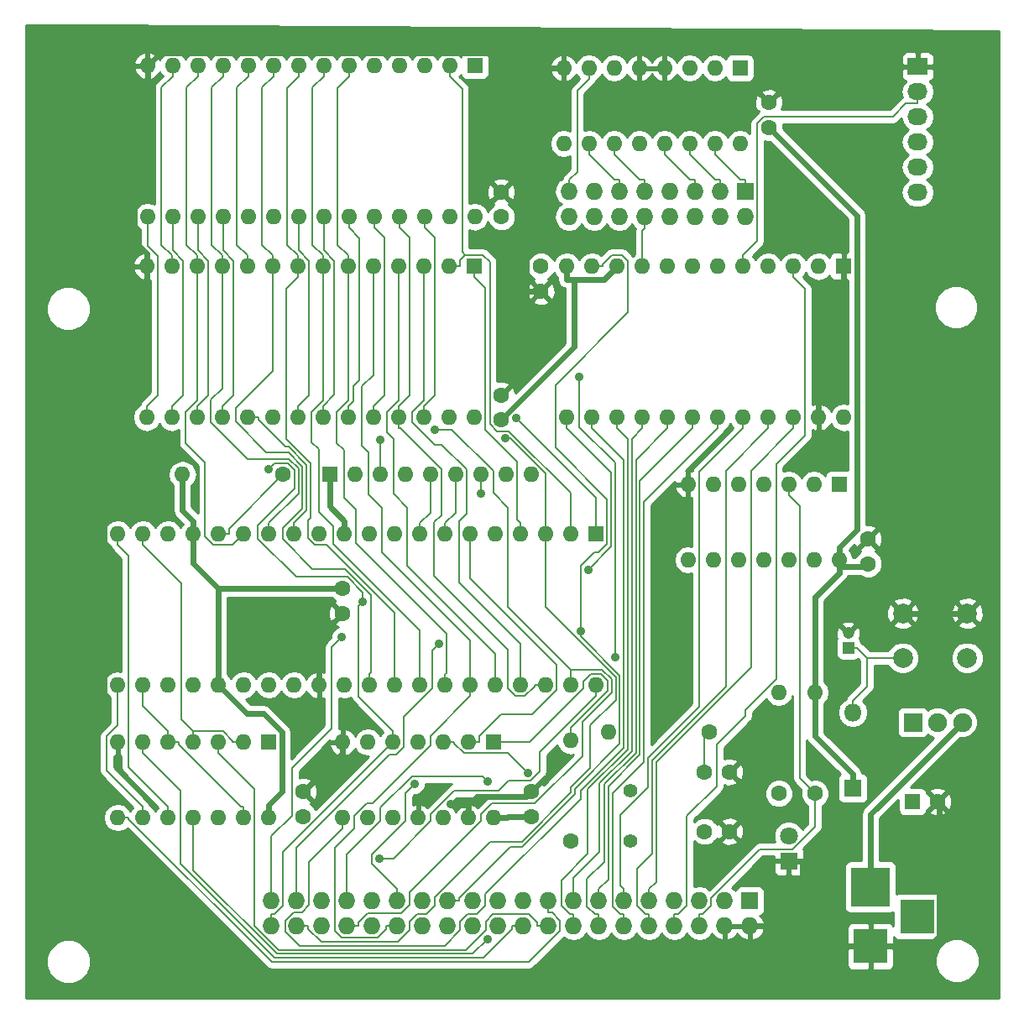
<source format=gbl>
G04 #@! TF.FileFunction,Copper,L2,Bot,Signal*
%FSLAX46Y46*%
G04 Gerber Fmt 4.6, Leading zero omitted, Abs format (unit mm)*
G04 Created by KiCad (PCBNEW 4.0.7) date *
%MOMM*%
%LPD*%
G01*
G04 APERTURE LIST*
%ADD10C,0.100000*%
%ADD11C,1.600000*%
%ADD12R,1.200000X1.200000*%
%ADD13C,1.200000*%
%ADD14R,1.600000X1.600000*%
%ADD15R,1.800000X1.800000*%
%ADD16O,1.800000X1.800000*%
%ADD17C,1.800000*%
%ADD18R,1.727200X1.727200*%
%ADD19O,1.727200X1.727200*%
%ADD20R,2.032000X1.727200*%
%ADD21O,2.032000X1.727200*%
%ADD22R,4.000000X4.000000*%
%ADD23R,3.500120X3.500120*%
%ADD24O,1.600000X1.600000*%
%ADD25C,2.000000*%
%ADD26R,1.900000X1.900000*%
%ADD27C,1.900000*%
%ADD28C,1.422400*%
%ADD29C,0.889000*%
%ADD30C,0.609600*%
%ADD31C,0.203200*%
%ADD32C,0.254000*%
G04 APERTURE END LIST*
D10*
D11*
X121000000Y-99500000D03*
X121000000Y-102000000D03*
X157500000Y-118000000D03*
X160000000Y-118000000D03*
X157500000Y-124000000D03*
X160000000Y-124000000D03*
D12*
X172000000Y-105500000D03*
D13*
X172000000Y-104000000D03*
D14*
X178500000Y-121000000D03*
D11*
X181000000Y-121000000D03*
X164000000Y-53000000D03*
X164000000Y-50500000D03*
X137000000Y-82500000D03*
X137000000Y-80000000D03*
X141000000Y-67000000D03*
X141000000Y-69500000D03*
X117000000Y-122500000D03*
X117000000Y-120000000D03*
X137000000Y-62000000D03*
X137000000Y-59500000D03*
X140000000Y-122500000D03*
X140000000Y-120000000D03*
X174000000Y-97000000D03*
X174000000Y-94500000D03*
D15*
X172466000Y-119620000D03*
D16*
X172466000Y-112000000D03*
D15*
X166000000Y-127000000D03*
D17*
X166000000Y-124460000D03*
D18*
X161620000Y-59460000D03*
D19*
X161620000Y-62000000D03*
X159080000Y-59460000D03*
X159080000Y-62000000D03*
X156540000Y-59460000D03*
X156540000Y-62000000D03*
X154000000Y-59460000D03*
X154000000Y-62000000D03*
X151460000Y-59460000D03*
X151460000Y-62000000D03*
X148920000Y-59460000D03*
X148920000Y-62000000D03*
X146380000Y-59460000D03*
X146380000Y-62000000D03*
X143840000Y-59460000D03*
X143840000Y-62000000D03*
D20*
X179000000Y-46840000D03*
D21*
X179000000Y-49380000D03*
X179000000Y-51920000D03*
X179000000Y-54460000D03*
X179000000Y-57000000D03*
X179000000Y-59540000D03*
D18*
X162080000Y-131000000D03*
D19*
X162080000Y-133540000D03*
X159540000Y-131000000D03*
X159540000Y-133540000D03*
X157000000Y-131000000D03*
X157000000Y-133540000D03*
X154460000Y-131000000D03*
X154460000Y-133540000D03*
X151920000Y-131000000D03*
X151920000Y-133540000D03*
X149380000Y-131000000D03*
X149380000Y-133540000D03*
X146840000Y-131000000D03*
X146840000Y-133540000D03*
X144300000Y-131000000D03*
X144300000Y-133540000D03*
X141760000Y-131000000D03*
X141760000Y-133540000D03*
X139220000Y-131000000D03*
X139220000Y-133540000D03*
X136680000Y-131000000D03*
X136680000Y-133540000D03*
X134140000Y-131000000D03*
X134140000Y-133540000D03*
X131600000Y-131000000D03*
X131600000Y-133540000D03*
X129060000Y-131000000D03*
X129060000Y-133540000D03*
X126520000Y-131000000D03*
X126520000Y-133540000D03*
X123980000Y-131000000D03*
X123980000Y-133540000D03*
X121440000Y-131000000D03*
X121440000Y-133540000D03*
X118900000Y-131000000D03*
X118900000Y-133540000D03*
X116360000Y-131000000D03*
X116360000Y-133540000D03*
X113820000Y-131000000D03*
X113820000Y-133540000D03*
D22*
X174244000Y-129598860D03*
D23*
X174244000Y-135598340D03*
X178943000Y-132598600D03*
D11*
X115000000Y-88000000D03*
D24*
X104840000Y-88000000D03*
D11*
X158000000Y-114000000D03*
D24*
X147840000Y-114000000D03*
D11*
X144000000Y-125000000D03*
D24*
X144000000Y-114840000D03*
D11*
X168656000Y-120160000D03*
D24*
X168656000Y-110000000D03*
D11*
X165000000Y-120160000D03*
D24*
X165000000Y-110000000D03*
D14*
X119680000Y-88000000D03*
D24*
X122220000Y-88000000D03*
X124760000Y-88000000D03*
X127300000Y-88000000D03*
X129840000Y-88000000D03*
X132380000Y-88000000D03*
X134920000Y-88000000D03*
X137460000Y-88000000D03*
X140000000Y-88000000D03*
D25*
X177500000Y-106500000D03*
X177500000Y-102000000D03*
X184000000Y-106500000D03*
X184000000Y-102000000D03*
D26*
X178515000Y-113000000D03*
D27*
X181015000Y-113000000D03*
X183515000Y-113000000D03*
D28*
X150000000Y-119920000D03*
X150000000Y-125000000D03*
D14*
X171080000Y-89000000D03*
D24*
X155840000Y-96620000D03*
X168540000Y-89000000D03*
X158380000Y-96620000D03*
X166000000Y-89000000D03*
X160920000Y-96620000D03*
X163460000Y-89000000D03*
X163460000Y-96620000D03*
X160920000Y-89000000D03*
X166000000Y-96620000D03*
X158380000Y-89000000D03*
X168540000Y-96620000D03*
X155840000Y-89000000D03*
X171080000Y-96620000D03*
D14*
X136240000Y-115000000D03*
D24*
X121000000Y-122620000D03*
X133700000Y-115000000D03*
X123540000Y-122620000D03*
X131160000Y-115000000D03*
X126080000Y-122620000D03*
X128620000Y-115000000D03*
X128620000Y-122620000D03*
X126080000Y-115000000D03*
X131160000Y-122620000D03*
X123540000Y-115000000D03*
X133700000Y-122620000D03*
X121000000Y-115000000D03*
X136240000Y-122620000D03*
D14*
X134320000Y-46760000D03*
D24*
X101300000Y-62000000D03*
X131780000Y-46760000D03*
X103840000Y-62000000D03*
X129240000Y-46760000D03*
X106380000Y-62000000D03*
X126700000Y-46760000D03*
X108920000Y-62000000D03*
X124160000Y-46760000D03*
X111460000Y-62000000D03*
X121620000Y-46760000D03*
X114000000Y-62000000D03*
X119080000Y-46760000D03*
X116540000Y-62000000D03*
X116540000Y-46760000D03*
X119080000Y-62000000D03*
X114000000Y-46760000D03*
X121620000Y-62000000D03*
X111460000Y-46760000D03*
X124160000Y-62000000D03*
X108920000Y-46760000D03*
X126700000Y-62000000D03*
X106380000Y-46760000D03*
X129240000Y-62000000D03*
X103840000Y-46760000D03*
X131780000Y-62000000D03*
X101300000Y-46760000D03*
X134320000Y-62000000D03*
D14*
X161080000Y-47000000D03*
D24*
X143300000Y-54620000D03*
X158540000Y-47000000D03*
X145840000Y-54620000D03*
X156000000Y-47000000D03*
X148380000Y-54620000D03*
X153460000Y-47000000D03*
X150920000Y-54620000D03*
X150920000Y-47000000D03*
X153460000Y-54620000D03*
X148380000Y-47000000D03*
X156000000Y-54620000D03*
X145840000Y-47000000D03*
X158540000Y-54620000D03*
X143300000Y-47000000D03*
X161080000Y-54620000D03*
D14*
X134240000Y-67000000D03*
D24*
X101220000Y-82240000D03*
X131700000Y-67000000D03*
X103760000Y-82240000D03*
X129160000Y-67000000D03*
X106300000Y-82240000D03*
X126620000Y-67000000D03*
X108840000Y-82240000D03*
X124080000Y-67000000D03*
X111380000Y-82240000D03*
X121540000Y-67000000D03*
X113920000Y-82240000D03*
X119000000Y-67000000D03*
X116460000Y-82240000D03*
X116460000Y-67000000D03*
X119000000Y-82240000D03*
X113920000Y-67000000D03*
X121540000Y-82240000D03*
X111380000Y-67000000D03*
X124080000Y-82240000D03*
X108840000Y-67000000D03*
X126620000Y-82240000D03*
X106300000Y-67000000D03*
X129160000Y-82240000D03*
X103760000Y-67000000D03*
X131700000Y-82240000D03*
X101220000Y-67000000D03*
X134240000Y-82240000D03*
D14*
X113540000Y-115000000D03*
D24*
X98300000Y-122620000D03*
X111000000Y-115000000D03*
X100840000Y-122620000D03*
X108460000Y-115000000D03*
X103380000Y-122620000D03*
X105920000Y-115000000D03*
X105920000Y-122620000D03*
X103380000Y-115000000D03*
X108460000Y-122620000D03*
X100840000Y-115000000D03*
X111000000Y-122620000D03*
X98300000Y-115000000D03*
X113540000Y-122620000D03*
D14*
X171540000Y-67000000D03*
D24*
X143600000Y-82240000D03*
X169000000Y-67000000D03*
X146140000Y-82240000D03*
X166460000Y-67000000D03*
X148680000Y-82240000D03*
X163920000Y-67000000D03*
X151220000Y-82240000D03*
X161380000Y-67000000D03*
X153760000Y-82240000D03*
X158840000Y-67000000D03*
X156300000Y-82240000D03*
X156300000Y-67000000D03*
X158840000Y-82240000D03*
X153760000Y-67000000D03*
X161380000Y-82240000D03*
X151220000Y-67000000D03*
X163920000Y-82240000D03*
X148680000Y-67000000D03*
X166460000Y-82240000D03*
X146140000Y-67000000D03*
X169000000Y-82240000D03*
X143600000Y-67000000D03*
X171540000Y-82240000D03*
D14*
X146560000Y-94000000D03*
D24*
X98300000Y-109240000D03*
X144020000Y-94000000D03*
X100840000Y-109240000D03*
X141480000Y-94000000D03*
X103380000Y-109240000D03*
X138940000Y-94000000D03*
X105920000Y-109240000D03*
X136400000Y-94000000D03*
X108460000Y-109240000D03*
X133860000Y-94000000D03*
X111000000Y-109240000D03*
X131320000Y-94000000D03*
X113540000Y-109240000D03*
X128780000Y-94000000D03*
X116080000Y-109240000D03*
X126240000Y-94000000D03*
X118620000Y-109240000D03*
X123700000Y-94000000D03*
X121160000Y-109240000D03*
X121160000Y-94000000D03*
X123700000Y-109240000D03*
X118620000Y-94000000D03*
X126240000Y-109240000D03*
X116080000Y-94000000D03*
X128780000Y-109240000D03*
X113540000Y-94000000D03*
X131320000Y-109240000D03*
X111000000Y-94000000D03*
X133860000Y-109240000D03*
X108460000Y-94000000D03*
X136400000Y-109240000D03*
X105920000Y-94000000D03*
X138940000Y-109240000D03*
X103380000Y-94000000D03*
X141480000Y-109240000D03*
X100840000Y-94000000D03*
X144020000Y-109240000D03*
X98300000Y-94000000D03*
X146560000Y-109240000D03*
D29*
X97288600Y-112506800D03*
X131902100Y-121283700D03*
X139653400Y-118129400D03*
X124760000Y-84518200D03*
X134920000Y-89892100D03*
X135618700Y-134847500D03*
X144994300Y-103812400D03*
X128279600Y-119214600D03*
X135629900Y-118991100D03*
X130298300Y-83464300D03*
X124687100Y-126755000D03*
X148478500Y-106458100D03*
X144870000Y-78150800D03*
X138530300Y-82327500D03*
X130694000Y-105107600D03*
X137444900Y-84368000D03*
X120906700Y-104383600D03*
X113538500Y-87426100D03*
X123054700Y-100804600D03*
X145759700Y-97596200D03*
D30*
X104840000Y-88000000D02*
X104840000Y-89308300D01*
X105920000Y-94000000D02*
X105920000Y-95308300D01*
X114848400Y-120003300D02*
X113540000Y-121311700D01*
X114848400Y-113983800D02*
X114848400Y-120003300D01*
X112984600Y-112120000D02*
X114848400Y-113983800D01*
X111340000Y-112120000D02*
X112984600Y-112120000D01*
X108460000Y-109240000D02*
X111340000Y-112120000D01*
X113540000Y-122620000D02*
X113540000Y-121311700D01*
X137668300Y-122500000D02*
X137548300Y-122620000D01*
X140000000Y-122500000D02*
X137668300Y-122500000D01*
X136240000Y-122620000D02*
X137548300Y-122620000D01*
X172466000Y-119620000D02*
X172466000Y-118211700D01*
X104840000Y-91611700D02*
X105920000Y-92691700D01*
X104840000Y-89308300D02*
X104840000Y-91611700D01*
X105920000Y-94000000D02*
X105920000Y-92691700D01*
X108460000Y-109240000D02*
X108460000Y-107931700D01*
X108460000Y-99500000D02*
X108460000Y-107931700D01*
X121000000Y-99500000D02*
X108460000Y-99500000D01*
X105920000Y-96960000D02*
X105920000Y-95308300D01*
X108460000Y-99500000D02*
X105920000Y-96960000D01*
X172855400Y-61855400D02*
X164000000Y-53000000D01*
X172855400Y-93536300D02*
X172855400Y-61855400D01*
X171080000Y-95311700D02*
X172855400Y-93536300D01*
X171080000Y-96620000D02*
X171080000Y-95311700D01*
X168656000Y-114401700D02*
X172466000Y-118211700D01*
X168656000Y-110000000D02*
X168656000Y-114401700D01*
X168656000Y-100352300D02*
X171080000Y-97928300D01*
X168656000Y-110000000D02*
X168656000Y-100352300D01*
X171080000Y-96620000D02*
X171080000Y-97274100D01*
X171080000Y-97274100D02*
X171080000Y-97928300D01*
X173725900Y-97274100D02*
X174000000Y-97000000D01*
X171080000Y-97274100D02*
X173725900Y-97274100D01*
X147359200Y-68320800D02*
X148680000Y-67000000D01*
X144362100Y-68320800D02*
X147359200Y-68320800D01*
X144349600Y-68308300D02*
X144362100Y-68320800D01*
X143600000Y-68308300D02*
X144349600Y-68308300D01*
X144362100Y-75137900D02*
X137000000Y-82500000D01*
X144362100Y-68320800D02*
X144362100Y-75137900D01*
X143600000Y-67000000D02*
X143600000Y-68308300D01*
X119680000Y-91211700D02*
X119680000Y-88000000D01*
X121160000Y-92691700D02*
X119680000Y-91211700D01*
X121160000Y-94000000D02*
X121160000Y-92691700D01*
X143300000Y-47000000D02*
X141991700Y-47000000D01*
X177500000Y-102000000D02*
X184000000Y-102000000D01*
X101300000Y-46760000D02*
X101300000Y-48068300D01*
X101220000Y-67000000D02*
X101220000Y-65691700D01*
X120691700Y-116308300D02*
X117000000Y-120000000D01*
X121000000Y-116308300D02*
X120691700Y-116308300D01*
X121000000Y-115000000D02*
X121000000Y-116308300D01*
X99990500Y-64462200D02*
X101220000Y-65691700D01*
X99990500Y-49377800D02*
X99990500Y-64462200D01*
X101300000Y-48068300D02*
X99990500Y-49377800D01*
X141991700Y-47000000D02*
X141216700Y-47000000D01*
X139666700Y-45450000D02*
X141216700Y-47000000D01*
X102610000Y-45450000D02*
X139666700Y-45450000D01*
X101300000Y-46760000D02*
X102610000Y-45450000D01*
X141216700Y-55283300D02*
X137000000Y-59500000D01*
X141216700Y-47000000D02*
X141216700Y-55283300D01*
X166000000Y-127000000D02*
X167408300Y-127000000D01*
X162080000Y-133540000D02*
X163451900Y-133540000D01*
X167408300Y-133540000D02*
X163451900Y-133540000D01*
X167408300Y-133540000D02*
X167408300Y-127000000D01*
X169927300Y-133540000D02*
X167408300Y-133540000D01*
X171985600Y-135598300D02*
X169927300Y-133540000D01*
X174244000Y-135598300D02*
X171985600Y-135598300D01*
X139547500Y-69500000D02*
X141000000Y-69500000D01*
X139547500Y-62047500D02*
X139547500Y-69500000D01*
X137000000Y-59500000D02*
X139547500Y-62047500D01*
X139547500Y-77452500D02*
X137000000Y-80000000D01*
X139547500Y-69500000D02*
X139547500Y-77452500D01*
X96958200Y-72570100D02*
X101220000Y-68308300D01*
X96958200Y-112176400D02*
X96958200Y-72570100D01*
X97288600Y-112506800D02*
X96958200Y-112176400D01*
X101220000Y-67000000D02*
X101220000Y-68308300D01*
X131953900Y-121335500D02*
X131902100Y-121283700D01*
X133700000Y-121335500D02*
X131953900Y-121335500D01*
X133700000Y-122620000D02*
X133700000Y-121335500D01*
X169000000Y-70848300D02*
X169000000Y-82240000D01*
X171540000Y-68308300D02*
X169000000Y-70848300D01*
X171540000Y-67000000D02*
X171540000Y-68308300D01*
X180164400Y-135598300D02*
X174244000Y-135598300D01*
X181201500Y-134561200D02*
X180164400Y-135598300D01*
X181201500Y-121201500D02*
X181201500Y-134561200D01*
X181000000Y-121000000D02*
X181201500Y-121201500D01*
X134533100Y-120502400D02*
X133700000Y-121335500D01*
X139497600Y-120502400D02*
X134533100Y-120502400D01*
X140000000Y-120000000D02*
X139497600Y-120502400D01*
X118620000Y-104380000D02*
X121000000Y-102000000D01*
X118620000Y-109240000D02*
X118620000Y-104380000D01*
D31*
X157500000Y-114500000D02*
X158000000Y-114000000D01*
X157500000Y-118000000D02*
X157500000Y-114500000D01*
X131160000Y-115000000D02*
X132265100Y-115000000D01*
X137629100Y-116105100D02*
X139653400Y-118129400D01*
X133231900Y-116105100D02*
X137629100Y-116105100D01*
X132265100Y-115138300D02*
X133231900Y-116105100D01*
X132265100Y-115000000D02*
X132265100Y-115138300D01*
X172000000Y-105500000D02*
X172905100Y-105500000D01*
X168656000Y-123532500D02*
X168656000Y-120160000D01*
X166393700Y-125794800D02*
X168656000Y-123532500D01*
X163092200Y-125794800D02*
X166393700Y-125794800D01*
X158168700Y-130718300D02*
X163092200Y-125794800D01*
X158168700Y-131494900D02*
X158168700Y-130718300D01*
X157292300Y-132371300D02*
X158168700Y-131494900D01*
X157000000Y-132371300D02*
X157292300Y-132371300D01*
X157000000Y-133540000D02*
X157000000Y-132371300D01*
X173905100Y-109355800D02*
X172466000Y-110794900D01*
X173905100Y-106500000D02*
X173905100Y-109355800D01*
X177500000Y-106500000D02*
X173905100Y-106500000D01*
X173905100Y-106500000D02*
X172905100Y-105500000D01*
X172466000Y-112000000D02*
X172466000Y-110794900D01*
X167105100Y-118609100D02*
X168656000Y-120160000D01*
X167105100Y-91210200D02*
X167105100Y-118609100D01*
X166000000Y-90105100D02*
X167105100Y-91210200D01*
X166000000Y-89000000D02*
X166000000Y-90105100D01*
X161106200Y-58291300D02*
X161620000Y-58291300D01*
X158540000Y-55725100D02*
X161106200Y-58291300D01*
X158540000Y-54620000D02*
X158540000Y-55725100D01*
X161620000Y-59460000D02*
X161620000Y-58291300D01*
X151220000Y-63408700D02*
X151460000Y-63168700D01*
X151220000Y-67000000D02*
X151220000Y-63408700D01*
X151460000Y-62000000D02*
X151460000Y-63168700D01*
X158566200Y-58291300D02*
X159080000Y-58291300D01*
X156000000Y-55725100D02*
X158566200Y-58291300D01*
X156000000Y-54620000D02*
X156000000Y-55725100D01*
X159080000Y-59460000D02*
X159080000Y-58291300D01*
X156026200Y-58291300D02*
X156540000Y-58291300D01*
X153460000Y-55725100D02*
X156026200Y-58291300D01*
X153460000Y-54620000D02*
X153460000Y-55725100D01*
X156540000Y-59460000D02*
X156540000Y-58291300D01*
X150946200Y-58291300D02*
X151460000Y-58291300D01*
X148380000Y-55725100D02*
X150946200Y-58291300D01*
X148380000Y-54620000D02*
X148380000Y-55725100D01*
X151460000Y-59460000D02*
X151460000Y-58291300D01*
X148406200Y-58291300D02*
X148920000Y-58291300D01*
X145840000Y-55725100D02*
X148406200Y-58291300D01*
X145840000Y-54620000D02*
X145840000Y-55725100D01*
X148920000Y-59460000D02*
X148920000Y-58291300D01*
X144666400Y-57464900D02*
X143840000Y-58291300D01*
X144666400Y-49278700D02*
X144666400Y-57464900D01*
X145840000Y-48105100D02*
X144666400Y-49278700D01*
X145840000Y-47000000D02*
X145840000Y-48105100D01*
X143840000Y-59460000D02*
X143840000Y-58291300D01*
X177831300Y-50548700D02*
X179000000Y-50548700D01*
X176486100Y-51893900D02*
X177831300Y-50548700D01*
X163462600Y-51893900D02*
X176486100Y-51893900D01*
X162801500Y-52555000D02*
X163462600Y-51893900D01*
X162801500Y-64473400D02*
X162801500Y-52555000D01*
X161380000Y-65894900D02*
X162801500Y-64473400D01*
X161380000Y-67000000D02*
X161380000Y-65894900D01*
X179000000Y-49380000D02*
X179000000Y-50548700D01*
X154823200Y-132371300D02*
X154460000Y-132371300D01*
X155730000Y-131464500D02*
X154823200Y-132371300D01*
X155730000Y-122472500D02*
X155730000Y-131464500D01*
X158750000Y-119452500D02*
X155730000Y-122472500D01*
X158750000Y-115250000D02*
X158750000Y-119452500D01*
X161643900Y-112356100D02*
X158750000Y-115250000D01*
X161643900Y-111743700D02*
X161643900Y-112356100D01*
X164730000Y-108657600D02*
X161643900Y-111743700D01*
X164730000Y-86975200D02*
X164730000Y-108657600D01*
X167625800Y-84079400D02*
X164730000Y-86975200D01*
X167625800Y-69270900D02*
X167625800Y-84079400D01*
X166460000Y-68105100D02*
X167625800Y-69270900D01*
X166460000Y-67000000D02*
X166460000Y-68105100D01*
X154460000Y-133540000D02*
X154460000Y-132371300D01*
X134805100Y-114380200D02*
X134805100Y-115000000D01*
X137011600Y-112173700D02*
X134805100Y-114380200D01*
X140123400Y-112173700D02*
X137011600Y-112173700D01*
X142592500Y-109704600D02*
X140123400Y-112173700D01*
X142592500Y-107195400D02*
X142592500Y-109704600D01*
X133860000Y-98462900D02*
X142592500Y-107195400D01*
X133860000Y-94000000D02*
X133860000Y-98462900D01*
X133700000Y-115000000D02*
X134805100Y-115000000D01*
X107808000Y-48977100D02*
X108920000Y-47865100D01*
X107808000Y-64862900D02*
X107808000Y-48977100D01*
X108840000Y-65894900D02*
X107808000Y-64862900D01*
X108840000Y-67000000D02*
X108840000Y-65894900D01*
X108920000Y-46760000D02*
X108920000Y-47865100D01*
X108840000Y-67000000D02*
X108840000Y-68105100D01*
X113540000Y-94000000D02*
X113540000Y-92894900D01*
X166460000Y-82240000D02*
X166460000Y-83345100D01*
X151920000Y-131000000D02*
X151920000Y-129831300D01*
X108840000Y-79338100D02*
X108840000Y-68105100D01*
X107725200Y-80452900D02*
X108840000Y-79338100D01*
X107725200Y-82756600D02*
X107725200Y-80452900D01*
X111385300Y-86416700D02*
X107725200Y-82756600D01*
X115592400Y-86416700D02*
X111385300Y-86416700D01*
X116545500Y-87369800D02*
X115592400Y-86416700D01*
X116545500Y-89889400D02*
X116545500Y-87369800D01*
X113540000Y-92894900D02*
X116545500Y-89889400D01*
X162190000Y-87615100D02*
X166460000Y-83345100D01*
X162190000Y-107421200D02*
X162190000Y-87615100D01*
X152614100Y-116997100D02*
X162190000Y-107421200D01*
X152614100Y-129137200D02*
X152614100Y-116997100D01*
X151920000Y-129831300D02*
X152614100Y-129137200D01*
X163920000Y-82240000D02*
X163920000Y-83345100D01*
X151920000Y-133540000D02*
X151920000Y-132371300D01*
X106380000Y-46760000D02*
X106380000Y-47865100D01*
X105269300Y-48975800D02*
X106380000Y-47865100D01*
X105269300Y-64864200D02*
X105269300Y-48975800D01*
X106300000Y-65894900D02*
X105269300Y-64864200D01*
X106300000Y-67000000D02*
X106300000Y-65894900D01*
X106300000Y-80559600D02*
X106300000Y-67000000D01*
X105179600Y-81680000D02*
X106300000Y-80559600D01*
X105179600Y-84863800D02*
X105179600Y-81680000D01*
X107125600Y-86809800D02*
X105179600Y-84863800D01*
X107125600Y-94259700D02*
X107125600Y-86809800D01*
X107971300Y-95105400D02*
X107125600Y-94259700D01*
X109894600Y-95105400D02*
X107971300Y-95105400D01*
X111000000Y-94000000D02*
X109894600Y-95105400D01*
X159650000Y-87615100D02*
X163920000Y-83345100D01*
X159650000Y-109385800D02*
X159650000Y-87615100D01*
X152207400Y-116828400D02*
X159650000Y-109385800D01*
X152207400Y-126245000D02*
X152207400Y-116828400D01*
X150703900Y-127748500D02*
X152207400Y-126245000D01*
X150703900Y-131518400D02*
X150703900Y-127748500D01*
X151556800Y-132371300D02*
X150703900Y-131518400D01*
X151920000Y-132371300D02*
X151556800Y-132371300D01*
X124760000Y-88000000D02*
X124760000Y-86894900D01*
X124760000Y-86894900D02*
X124760000Y-84518200D01*
X103840000Y-46760000D02*
X103840000Y-47865100D01*
X102731600Y-48973500D02*
X103840000Y-47865100D01*
X102731600Y-64866500D02*
X102731600Y-48973500D01*
X103760000Y-65894900D02*
X102731600Y-64866500D01*
X103760000Y-67000000D02*
X103760000Y-65894900D01*
X161380000Y-82240000D02*
X161380000Y-83345100D01*
X149380000Y-131000000D02*
X149380000Y-129831300D01*
X156978100Y-87747000D02*
X161380000Y-83345100D01*
X156978100Y-111432900D02*
X156978100Y-87747000D01*
X151799700Y-116611300D02*
X156978100Y-111432900D01*
X151799700Y-119557600D02*
X151799700Y-116611300D01*
X148970600Y-122386700D02*
X151799700Y-119557600D01*
X148970600Y-129421900D02*
X148970600Y-122386700D01*
X149380000Y-129831300D02*
X148970600Y-129421900D01*
X101300000Y-64909000D02*
X101300000Y-62000000D01*
X102333200Y-65942200D02*
X101300000Y-64909000D01*
X102333200Y-80021700D02*
X102333200Y-65942200D01*
X101220000Y-81134900D02*
X102333200Y-80021700D01*
X101220000Y-82240000D02*
X101220000Y-81134900D01*
X129840000Y-88000000D02*
X129840000Y-89105100D01*
X149380000Y-133540000D02*
X149380000Y-132371300D01*
X158840000Y-82240000D02*
X158840000Y-83345100D01*
X158840000Y-83348200D02*
X158840000Y-83345100D01*
X151393000Y-90795200D02*
X158840000Y-83348200D01*
X151393000Y-116982700D02*
X151393000Y-90795200D01*
X148211200Y-120164500D02*
X151393000Y-116982700D01*
X148211200Y-131565700D02*
X148211200Y-120164500D01*
X149016800Y-132371300D02*
X148211200Y-131565700D01*
X149380000Y-132371300D02*
X149016800Y-132371300D01*
X128780000Y-94000000D02*
X128780000Y-92894900D01*
X129840000Y-91834900D02*
X129840000Y-89105100D01*
X128780000Y-92894900D02*
X129840000Y-91834900D01*
X103760000Y-82240000D02*
X103760000Y-81134900D01*
X132380000Y-91834900D02*
X132380000Y-88000000D01*
X131320000Y-92894900D02*
X132380000Y-91834900D01*
X131320000Y-94000000D02*
X131320000Y-92894900D01*
X104870700Y-80024200D02*
X103760000Y-81134900D01*
X104870700Y-66430300D02*
X104870700Y-80024200D01*
X103840000Y-65399600D02*
X104870700Y-66430300D01*
X103840000Y-62000000D02*
X103840000Y-65399600D01*
X156300000Y-82240000D02*
X156300000Y-83345100D01*
X146840000Y-131000000D02*
X146840000Y-129831300D01*
X150986300Y-88658800D02*
X156300000Y-83345100D01*
X150986300Y-116274500D02*
X150986300Y-88658800D01*
X147804400Y-119456400D02*
X150986300Y-116274500D01*
X147804400Y-128866900D02*
X147804400Y-119456400D01*
X146840000Y-129831300D02*
X147804400Y-128866900D01*
X106380000Y-65399600D02*
X106380000Y-62000000D01*
X107410700Y-66430300D02*
X106380000Y-65399600D01*
X107410700Y-80024200D02*
X107410700Y-66430300D01*
X106300000Y-81134900D02*
X107410700Y-80024200D01*
X106300000Y-82240000D02*
X106300000Y-81134900D01*
X153760000Y-82240000D02*
X153760000Y-83345100D01*
X146840000Y-133540000D02*
X146840000Y-132371300D01*
X150579600Y-86525500D02*
X153760000Y-83345100D01*
X150579600Y-116070700D02*
X150579600Y-86525500D01*
X147397600Y-119252700D02*
X150579600Y-116070700D01*
X147397600Y-127067800D02*
X147397600Y-119252700D01*
X145649400Y-128816000D02*
X147397600Y-127067800D01*
X145649400Y-131543900D02*
X145649400Y-128816000D01*
X146476800Y-132371300D02*
X145649400Y-131543900D01*
X146840000Y-132371300D02*
X146476800Y-132371300D01*
X134920000Y-88000000D02*
X134920000Y-89892100D01*
X108840000Y-82240000D02*
X108840000Y-81134900D01*
X109950700Y-80024200D02*
X108840000Y-81134900D01*
X109950700Y-66430300D02*
X109950700Y-80024200D01*
X108920000Y-65399600D02*
X109950700Y-66430300D01*
X108920000Y-62000000D02*
X108920000Y-65399600D01*
X151220000Y-82240000D02*
X151220000Y-83345100D01*
X150172900Y-84392200D02*
X151220000Y-83345100D01*
X150172900Y-115902200D02*
X150172900Y-84392200D01*
X146917600Y-119157500D02*
X150172900Y-115902200D01*
X146917600Y-126111600D02*
X146917600Y-119157500D01*
X144300000Y-128729200D02*
X146917600Y-126111600D01*
X144300000Y-131000000D02*
X144300000Y-128729200D01*
X148680000Y-82240000D02*
X148680000Y-83345100D01*
X144300000Y-133540000D02*
X144300000Y-132371300D01*
X116080000Y-94000000D02*
X116080000Y-92894900D01*
X111380000Y-82240000D02*
X112485100Y-82240000D01*
X112485100Y-82474200D02*
X112485100Y-82240000D01*
X115209700Y-85198800D02*
X112485100Y-82474200D01*
X115550700Y-85198800D02*
X115209700Y-85198800D01*
X117360100Y-87008200D02*
X115550700Y-85198800D01*
X117360100Y-91614800D02*
X117360100Y-87008200D01*
X116080000Y-92894900D02*
X117360100Y-91614800D01*
X149766200Y-84431300D02*
X148680000Y-83345100D01*
X149766200Y-115733600D02*
X149766200Y-84431300D01*
X145743000Y-119756800D02*
X149766200Y-115733600D01*
X145743000Y-126257100D02*
X145743000Y-119756800D01*
X143086400Y-128913700D02*
X145743000Y-126257100D01*
X143086400Y-131520900D02*
X143086400Y-128913700D01*
X143936800Y-132371300D02*
X143086400Y-131520900D01*
X144300000Y-132371300D02*
X143936800Y-132371300D01*
X98300000Y-122620000D02*
X99405100Y-122620000D01*
X141760000Y-131000000D02*
X141760000Y-132168700D01*
X142123200Y-132168700D02*
X141760000Y-132168700D01*
X142942400Y-132987900D02*
X142123200Y-132168700D01*
X142942400Y-134051600D02*
X142942400Y-132987900D01*
X139803000Y-137191000D02*
X142942400Y-134051600D01*
X113838000Y-137191000D02*
X139803000Y-137191000D01*
X99405100Y-122758100D02*
X113838000Y-137191000D01*
X99405100Y-122620000D02*
X99405100Y-122758100D01*
X108460000Y-115000000D02*
X108460000Y-116105100D01*
X141760000Y-133540000D02*
X140591300Y-133540000D01*
X112110900Y-119756000D02*
X108460000Y-116105100D01*
X112110900Y-133483800D02*
X112110900Y-119756000D01*
X114572900Y-135945800D02*
X112110900Y-133483800D01*
X133460000Y-135945800D02*
X114572900Y-135945800D01*
X135435700Y-133970100D02*
X133460000Y-135945800D01*
X135435700Y-133070700D02*
X135435700Y-133970100D01*
X136160000Y-132346400D02*
X135435700Y-133070700D01*
X139760900Y-132346400D02*
X136160000Y-132346400D01*
X140591300Y-133176800D02*
X139760900Y-132346400D01*
X140591300Y-133540000D02*
X140591300Y-133176800D01*
X119080000Y-65399600D02*
X119080000Y-62000000D01*
X120172400Y-66492000D02*
X119080000Y-65399600D01*
X120172400Y-79962500D02*
X120172400Y-66492000D01*
X119000000Y-81134900D02*
X120172400Y-79962500D01*
X119000000Y-82240000D02*
X119000000Y-81134900D01*
X105920000Y-122620000D02*
X105920000Y-123725100D01*
X105920100Y-123725100D02*
X105920000Y-123725100D01*
X105920100Y-127898900D02*
X105920100Y-123725100D01*
X114373800Y-136352600D02*
X105920100Y-127898900D01*
X134113600Y-136352600D02*
X114373800Y-136352600D01*
X135618700Y-134847500D02*
X134113600Y-136352600D01*
X138051300Y-133903200D02*
X138051300Y-133540000D01*
X135179800Y-136774700D02*
X138051300Y-133903200D01*
X114131700Y-136774700D02*
X135179800Y-136774700D01*
X104650000Y-127293000D02*
X114131700Y-136774700D01*
X104650000Y-119915100D02*
X104650000Y-127293000D01*
X100840000Y-116105100D02*
X104650000Y-119915100D01*
X100840000Y-115000000D02*
X100840000Y-116105100D01*
X139220000Y-133540000D02*
X138051300Y-133540000D01*
X110348000Y-48977100D02*
X111460000Y-47865100D01*
X110348000Y-64862900D02*
X110348000Y-48977100D01*
X111380000Y-65894900D02*
X110348000Y-64862900D01*
X111380000Y-67000000D02*
X111380000Y-65894900D01*
X111460000Y-46760000D02*
X111460000Y-47865100D01*
X131600000Y-131000000D02*
X132768700Y-131000000D01*
X146140000Y-67000000D02*
X147245100Y-67000000D01*
X132768700Y-130706100D02*
X132768700Y-131000000D01*
X137876000Y-125598800D02*
X132768700Y-130706100D01*
X139110000Y-125598800D02*
X137876000Y-125598800D01*
X144450700Y-120258100D02*
X139110000Y-125598800D01*
X144450700Y-119682900D02*
X144450700Y-120258100D01*
X148948900Y-115184700D02*
X144450700Y-119682900D01*
X148948900Y-108264200D02*
X148948900Y-115184700D01*
X144994300Y-104309600D02*
X148948900Y-108264200D01*
X144994300Y-103812400D02*
X144994300Y-104309600D01*
X144994300Y-97234400D02*
X144994300Y-103812400D01*
X146359700Y-95869000D02*
X144994300Y-97234400D01*
X146773100Y-95869000D02*
X146359700Y-95869000D01*
X147665100Y-94977000D02*
X146773100Y-95869000D01*
X147665100Y-90492300D02*
X147665100Y-94977000D01*
X142469400Y-85296600D02*
X147665100Y-90492300D01*
X142469400Y-78977200D02*
X142469400Y-85296600D01*
X149788000Y-71658600D02*
X142469400Y-78977200D01*
X149788000Y-66488500D02*
X149788000Y-71658600D01*
X149137500Y-65838000D02*
X149788000Y-66488500D01*
X148178100Y-65838000D02*
X149137500Y-65838000D01*
X147245100Y-66771000D02*
X148178100Y-65838000D01*
X147245100Y-67000000D02*
X147245100Y-66771000D01*
X112888000Y-48977100D02*
X114000000Y-47865100D01*
X112888000Y-64862900D02*
X112888000Y-48977100D01*
X113920000Y-65894900D02*
X112888000Y-64862900D01*
X113920000Y-67000000D02*
X113920000Y-65894900D01*
X114000000Y-46760000D02*
X114000000Y-47865100D01*
X113920000Y-77572300D02*
X113920000Y-67000000D01*
X110233700Y-81258600D02*
X113920000Y-77572300D01*
X110233700Y-82671100D02*
X110233700Y-81258600D01*
X113312000Y-85749400D02*
X110233700Y-82671100D01*
X115526100Y-85749400D02*
X113312000Y-85749400D01*
X116953400Y-87176700D02*
X115526100Y-85749400D01*
X116953400Y-91446300D02*
X116953400Y-87176700D01*
X114974000Y-93425700D02*
X116953400Y-91446300D01*
X114974000Y-94533300D02*
X114974000Y-93425700D01*
X117943900Y-97503200D02*
X114974000Y-94533300D01*
X121214300Y-97503200D02*
X117943900Y-97503200D01*
X123858800Y-100147700D02*
X121214300Y-97503200D01*
X123858800Y-107976100D02*
X123858800Y-100147700D01*
X123700000Y-108134900D02*
X123858800Y-107976100D01*
X123700000Y-109240000D02*
X123700000Y-108134900D01*
X126240000Y-109240000D02*
X126240000Y-108134900D01*
X116540000Y-46760000D02*
X116540000Y-47865100D01*
X115412100Y-48993000D02*
X116540000Y-47865100D01*
X115412100Y-64847000D02*
X115412100Y-48993000D01*
X116460000Y-65894900D02*
X115412100Y-64847000D01*
X116460000Y-67000000D02*
X116460000Y-65894900D01*
X116460000Y-67000000D02*
X116460000Y-68105100D01*
X126239900Y-108134900D02*
X126240000Y-108134900D01*
X126239900Y-101953700D02*
X126239900Y-108134900D01*
X119408600Y-95122400D02*
X126239900Y-101953700D01*
X118172100Y-95122400D02*
X119408600Y-95122400D01*
X117488000Y-94438300D02*
X118172100Y-95122400D01*
X117488000Y-92637300D02*
X117488000Y-94438300D01*
X117766800Y-92358500D02*
X117488000Y-92637300D01*
X117766800Y-86839800D02*
X117766800Y-92358500D01*
X115345000Y-84418000D02*
X117766800Y-86839800D01*
X115345000Y-69220100D02*
X115345000Y-84418000D01*
X116460000Y-68105100D02*
X115345000Y-69220100D01*
X119080000Y-46760000D02*
X119080000Y-47865100D01*
X117969300Y-48975800D02*
X119080000Y-47865100D01*
X117969300Y-64864200D02*
X117969300Y-48975800D01*
X119000000Y-65894900D02*
X117969300Y-64864200D01*
X119000000Y-67000000D02*
X119000000Y-65894900D01*
X119000000Y-80559600D02*
X119000000Y-67000000D01*
X117879600Y-81680000D02*
X119000000Y-80559600D01*
X117879600Y-84733500D02*
X117879600Y-81680000D01*
X118574800Y-85428700D02*
X117879600Y-84733500D01*
X118574800Y-91779000D02*
X118574800Y-85428700D01*
X120033900Y-93238100D02*
X118574800Y-91779000D01*
X120033900Y-95008100D02*
X120033900Y-93238100D01*
X128780000Y-103754200D02*
X120033900Y-95008100D01*
X128780000Y-109240000D02*
X128780000Y-103754200D01*
X120498700Y-48986400D02*
X121620000Y-47865100D01*
X120498700Y-64853600D02*
X120498700Y-48986400D01*
X121540000Y-65894900D02*
X120498700Y-64853600D01*
X121620000Y-46760000D02*
X121620000Y-47865100D01*
X121540000Y-67000000D02*
X121540000Y-65894900D01*
X123933700Y-127245000D02*
X126520000Y-129831300D01*
X123933700Y-126350400D02*
X123933700Y-127245000D01*
X127350000Y-122934100D02*
X123933700Y-126350400D01*
X127350000Y-120144200D02*
X127350000Y-122934100D01*
X128279600Y-119214600D02*
X127350000Y-120144200D01*
X126520000Y-131000000D02*
X126520000Y-129831300D01*
X131320000Y-109240000D02*
X131320000Y-108134900D01*
X121540000Y-80559600D02*
X121540000Y-67000000D01*
X120429000Y-81670600D02*
X121540000Y-80559600D01*
X120429000Y-84857200D02*
X120429000Y-81670600D01*
X121114800Y-85543000D02*
X120429000Y-84857200D01*
X121114800Y-90324300D02*
X121114800Y-85543000D01*
X122326300Y-91535800D02*
X121114800Y-90324300D01*
X122326300Y-94903600D02*
X122326300Y-91535800D01*
X131443600Y-104020900D02*
X122326300Y-94903600D01*
X131443600Y-108011300D02*
X131443600Y-104020900D01*
X131320000Y-108134900D02*
X131443600Y-108011300D01*
X125351300Y-133903200D02*
X125351300Y-133540000D01*
X124533800Y-134720700D02*
X125351300Y-133903200D01*
X120930800Y-134720700D02*
X124533800Y-134720700D01*
X120218500Y-134008400D02*
X120930800Y-134720700D01*
X120218500Y-125691600D02*
X120218500Y-134008400D01*
X122184900Y-123725200D02*
X120218500Y-125691600D01*
X122184900Y-122404600D02*
X122184900Y-123725200D01*
X123461100Y-121128400D02*
X122184900Y-122404600D01*
X124063400Y-121128400D02*
X123461100Y-121128400D01*
X129842100Y-115349700D02*
X124063400Y-121128400D01*
X129842100Y-114363000D02*
X129842100Y-115349700D01*
X133860000Y-110345100D02*
X129842100Y-114363000D01*
X126520000Y-133540000D02*
X125351300Y-133540000D01*
X133860000Y-109792500D02*
X133860000Y-110345100D01*
X133860000Y-109792500D02*
X133860000Y-109240000D01*
X133860000Y-104725900D02*
X133860000Y-109240000D01*
X124970000Y-95835900D02*
X133860000Y-104725900D01*
X124970000Y-91331500D02*
X124970000Y-95835900D01*
X123632100Y-89993600D02*
X124970000Y-91331500D01*
X123632100Y-85767000D02*
X123632100Y-89993600D01*
X122966100Y-85101000D02*
X123632100Y-85767000D01*
X122966100Y-79085000D02*
X122966100Y-85101000D01*
X124080000Y-77971100D02*
X122966100Y-79085000D01*
X124080000Y-67000000D02*
X124080000Y-77971100D01*
X126620000Y-80559600D02*
X126620000Y-67000000D01*
X125501500Y-81678100D02*
X126620000Y-80559600D01*
X125501500Y-83755300D02*
X125501500Y-81678100D01*
X126121700Y-84375500D02*
X125501500Y-83755300D01*
X126121700Y-89943200D02*
X126121700Y-84375500D01*
X127510000Y-91331500D02*
X126121700Y-89943200D01*
X127510000Y-97163300D02*
X127510000Y-91331500D01*
X136400000Y-106053300D02*
X127510000Y-97163300D01*
X136400000Y-109240000D02*
X136400000Y-106053300D01*
X129160000Y-80559600D02*
X129160000Y-67000000D01*
X128039000Y-81680600D02*
X129160000Y-80559600D01*
X128039000Y-82699200D02*
X128039000Y-81680600D01*
X130327900Y-84988100D02*
X128039000Y-82699200D01*
X130996900Y-84988100D02*
X130327900Y-84988100D01*
X133492900Y-87484100D02*
X130996900Y-84988100D01*
X133492900Y-91991900D02*
X133492900Y-87484100D01*
X132739800Y-92745000D02*
X133492900Y-91991900D01*
X132739800Y-98867700D02*
X132739800Y-92745000D01*
X138940000Y-105067900D02*
X132739800Y-98867700D01*
X138940000Y-109240000D02*
X138940000Y-105067900D01*
X126620000Y-82240000D02*
X126620000Y-81134900D01*
X126700000Y-62000000D02*
X126700000Y-63105100D01*
X135103800Y-118465000D02*
X135629900Y-118991100D01*
X127969100Y-118465000D02*
X135103800Y-118465000D01*
X124810000Y-121624100D02*
X127969100Y-118465000D01*
X124810000Y-122979300D02*
X124810000Y-121624100D01*
X121440000Y-126349300D02*
X124810000Y-122979300D01*
X121440000Y-131000000D02*
X121440000Y-126349300D01*
X127729800Y-80025100D02*
X126620000Y-81134900D01*
X127729800Y-64134900D02*
X127729800Y-80025100D01*
X126700000Y-63105100D02*
X127729800Y-64134900D01*
X141480000Y-109240000D02*
X140374900Y-109240000D01*
X126620000Y-82240000D02*
X126620000Y-83345100D01*
X126849000Y-83345100D02*
X126620000Y-83345100D01*
X130948000Y-87444100D02*
X126849000Y-83345100D01*
X130948000Y-92081900D02*
X130948000Y-87444100D01*
X130196000Y-92833900D02*
X130948000Y-92081900D01*
X130196000Y-98229800D02*
X130196000Y-92833900D01*
X137670000Y-105703800D02*
X130196000Y-98229800D01*
X137670000Y-109584400D02*
X137670000Y-105703800D01*
X138452000Y-110366400D02*
X137670000Y-109584400D01*
X139386600Y-110366400D02*
X138452000Y-110366400D01*
X140374900Y-109378100D02*
X139386600Y-110366400D01*
X140374900Y-109240000D02*
X140374900Y-109378100D01*
X121440000Y-133540000D02*
X122608700Y-133540000D01*
X124080000Y-82240000D02*
X124080000Y-81134900D01*
X124160000Y-62000000D02*
X124160000Y-63105100D01*
X144020000Y-109240000D02*
X144020000Y-108404100D01*
X122608700Y-133176800D02*
X122608700Y-133540000D01*
X123515500Y-132270000D02*
X122608700Y-133176800D01*
X126921000Y-132270000D02*
X123515500Y-132270000D01*
X127787200Y-131403800D02*
X126921000Y-132270000D01*
X127787200Y-130128700D02*
X127787200Y-131403800D01*
X134970000Y-122945900D02*
X127787200Y-130128700D01*
X134970000Y-122298800D02*
X134970000Y-122945900D01*
X136071400Y-121197400D02*
X134970000Y-122298800D01*
X140393200Y-121197400D02*
X136071400Y-121197400D01*
X145173200Y-116417400D02*
X140393200Y-121197400D01*
X145173200Y-112930400D02*
X145173200Y-116417400D01*
X148121600Y-109982000D02*
X145173200Y-112930400D01*
X148121600Y-108641000D02*
X148121600Y-109982000D01*
X147171800Y-107691200D02*
X148121600Y-108641000D01*
X144020000Y-107691200D02*
X147171800Y-107691200D01*
X144020000Y-108404100D02*
X144020000Y-107691200D01*
X130298300Y-83464400D02*
X130298300Y-83464300D01*
X131984000Y-83464400D02*
X130298300Y-83464400D01*
X136190000Y-87670400D02*
X131984000Y-83464400D01*
X136190000Y-89851500D02*
X136190000Y-87670400D01*
X137670000Y-91331500D02*
X136190000Y-89851500D01*
X137670000Y-101341200D02*
X137670000Y-91331500D01*
X144020000Y-107691200D02*
X137670000Y-101341200D01*
X125193200Y-80021700D02*
X124080000Y-81134900D01*
X125193200Y-64138300D02*
X125193200Y-80021700D01*
X124160000Y-63105100D02*
X125193200Y-64138300D01*
X116460000Y-82240000D02*
X116460000Y-81134900D01*
X146560000Y-109240000D02*
X146560000Y-110345100D01*
X140872200Y-116032900D02*
X146560000Y-110345100D01*
X140872200Y-117970800D02*
X140872200Y-116032900D01*
X139964000Y-118879000D02*
X140872200Y-117970800D01*
X137717400Y-118879000D02*
X139964000Y-118879000D01*
X136704000Y-119892400D02*
X137717400Y-118879000D01*
X132222700Y-119892400D02*
X136704000Y-119892400D01*
X129890000Y-122225100D02*
X132222700Y-119892400D01*
X129890000Y-122975200D02*
X129890000Y-122225100D01*
X126110200Y-126755000D02*
X129890000Y-122975200D01*
X124687100Y-126755000D02*
X126110200Y-126755000D01*
X117570700Y-80024200D02*
X116460000Y-81134900D01*
X117570700Y-66430300D02*
X117570700Y-80024200D01*
X116540000Y-65399600D02*
X117570700Y-66430300D01*
X116540000Y-62000000D02*
X116540000Y-65399600D01*
X144870000Y-83213600D02*
X144870000Y-78150800D01*
X148478500Y-86822100D02*
X144870000Y-83213600D01*
X148478500Y-106458100D02*
X148478500Y-86822100D01*
X121540000Y-82240000D02*
X121540000Y-81134900D01*
X121620000Y-62000000D02*
X121620000Y-63105100D01*
X146560000Y-90357200D02*
X138530300Y-82327500D01*
X146560000Y-94000000D02*
X146560000Y-90357200D01*
X122072900Y-80602000D02*
X121540000Y-81134900D01*
X122072900Y-79115500D02*
X122072900Y-80602000D01*
X122661100Y-78527300D02*
X122072900Y-79115500D01*
X122661100Y-64146200D02*
X122661100Y-78527300D01*
X121620000Y-63105100D02*
X122661100Y-64146200D01*
X131700000Y-67000000D02*
X132805100Y-67000000D01*
X132805100Y-66380200D02*
X132805100Y-67000000D01*
X133345200Y-65840100D02*
X132805100Y-66380200D01*
X133050000Y-49135100D02*
X131780000Y-47865100D01*
X133050000Y-65544900D02*
X133050000Y-49135100D01*
X133345200Y-65840100D02*
X133050000Y-65544900D01*
X131780000Y-46760000D02*
X131780000Y-47865100D01*
X144020000Y-94000000D02*
X144020000Y-92894900D01*
X144020000Y-89877700D02*
X144020000Y-92894900D01*
X137760700Y-83618400D02*
X144020000Y-89877700D01*
X136535700Y-83618400D02*
X137760700Y-83618400D01*
X135847400Y-82930100D02*
X136535700Y-83618400D01*
X135847400Y-66539400D02*
X135847400Y-82930100D01*
X135148100Y-65840100D02*
X135847400Y-66539400D01*
X133345200Y-65840100D02*
X135148100Y-65840100D01*
X130050000Y-105751600D02*
X130694000Y-105107600D01*
X130050000Y-109589300D02*
X130050000Y-105751600D01*
X127185200Y-112454100D02*
X130050000Y-109589300D01*
X127185200Y-115483600D02*
X127185200Y-112454100D01*
X126398800Y-116270000D02*
X127185200Y-115483600D01*
X125765400Y-116270000D02*
X126398800Y-116270000D01*
X116360000Y-125675400D02*
X125765400Y-116270000D01*
X116360000Y-131000000D02*
X116360000Y-125675400D01*
X116360000Y-133540000D02*
X117528700Y-133540000D01*
X130271700Y-64136800D02*
X129240000Y-63105100D01*
X130271700Y-80023200D02*
X130271700Y-64136800D01*
X129160000Y-81134900D02*
X130271700Y-80023200D01*
X129160000Y-82240000D02*
X129160000Y-81134900D01*
X129240000Y-62000000D02*
X129240000Y-63105100D01*
X141480000Y-94552500D02*
X141480000Y-95105100D01*
X141480000Y-94552500D02*
X141480000Y-94000000D01*
X137935200Y-84368000D02*
X137444900Y-84368000D01*
X141480000Y-87912800D02*
X137935200Y-84368000D01*
X141480000Y-94000000D02*
X141480000Y-87912800D01*
X117528700Y-133832200D02*
X117528700Y-133540000D01*
X118824300Y-135127800D02*
X117528700Y-133832200D01*
X126587100Y-135127800D02*
X118824300Y-135127800D01*
X127790000Y-133924900D02*
X126587100Y-135127800D01*
X127790000Y-133117300D02*
X127790000Y-133924900D01*
X128536100Y-132371200D02*
X127790000Y-133117300D01*
X129450500Y-132371200D02*
X128536100Y-132371200D01*
X130330000Y-131491700D02*
X129450500Y-132371200D01*
X130330000Y-130612100D02*
X130330000Y-131491700D01*
X135893900Y-125048200D02*
X130330000Y-130612100D01*
X139085400Y-125048200D02*
X135893900Y-125048200D01*
X144044000Y-120089600D02*
X139085400Y-125048200D01*
X144044000Y-119514400D02*
X144044000Y-120089600D01*
X145960100Y-117598300D02*
X144044000Y-119514400D01*
X145960100Y-113314300D02*
X145960100Y-117598300D01*
X148542100Y-110732300D02*
X145960100Y-113314300D01*
X148542100Y-108432700D02*
X148542100Y-110732300D01*
X141480000Y-101370600D02*
X148542100Y-108432700D01*
X141480000Y-95105100D02*
X141480000Y-101370600D01*
X138940000Y-94000000D02*
X138940000Y-92894900D01*
X134240000Y-67000000D02*
X134240000Y-68105100D01*
X138589700Y-92544600D02*
X138940000Y-92894900D01*
X138589700Y-86706600D02*
X138589700Y-92544600D01*
X135345100Y-83462000D02*
X138589700Y-86706600D01*
X135345100Y-69210200D02*
X135345100Y-83462000D01*
X134240000Y-68105100D02*
X135345100Y-69210200D01*
X113820000Y-124487100D02*
X113820000Y-131000000D01*
X115894800Y-122412300D02*
X113820000Y-124487100D01*
X115894800Y-117607500D02*
X115894800Y-122412300D01*
X119890000Y-113612300D02*
X115894800Y-117607500D01*
X119890000Y-105400300D02*
X119890000Y-113612300D01*
X120906700Y-104383600D02*
X119890000Y-105400300D01*
X114112300Y-132371300D02*
X113820000Y-132371300D01*
X114988700Y-131494900D02*
X114112300Y-132371300D01*
X114988700Y-126091300D02*
X114988700Y-131494900D01*
X126080000Y-115000000D02*
X114988700Y-126091300D01*
X113820000Y-133540000D02*
X113820000Y-132371300D01*
X126080000Y-115000000D02*
X126080000Y-113894900D01*
X123054700Y-99922200D02*
X123054700Y-100804600D01*
X121468900Y-98336400D02*
X123054700Y-99922200D01*
X116285200Y-98336400D02*
X121468900Y-98336400D01*
X112406300Y-94457500D02*
X116285200Y-98336400D01*
X112406300Y-93147900D02*
X112406300Y-94457500D01*
X116138800Y-89415400D02*
X112406300Y-93147900D01*
X116138800Y-87538300D02*
X116138800Y-89415400D01*
X115474700Y-86874200D02*
X116138800Y-87538300D01*
X114090400Y-86874200D02*
X115474700Y-86874200D01*
X113538500Y-87426100D02*
X114090400Y-86874200D01*
X122586200Y-110401100D02*
X126080000Y-113894900D01*
X122586200Y-101273100D02*
X122586200Y-110401100D01*
X123054700Y-100804600D02*
X122586200Y-101273100D01*
D30*
X174244000Y-122271000D02*
X174244000Y-129598900D01*
X183515000Y-113000000D02*
X174244000Y-122271000D01*
D31*
X109565100Y-93434900D02*
X115000000Y-88000000D01*
X109565100Y-94000000D02*
X109565100Y-93434900D01*
X108460000Y-94000000D02*
X109565100Y-94000000D01*
X136240000Y-115000000D02*
X137345100Y-115000000D01*
X144000000Y-113528400D02*
X144000000Y-114840000D01*
X147714900Y-109813500D02*
X144000000Y-113528400D01*
X147714900Y-108809500D02*
X147714900Y-109813500D01*
X147040300Y-108134900D02*
X147714900Y-108809500D01*
X146079900Y-108134900D02*
X147040300Y-108134900D01*
X145290000Y-108924800D02*
X146079900Y-108134900D01*
X145290000Y-109583400D02*
X145290000Y-108924800D01*
X139873400Y-115000000D02*
X145290000Y-109583400D01*
X137345100Y-115000000D02*
X139873400Y-115000000D01*
X100840000Y-94000000D02*
X100840000Y-95105100D01*
X105920000Y-115000000D02*
X105920000Y-113894900D01*
X104751700Y-112726600D02*
X105920000Y-113894900D01*
X104751700Y-99016800D02*
X104751700Y-112726600D01*
X100840000Y-95105100D02*
X104751700Y-99016800D01*
X108928100Y-113894900D02*
X105920000Y-113894900D01*
X109894900Y-114861700D02*
X108928100Y-113894900D01*
X109894900Y-115000000D02*
X109894900Y-114861700D01*
X111000000Y-115000000D02*
X109894900Y-115000000D01*
X99405100Y-117540000D02*
X103380000Y-121514900D01*
X99405100Y-96210200D02*
X99405100Y-117540000D01*
X98300000Y-95105100D02*
X99405100Y-96210200D01*
X98300000Y-94000000D02*
X98300000Y-95105100D01*
X103380000Y-122620000D02*
X103380000Y-121514900D01*
X98300000Y-109240000D02*
X98300000Y-110345100D01*
X100840000Y-122620000D02*
X100840000Y-121514900D01*
X98300000Y-113323600D02*
X98300000Y-110345100D01*
X97194200Y-114429400D02*
X98300000Y-113323600D01*
X97194200Y-117869100D02*
X97194200Y-114429400D01*
X100840000Y-121514900D02*
X97194200Y-117869100D01*
X104485100Y-115229000D02*
X104485100Y-115000000D01*
X110771000Y-121514900D02*
X104485100Y-115229000D01*
X111000000Y-121514900D02*
X110771000Y-121514900D01*
X111000000Y-122620000D02*
X111000000Y-121514900D01*
X103380000Y-115000000D02*
X104485100Y-115000000D01*
X100840000Y-111354900D02*
X103380000Y-113894900D01*
X100840000Y-109240000D02*
X100840000Y-111354900D01*
X103380000Y-115000000D02*
X103380000Y-113894900D01*
X148071800Y-95284100D02*
X145759700Y-97596200D01*
X148071800Y-87816900D02*
X148071800Y-95284100D01*
X143600000Y-83345100D02*
X148071800Y-87816900D01*
X143600000Y-82240000D02*
X143600000Y-83345100D01*
X146140000Y-82240000D02*
X146140000Y-83345100D01*
X121000000Y-122620000D02*
X121000000Y-123725100D01*
X117630000Y-127095100D02*
X121000000Y-123725100D01*
X117630000Y-131422700D02*
X117630000Y-127095100D01*
X116883900Y-132168800D02*
X117630000Y-131422700D01*
X116038500Y-132168800D02*
X116883900Y-132168800D01*
X115191200Y-133016100D02*
X116038500Y-132168800D01*
X115191200Y-134081200D02*
X115191200Y-133016100D01*
X116646300Y-135536300D02*
X115191200Y-134081200D01*
X131307900Y-135536300D02*
X116646300Y-135536300D01*
X132870000Y-133974200D02*
X131307900Y-135536300D01*
X132870000Y-133117300D02*
X132870000Y-133974200D01*
X133616100Y-132371200D02*
X132870000Y-133117300D01*
X134507300Y-132371200D02*
X133616100Y-132371200D01*
X135403000Y-131475500D02*
X134507300Y-132371200D01*
X135403000Y-130346400D02*
X135403000Y-131475500D01*
X145001300Y-120748100D02*
X135403000Y-130346400D01*
X145001300Y-119923100D02*
X145001300Y-120748100D01*
X149359500Y-115564900D02*
X145001300Y-119923100D01*
X149359500Y-86564600D02*
X149359500Y-115564900D01*
X146140000Y-83345100D02*
X149359500Y-86564600D01*
D32*
G36*
X187198000Y-43306183D02*
X187198000Y-140843000D01*
X89027000Y-140843000D01*
X89027000Y-137582619D01*
X91104613Y-137582619D01*
X91444155Y-138404372D01*
X92072321Y-139033636D01*
X92893481Y-139374611D01*
X93782619Y-139375387D01*
X94604372Y-139035845D01*
X95233636Y-138407679D01*
X95574611Y-137586519D01*
X95575387Y-136697381D01*
X95235845Y-135875628D01*
X94607679Y-135246364D01*
X93786519Y-134905389D01*
X92897381Y-134904613D01*
X92075628Y-135244155D01*
X91446364Y-135872321D01*
X91105389Y-136693481D01*
X91104613Y-137582619D01*
X89027000Y-137582619D01*
X89027000Y-114429400D01*
X96457600Y-114429400D01*
X96457600Y-117869100D01*
X96513670Y-118150985D01*
X96673345Y-118389955D01*
X99846449Y-121563059D01*
X99825302Y-121577189D01*
X99595405Y-121921254D01*
X99536807Y-121909598D01*
X99314698Y-121577189D01*
X98849151Y-121266120D01*
X98300000Y-121156887D01*
X97750849Y-121266120D01*
X97285302Y-121577189D01*
X96974233Y-122042736D01*
X96865000Y-122591887D01*
X96865000Y-122648113D01*
X96974233Y-123197264D01*
X97285302Y-123662811D01*
X97750849Y-123973880D01*
X98300000Y-124083113D01*
X98849151Y-123973880D01*
X99286765Y-123681475D01*
X113317145Y-137711855D01*
X113556115Y-137871530D01*
X113838000Y-137927600D01*
X139803000Y-137927600D01*
X140084885Y-137871530D01*
X140323855Y-137711855D01*
X142151620Y-135884090D01*
X171858940Y-135884090D01*
X171858940Y-137474709D01*
X171955613Y-137708098D01*
X172134241Y-137886727D01*
X172367630Y-137983400D01*
X173958250Y-137983400D01*
X174117000Y-137824650D01*
X174117000Y-135725340D01*
X174371000Y-135725340D01*
X174371000Y-137824650D01*
X174529750Y-137983400D01*
X176120370Y-137983400D01*
X176353759Y-137886727D01*
X176532387Y-137708098D01*
X176613357Y-137512619D01*
X180734613Y-137512619D01*
X181074155Y-138334372D01*
X181702321Y-138963636D01*
X182523481Y-139304611D01*
X183412619Y-139305387D01*
X184234372Y-138965845D01*
X184863636Y-138337679D01*
X185204611Y-137516519D01*
X185205387Y-136627381D01*
X184865845Y-135805628D01*
X184237679Y-135176364D01*
X183416519Y-134835389D01*
X182527381Y-134834613D01*
X181705628Y-135174155D01*
X181076364Y-135802321D01*
X180735389Y-136623481D01*
X180734613Y-137512619D01*
X176613357Y-137512619D01*
X176629060Y-137474709D01*
X176629060Y-135884090D01*
X176470310Y-135725340D01*
X174371000Y-135725340D01*
X174117000Y-135725340D01*
X172017690Y-135725340D01*
X171858940Y-135884090D01*
X142151620Y-135884090D01*
X143340050Y-134695660D01*
X143726511Y-134953885D01*
X144300000Y-135067959D01*
X144873489Y-134953885D01*
X145359670Y-134629029D01*
X145570000Y-134314248D01*
X145780330Y-134629029D01*
X146266511Y-134953885D01*
X146840000Y-135067959D01*
X147413489Y-134953885D01*
X147899670Y-134629029D01*
X148110000Y-134314248D01*
X148320330Y-134629029D01*
X148806511Y-134953885D01*
X149380000Y-135067959D01*
X149953489Y-134953885D01*
X150439670Y-134629029D01*
X150650000Y-134314248D01*
X150860330Y-134629029D01*
X151346511Y-134953885D01*
X151920000Y-135067959D01*
X152493489Y-134953885D01*
X152979670Y-134629029D01*
X153190000Y-134314248D01*
X153400330Y-134629029D01*
X153886511Y-134953885D01*
X154460000Y-135067959D01*
X155033489Y-134953885D01*
X155519670Y-134629029D01*
X155730000Y-134314248D01*
X155940330Y-134629029D01*
X156426511Y-134953885D01*
X157000000Y-135067959D01*
X157573489Y-134953885D01*
X158059670Y-134629029D01*
X158275664Y-134305772D01*
X158333179Y-134428490D01*
X158765053Y-134822688D01*
X159180974Y-134994958D01*
X159413000Y-134873817D01*
X159413000Y-133667000D01*
X159667000Y-133667000D01*
X159667000Y-134873817D01*
X159899026Y-134994958D01*
X160314947Y-134822688D01*
X160746821Y-134428490D01*
X160810000Y-134293687D01*
X160873179Y-134428490D01*
X161305053Y-134822688D01*
X161720974Y-134994958D01*
X161953000Y-134873817D01*
X161953000Y-133667000D01*
X162207000Y-133667000D01*
X162207000Y-134873817D01*
X162439026Y-134994958D01*
X162854947Y-134822688D01*
X163286821Y-134428490D01*
X163534968Y-133899027D01*
X163443018Y-133721971D01*
X171858940Y-133721971D01*
X171858940Y-135312590D01*
X172017690Y-135471340D01*
X174117000Y-135471340D01*
X174117000Y-133372030D01*
X173958250Y-133213280D01*
X172367630Y-133213280D01*
X172134241Y-133309953D01*
X171955613Y-133488582D01*
X171858940Y-133721971D01*
X163443018Y-133721971D01*
X163414469Y-133667000D01*
X162207000Y-133667000D01*
X161953000Y-133667000D01*
X159667000Y-133667000D01*
X159413000Y-133667000D01*
X159393000Y-133667000D01*
X159393000Y-133413000D01*
X159413000Y-133413000D01*
X159413000Y-133393000D01*
X159667000Y-133393000D01*
X159667000Y-133413000D01*
X161953000Y-133413000D01*
X161953000Y-133393000D01*
X162207000Y-133393000D01*
X162207000Y-133413000D01*
X163414469Y-133413000D01*
X163534968Y-133180973D01*
X163286821Y-132651510D01*
X163100567Y-132481505D01*
X163178917Y-132466762D01*
X163395041Y-132327690D01*
X163540031Y-132115490D01*
X163591040Y-131863600D01*
X163591040Y-130136400D01*
X163546762Y-129901083D01*
X163407690Y-129684959D01*
X163195490Y-129539969D01*
X162943600Y-129488960D01*
X161216400Y-129488960D01*
X160981083Y-129533238D01*
X160764959Y-129672310D01*
X160619969Y-129884510D01*
X160611136Y-129928131D01*
X160599670Y-129910971D01*
X160250828Y-129677882D01*
X162642960Y-127285750D01*
X164465000Y-127285750D01*
X164465000Y-128026309D01*
X164561673Y-128259698D01*
X164740301Y-128438327D01*
X164973690Y-128535000D01*
X165714250Y-128535000D01*
X165873000Y-128376250D01*
X165873000Y-127127000D01*
X166127000Y-127127000D01*
X166127000Y-128376250D01*
X166285750Y-128535000D01*
X167026310Y-128535000D01*
X167259699Y-128438327D01*
X167438327Y-128259698D01*
X167535000Y-128026309D01*
X167535000Y-127598860D01*
X171596560Y-127598860D01*
X171596560Y-131598860D01*
X171640838Y-131834177D01*
X171779910Y-132050301D01*
X171992110Y-132195291D01*
X172244000Y-132246300D01*
X176244000Y-132246300D01*
X176479317Y-132202022D01*
X176545500Y-132159434D01*
X176545500Y-133520240D01*
X176532387Y-133488582D01*
X176353759Y-133309953D01*
X176120370Y-133213280D01*
X174529750Y-133213280D01*
X174371000Y-133372030D01*
X174371000Y-135471340D01*
X176470310Y-135471340D01*
X176629060Y-135312590D01*
X176629060Y-134645023D01*
X176728850Y-134800101D01*
X176941050Y-134945091D01*
X177192940Y-134996100D01*
X180693060Y-134996100D01*
X180928377Y-134951822D01*
X181144501Y-134812750D01*
X181289491Y-134600550D01*
X181340500Y-134348660D01*
X181340500Y-130848540D01*
X181296222Y-130613223D01*
X181157150Y-130397099D01*
X180944950Y-130252109D01*
X180693060Y-130201100D01*
X177192940Y-130201100D01*
X176957623Y-130245378D01*
X176891440Y-130287966D01*
X176891440Y-127598860D01*
X176847162Y-127363543D01*
X176708090Y-127147419D01*
X176495890Y-127002429D01*
X176244000Y-126951420D01*
X175183800Y-126951420D01*
X175183800Y-122660278D01*
X177052560Y-120791518D01*
X177052560Y-121800000D01*
X177096838Y-122035317D01*
X177235910Y-122251441D01*
X177448110Y-122396431D01*
X177700000Y-122447440D01*
X179300000Y-122447440D01*
X179535317Y-122403162D01*
X179751441Y-122264090D01*
X179896431Y-122051890D01*
X179905370Y-122007745D01*
X180171861Y-122007745D01*
X180245995Y-122253864D01*
X180783223Y-122446965D01*
X181353454Y-122419778D01*
X181754005Y-122253864D01*
X181828139Y-122007745D01*
X181000000Y-121179605D01*
X180171861Y-122007745D01*
X179905370Y-122007745D01*
X179944646Y-121813799D01*
X179992255Y-121828139D01*
X180820395Y-121000000D01*
X181179605Y-121000000D01*
X182007745Y-121828139D01*
X182253864Y-121754005D01*
X182446965Y-121216777D01*
X182419778Y-120646546D01*
X182253864Y-120245995D01*
X182007745Y-120171861D01*
X181179605Y-121000000D01*
X180820395Y-121000000D01*
X179992255Y-120171861D01*
X179944833Y-120186145D01*
X179908351Y-119992255D01*
X180171861Y-119992255D01*
X181000000Y-120820395D01*
X181828139Y-119992255D01*
X181754005Y-119746136D01*
X181216777Y-119553035D01*
X180646546Y-119580222D01*
X180245995Y-119746136D01*
X180171861Y-119992255D01*
X179908351Y-119992255D01*
X179903162Y-119964683D01*
X179764090Y-119748559D01*
X179551890Y-119603569D01*
X179300000Y-119552560D01*
X178291518Y-119552560D01*
X183259301Y-114584777D01*
X183828893Y-114585275D01*
X184411657Y-114344481D01*
X184857914Y-113899003D01*
X185099724Y-113316659D01*
X185100275Y-112686107D01*
X184859481Y-112103343D01*
X184414003Y-111657086D01*
X183831659Y-111415276D01*
X183201107Y-111414725D01*
X182618343Y-111655519D01*
X182264774Y-112008471D01*
X181914003Y-111657086D01*
X181331659Y-111415276D01*
X180701107Y-111414725D01*
X180118343Y-111655519D01*
X180025428Y-111748272D01*
X179929090Y-111598559D01*
X179716890Y-111453569D01*
X179465000Y-111402560D01*
X177565000Y-111402560D01*
X177329683Y-111446838D01*
X177113559Y-111585910D01*
X176968569Y-111798110D01*
X176917560Y-112050000D01*
X176917560Y-113950000D01*
X176961838Y-114185317D01*
X177100910Y-114401441D01*
X177313110Y-114546431D01*
X177565000Y-114597440D01*
X179465000Y-114597440D01*
X179700317Y-114553162D01*
X179916441Y-114414090D01*
X180026400Y-114253160D01*
X180115997Y-114342914D01*
X180629700Y-114556222D01*
X173579461Y-121606461D01*
X173375738Y-121911354D01*
X173304200Y-122271000D01*
X173304200Y-126951420D01*
X172244000Y-126951420D01*
X172008683Y-126995698D01*
X171792559Y-127134770D01*
X171647569Y-127346970D01*
X171596560Y-127598860D01*
X167535000Y-127598860D01*
X167535000Y-127285750D01*
X167376250Y-127127000D01*
X166127000Y-127127000D01*
X165873000Y-127127000D01*
X164623750Y-127127000D01*
X164465000Y-127285750D01*
X162642960Y-127285750D01*
X163397310Y-126531400D01*
X164465000Y-126531400D01*
X164465000Y-126714250D01*
X164623750Y-126873000D01*
X165873000Y-126873000D01*
X165873000Y-126853000D01*
X166127000Y-126853000D01*
X166127000Y-126873000D01*
X167376250Y-126873000D01*
X167535000Y-126714250D01*
X167535000Y-125973691D01*
X167453435Y-125776775D01*
X169176855Y-124053355D01*
X169336530Y-123814385D01*
X169392600Y-123532500D01*
X169392600Y-121408315D01*
X169467800Y-121377243D01*
X169871824Y-120973923D01*
X170090750Y-120446691D01*
X170091248Y-119875813D01*
X169873243Y-119348200D01*
X169469923Y-118944176D01*
X168942691Y-118725250D01*
X168371813Y-118724752D01*
X168294434Y-118756724D01*
X167841700Y-118303990D01*
X167841700Y-114842106D01*
X167991461Y-115066239D01*
X171155066Y-118229844D01*
X171114559Y-118255910D01*
X170969569Y-118468110D01*
X170918560Y-118720000D01*
X170918560Y-120520000D01*
X170962838Y-120755317D01*
X171101910Y-120971441D01*
X171314110Y-121116431D01*
X171566000Y-121167440D01*
X173366000Y-121167440D01*
X173601317Y-121123162D01*
X173817441Y-120984090D01*
X173962431Y-120771890D01*
X174013440Y-120520000D01*
X174013440Y-118720000D01*
X173969162Y-118484683D01*
X173830090Y-118268559D01*
X173617890Y-118123569D01*
X173378632Y-118075118D01*
X173334262Y-117852054D01*
X173130539Y-117547161D01*
X169595800Y-114012422D01*
X169595800Y-111092856D01*
X169670698Y-111042811D01*
X169981767Y-110577264D01*
X170091000Y-110028113D01*
X170091000Y-109971887D01*
X169981767Y-109422736D01*
X169670698Y-108957189D01*
X169595800Y-108907144D01*
X169595800Y-103831036D01*
X170752193Y-103831036D01*
X170782518Y-104321413D01*
X170874711Y-104543990D01*
X170803569Y-104648110D01*
X170752560Y-104900000D01*
X170752560Y-106100000D01*
X170796838Y-106335317D01*
X170935910Y-106551441D01*
X171148110Y-106696431D01*
X171400000Y-106747440D01*
X172600000Y-106747440D01*
X172835317Y-106703162D01*
X172976015Y-106612625D01*
X173168500Y-106805110D01*
X173168500Y-109050690D01*
X171945145Y-110274045D01*
X171785470Y-110513015D01*
X171762307Y-110629465D01*
X171380591Y-110884519D01*
X171047845Y-111382509D01*
X170931000Y-111969928D01*
X170931000Y-112030072D01*
X171047845Y-112617491D01*
X171380591Y-113115481D01*
X171878581Y-113448227D01*
X172466000Y-113565072D01*
X173053419Y-113448227D01*
X173551409Y-113115481D01*
X173884155Y-112617491D01*
X174001000Y-112030072D01*
X174001000Y-111969928D01*
X173884155Y-111382509D01*
X173551409Y-110884519D01*
X173471491Y-110831119D01*
X174425955Y-109876655D01*
X174468154Y-109813500D01*
X174585630Y-109637685D01*
X174641700Y-109355800D01*
X174641700Y-107236600D01*
X176035284Y-107236600D01*
X176113106Y-107424943D01*
X176572637Y-107885278D01*
X177173352Y-108134716D01*
X177823795Y-108135284D01*
X178424943Y-107886894D01*
X178885278Y-107427363D01*
X179134716Y-106826648D01*
X179134718Y-106823795D01*
X182364716Y-106823795D01*
X182613106Y-107424943D01*
X183072637Y-107885278D01*
X183673352Y-108134716D01*
X184323795Y-108135284D01*
X184924943Y-107886894D01*
X185385278Y-107427363D01*
X185634716Y-106826648D01*
X185635284Y-106176205D01*
X185386894Y-105575057D01*
X184927363Y-105114722D01*
X184326648Y-104865284D01*
X183676205Y-104864716D01*
X183075057Y-105113106D01*
X182614722Y-105572637D01*
X182365284Y-106173352D01*
X182364716Y-106823795D01*
X179134718Y-106823795D01*
X179135284Y-106176205D01*
X178886894Y-105575057D01*
X178427363Y-105114722D01*
X177826648Y-104865284D01*
X177176205Y-104864716D01*
X176575057Y-105113106D01*
X176114722Y-105572637D01*
X176035510Y-105763400D01*
X174210210Y-105763400D01*
X173425955Y-104979145D01*
X173238802Y-104854093D01*
X173203162Y-104664683D01*
X173121234Y-104537364D01*
X173247807Y-104168964D01*
X173217482Y-103678587D01*
X173088164Y-103366383D01*
X172862735Y-103316870D01*
X172179605Y-104000000D01*
X172193748Y-104014143D01*
X172014143Y-104193748D01*
X172000000Y-104179605D01*
X171985858Y-104193748D01*
X171806253Y-104014143D01*
X171820395Y-104000000D01*
X171137265Y-103316870D01*
X170911836Y-103366383D01*
X170752193Y-103831036D01*
X169595800Y-103831036D01*
X169595800Y-103137265D01*
X171316870Y-103137265D01*
X172000000Y-103820395D01*
X172667863Y-103152532D01*
X176527073Y-103152532D01*
X176625736Y-103419387D01*
X177235461Y-103645908D01*
X177885460Y-103621856D01*
X178374264Y-103419387D01*
X178472927Y-103152532D01*
X183027073Y-103152532D01*
X183125736Y-103419387D01*
X183735461Y-103645908D01*
X184385460Y-103621856D01*
X184874264Y-103419387D01*
X184972927Y-103152532D01*
X184000000Y-102179605D01*
X183027073Y-103152532D01*
X178472927Y-103152532D01*
X177500000Y-102179605D01*
X176527073Y-103152532D01*
X172667863Y-103152532D01*
X172683130Y-103137265D01*
X172633617Y-102911836D01*
X172168964Y-102752193D01*
X171678587Y-102782518D01*
X171366383Y-102911836D01*
X171316870Y-103137265D01*
X169595800Y-103137265D01*
X169595800Y-101735461D01*
X175854092Y-101735461D01*
X175878144Y-102385460D01*
X176080613Y-102874264D01*
X176347468Y-102972927D01*
X177320395Y-102000000D01*
X177679605Y-102000000D01*
X178652532Y-102972927D01*
X178919387Y-102874264D01*
X179145908Y-102264539D01*
X179126331Y-101735461D01*
X182354092Y-101735461D01*
X182378144Y-102385460D01*
X182580613Y-102874264D01*
X182847468Y-102972927D01*
X183820395Y-102000000D01*
X184179605Y-102000000D01*
X185152532Y-102972927D01*
X185419387Y-102874264D01*
X185645908Y-102264539D01*
X185621856Y-101614540D01*
X185419387Y-101125736D01*
X185152532Y-101027073D01*
X184179605Y-102000000D01*
X183820395Y-102000000D01*
X182847468Y-101027073D01*
X182580613Y-101125736D01*
X182354092Y-101735461D01*
X179126331Y-101735461D01*
X179121856Y-101614540D01*
X178919387Y-101125736D01*
X178652532Y-101027073D01*
X177679605Y-102000000D01*
X177320395Y-102000000D01*
X176347468Y-101027073D01*
X176080613Y-101125736D01*
X175854092Y-101735461D01*
X169595800Y-101735461D01*
X169595800Y-100847468D01*
X176527073Y-100847468D01*
X177500000Y-101820395D01*
X178472927Y-100847468D01*
X183027073Y-100847468D01*
X184000000Y-101820395D01*
X184972927Y-100847468D01*
X184874264Y-100580613D01*
X184264539Y-100354092D01*
X183614540Y-100378144D01*
X183125736Y-100580613D01*
X183027073Y-100847468D01*
X178472927Y-100847468D01*
X178374264Y-100580613D01*
X177764539Y-100354092D01*
X177114540Y-100378144D01*
X176625736Y-100580613D01*
X176527073Y-100847468D01*
X169595800Y-100847468D01*
X169595800Y-100741578D01*
X171744539Y-98592839D01*
X171948262Y-98287946D01*
X171962991Y-98213900D01*
X173184156Y-98213900D01*
X173186077Y-98215824D01*
X173713309Y-98434750D01*
X174284187Y-98435248D01*
X174811800Y-98217243D01*
X175215824Y-97813923D01*
X175434750Y-97286691D01*
X175435248Y-96715813D01*
X175217243Y-96188200D01*
X174813923Y-95784176D01*
X174747456Y-95756577D01*
X174754005Y-95753864D01*
X174828139Y-95507745D01*
X174000000Y-94679605D01*
X173171861Y-95507745D01*
X173245995Y-95753864D01*
X173252483Y-95756196D01*
X173188200Y-95782757D01*
X172784176Y-96186077D01*
X172722628Y-96334300D01*
X172463763Y-96334300D01*
X172405767Y-96042736D01*
X172114281Y-95606497D01*
X172664312Y-95056466D01*
X172746136Y-95254005D01*
X172992255Y-95328139D01*
X173820395Y-94500000D01*
X174179605Y-94500000D01*
X175007745Y-95328139D01*
X175253864Y-95254005D01*
X175446965Y-94716777D01*
X175419778Y-94146546D01*
X175253864Y-93745995D01*
X175007745Y-93671861D01*
X174179605Y-94500000D01*
X173820395Y-94500000D01*
X173806253Y-94485858D01*
X173985858Y-94306253D01*
X174000000Y-94320395D01*
X174828139Y-93492255D01*
X174754005Y-93246136D01*
X174216777Y-93053035D01*
X173795200Y-93073135D01*
X173795200Y-71562619D01*
X180644613Y-71562619D01*
X180984155Y-72384372D01*
X181612321Y-73013636D01*
X182433481Y-73354611D01*
X183322619Y-73355387D01*
X184144372Y-73015845D01*
X184773636Y-72387679D01*
X185114611Y-71566519D01*
X185115387Y-70677381D01*
X184775845Y-69855628D01*
X184147679Y-69226364D01*
X183326519Y-68885389D01*
X182437381Y-68884613D01*
X181615628Y-69224155D01*
X180986364Y-69852321D01*
X180645389Y-70673481D01*
X180644613Y-71562619D01*
X173795200Y-71562619D01*
X173795200Y-61855400D01*
X173723662Y-61495754D01*
X173519939Y-61190861D01*
X165434908Y-53105830D01*
X165435248Y-52715813D01*
X165399997Y-52630500D01*
X176486100Y-52630500D01*
X176767985Y-52574430D01*
X177006955Y-52414755D01*
X177347358Y-52074352D01*
X177430729Y-52493489D01*
X177755585Y-52979670D01*
X178070366Y-53190000D01*
X177755585Y-53400330D01*
X177430729Y-53886511D01*
X177316655Y-54460000D01*
X177430729Y-55033489D01*
X177755585Y-55519670D01*
X178070366Y-55730000D01*
X177755585Y-55940330D01*
X177430729Y-56426511D01*
X177316655Y-57000000D01*
X177430729Y-57573489D01*
X177755585Y-58059670D01*
X178070366Y-58270000D01*
X177755585Y-58480330D01*
X177430729Y-58966511D01*
X177316655Y-59540000D01*
X177430729Y-60113489D01*
X177755585Y-60599670D01*
X178241766Y-60924526D01*
X178815255Y-61038600D01*
X179184745Y-61038600D01*
X179758234Y-60924526D01*
X180244415Y-60599670D01*
X180569271Y-60113489D01*
X180683345Y-59540000D01*
X180569271Y-58966511D01*
X180244415Y-58480330D01*
X179929634Y-58270000D01*
X180244415Y-58059670D01*
X180569271Y-57573489D01*
X180683345Y-57000000D01*
X180569271Y-56426511D01*
X180244415Y-55940330D01*
X179929634Y-55730000D01*
X180244415Y-55519670D01*
X180569271Y-55033489D01*
X180683345Y-54460000D01*
X180569271Y-53886511D01*
X180244415Y-53400330D01*
X179929634Y-53190000D01*
X180244415Y-52979670D01*
X180569271Y-52493489D01*
X180683345Y-51920000D01*
X180569271Y-51346511D01*
X180244415Y-50860330D01*
X179929634Y-50650000D01*
X180244415Y-50439670D01*
X180569271Y-49953489D01*
X180683345Y-49380000D01*
X180569271Y-48806511D01*
X180244415Y-48320330D01*
X180222220Y-48305500D01*
X180375698Y-48241927D01*
X180554327Y-48063299D01*
X180651000Y-47829910D01*
X180651000Y-47125750D01*
X180492250Y-46967000D01*
X179127000Y-46967000D01*
X179127000Y-46987000D01*
X178873000Y-46987000D01*
X178873000Y-46967000D01*
X177507750Y-46967000D01*
X177349000Y-47125750D01*
X177349000Y-47829910D01*
X177445673Y-48063299D01*
X177624302Y-48241927D01*
X177777780Y-48305500D01*
X177755585Y-48320330D01*
X177430729Y-48806511D01*
X177316655Y-49380000D01*
X177429673Y-49948179D01*
X177310445Y-50027845D01*
X176180990Y-51157300D01*
X165288624Y-51157300D01*
X165446965Y-50716777D01*
X165419778Y-50146546D01*
X165253864Y-49745995D01*
X165007745Y-49671861D01*
X164179605Y-50500000D01*
X164193748Y-50514142D01*
X164014142Y-50693748D01*
X164000000Y-50679605D01*
X163985858Y-50693748D01*
X163806252Y-50514142D01*
X163820395Y-50500000D01*
X162992255Y-49671861D01*
X162746136Y-49745995D01*
X162553035Y-50283223D01*
X162580222Y-50853454D01*
X162746136Y-51254005D01*
X162992253Y-51328139D01*
X162958628Y-51361764D01*
X162941745Y-51373045D01*
X162280645Y-52034145D01*
X162120970Y-52273115D01*
X162064900Y-52555000D01*
X162064900Y-53557279D01*
X161629151Y-53266120D01*
X161080000Y-53156887D01*
X160530849Y-53266120D01*
X160065302Y-53577189D01*
X159810000Y-53959275D01*
X159554698Y-53577189D01*
X159089151Y-53266120D01*
X158540000Y-53156887D01*
X157990849Y-53266120D01*
X157525302Y-53577189D01*
X157270000Y-53959275D01*
X157014698Y-53577189D01*
X156549151Y-53266120D01*
X156000000Y-53156887D01*
X155450849Y-53266120D01*
X154985302Y-53577189D01*
X154730000Y-53959275D01*
X154474698Y-53577189D01*
X154009151Y-53266120D01*
X153460000Y-53156887D01*
X152910849Y-53266120D01*
X152445302Y-53577189D01*
X152190000Y-53959275D01*
X151934698Y-53577189D01*
X151469151Y-53266120D01*
X150920000Y-53156887D01*
X150370849Y-53266120D01*
X149905302Y-53577189D01*
X149650000Y-53959275D01*
X149394698Y-53577189D01*
X148929151Y-53266120D01*
X148380000Y-53156887D01*
X147830849Y-53266120D01*
X147365302Y-53577189D01*
X147110000Y-53959275D01*
X146854698Y-53577189D01*
X146389151Y-53266120D01*
X145840000Y-53156887D01*
X145403000Y-53243812D01*
X145403000Y-49583810D01*
X145494555Y-49492255D01*
X163171861Y-49492255D01*
X164000000Y-50320395D01*
X164828139Y-49492255D01*
X164754005Y-49246136D01*
X164216777Y-49053035D01*
X163646546Y-49080222D01*
X163245995Y-49246136D01*
X163171861Y-49492255D01*
X145494555Y-49492255D01*
X146360855Y-48625955D01*
X146520530Y-48386985D01*
X146548262Y-48247565D01*
X146854698Y-48042811D01*
X147110000Y-47660725D01*
X147365302Y-48042811D01*
X147830849Y-48353880D01*
X148380000Y-48463113D01*
X148929151Y-48353880D01*
X149394698Y-48042811D01*
X149664986Y-47638297D01*
X149767611Y-47855134D01*
X150182577Y-48231041D01*
X150570961Y-48391904D01*
X150793000Y-48269915D01*
X150793000Y-47127000D01*
X151047000Y-47127000D01*
X151047000Y-48269915D01*
X151269039Y-48391904D01*
X151657423Y-48231041D01*
X152072389Y-47855134D01*
X152190000Y-47606633D01*
X152307611Y-47855134D01*
X152722577Y-48231041D01*
X153110961Y-48391904D01*
X153333000Y-48269915D01*
X153333000Y-47127000D01*
X151047000Y-47127000D01*
X150793000Y-47127000D01*
X150773000Y-47127000D01*
X150773000Y-46873000D01*
X150793000Y-46873000D01*
X150793000Y-45730085D01*
X151047000Y-45730085D01*
X151047000Y-46873000D01*
X153333000Y-46873000D01*
X153333000Y-45730085D01*
X153587000Y-45730085D01*
X153587000Y-46873000D01*
X153607000Y-46873000D01*
X153607000Y-47127000D01*
X153587000Y-47127000D01*
X153587000Y-48269915D01*
X153809039Y-48391904D01*
X154197423Y-48231041D01*
X154612389Y-47855134D01*
X154715014Y-47638297D01*
X154985302Y-48042811D01*
X155450849Y-48353880D01*
X156000000Y-48463113D01*
X156549151Y-48353880D01*
X157014698Y-48042811D01*
X157270000Y-47660725D01*
X157525302Y-48042811D01*
X157990849Y-48353880D01*
X158540000Y-48463113D01*
X159089151Y-48353880D01*
X159554698Y-48042811D01*
X159651101Y-47898535D01*
X159676838Y-48035317D01*
X159815910Y-48251441D01*
X160028110Y-48396431D01*
X160280000Y-48447440D01*
X161880000Y-48447440D01*
X162115317Y-48403162D01*
X162331441Y-48264090D01*
X162476431Y-48051890D01*
X162527440Y-47800000D01*
X162527440Y-46200000D01*
X162483162Y-45964683D01*
X162409424Y-45850090D01*
X177349000Y-45850090D01*
X177349000Y-46554250D01*
X177507750Y-46713000D01*
X178873000Y-46713000D01*
X178873000Y-45500150D01*
X179127000Y-45500150D01*
X179127000Y-46713000D01*
X180492250Y-46713000D01*
X180651000Y-46554250D01*
X180651000Y-45850090D01*
X180554327Y-45616701D01*
X180375698Y-45438073D01*
X180142309Y-45341400D01*
X179285750Y-45341400D01*
X179127000Y-45500150D01*
X178873000Y-45500150D01*
X178714250Y-45341400D01*
X177857691Y-45341400D01*
X177624302Y-45438073D01*
X177445673Y-45616701D01*
X177349000Y-45850090D01*
X162409424Y-45850090D01*
X162344090Y-45748559D01*
X162131890Y-45603569D01*
X161880000Y-45552560D01*
X160280000Y-45552560D01*
X160044683Y-45596838D01*
X159828559Y-45735910D01*
X159683569Y-45948110D01*
X159652185Y-46103089D01*
X159554698Y-45957189D01*
X159089151Y-45646120D01*
X158540000Y-45536887D01*
X157990849Y-45646120D01*
X157525302Y-45957189D01*
X157270000Y-46339275D01*
X157014698Y-45957189D01*
X156549151Y-45646120D01*
X156000000Y-45536887D01*
X155450849Y-45646120D01*
X154985302Y-45957189D01*
X154715014Y-46361703D01*
X154612389Y-46144866D01*
X154197423Y-45768959D01*
X153809039Y-45608096D01*
X153587000Y-45730085D01*
X153333000Y-45730085D01*
X153110961Y-45608096D01*
X152722577Y-45768959D01*
X152307611Y-46144866D01*
X152190000Y-46393367D01*
X152072389Y-46144866D01*
X151657423Y-45768959D01*
X151269039Y-45608096D01*
X151047000Y-45730085D01*
X150793000Y-45730085D01*
X150570961Y-45608096D01*
X150182577Y-45768959D01*
X149767611Y-46144866D01*
X149664986Y-46361703D01*
X149394698Y-45957189D01*
X148929151Y-45646120D01*
X148380000Y-45536887D01*
X147830849Y-45646120D01*
X147365302Y-45957189D01*
X147110000Y-46339275D01*
X146854698Y-45957189D01*
X146389151Y-45646120D01*
X145840000Y-45536887D01*
X145290849Y-45646120D01*
X144825302Y-45957189D01*
X144555014Y-46361703D01*
X144452389Y-46144866D01*
X144037423Y-45768959D01*
X143649039Y-45608096D01*
X143427000Y-45730085D01*
X143427000Y-46873000D01*
X143447000Y-46873000D01*
X143447000Y-47127000D01*
X143427000Y-47127000D01*
X143427000Y-48269915D01*
X143649039Y-48391904D01*
X144037423Y-48231041D01*
X144452389Y-47855134D01*
X144555014Y-47638297D01*
X144825302Y-48042811D01*
X144846449Y-48056941D01*
X144145545Y-48757845D01*
X143985870Y-48996815D01*
X143929800Y-49278700D01*
X143929800Y-53320008D01*
X143849151Y-53266120D01*
X143300000Y-53156887D01*
X142750849Y-53266120D01*
X142285302Y-53577189D01*
X141974233Y-54042736D01*
X141865000Y-54591887D01*
X141865000Y-54648113D01*
X141974233Y-55197264D01*
X142285302Y-55662811D01*
X142750849Y-55973880D01*
X143300000Y-56083113D01*
X143849151Y-55973880D01*
X143929800Y-55919992D01*
X143929800Y-57159790D01*
X143319145Y-57770445D01*
X143159470Y-58009415D01*
X143134644Y-58134226D01*
X142780330Y-58370971D01*
X142455474Y-58857152D01*
X142341400Y-59430641D01*
X142341400Y-59489359D01*
X142455474Y-60062848D01*
X142780330Y-60549029D01*
X143051172Y-60730000D01*
X142780330Y-60910971D01*
X142455474Y-61397152D01*
X142341400Y-61970641D01*
X142341400Y-62029359D01*
X142455474Y-62602848D01*
X142780330Y-63089029D01*
X143266511Y-63413885D01*
X143840000Y-63527959D01*
X144413489Y-63413885D01*
X144899670Y-63089029D01*
X145110000Y-62774248D01*
X145320330Y-63089029D01*
X145806511Y-63413885D01*
X146380000Y-63527959D01*
X146953489Y-63413885D01*
X147439670Y-63089029D01*
X147650000Y-62774248D01*
X147860330Y-63089029D01*
X148346511Y-63413885D01*
X148920000Y-63527959D01*
X149493489Y-63413885D01*
X149979670Y-63089029D01*
X150190000Y-62774248D01*
X150400330Y-63089029D01*
X150529781Y-63175525D01*
X150483400Y-63408700D01*
X150483400Y-65771370D01*
X150261110Y-65919900D01*
X149658355Y-65317145D01*
X149419385Y-65157470D01*
X149137500Y-65101400D01*
X148178100Y-65101400D01*
X147896215Y-65157470D01*
X147657245Y-65317145D01*
X147072275Y-65902115D01*
X146689151Y-65646120D01*
X146140000Y-65536887D01*
X145590849Y-65646120D01*
X145125302Y-65957189D01*
X144870000Y-66339275D01*
X144614698Y-65957189D01*
X144149151Y-65646120D01*
X143600000Y-65536887D01*
X143050849Y-65646120D01*
X142585302Y-65957189D01*
X142298898Y-66385822D01*
X142217243Y-66188200D01*
X141813923Y-65784176D01*
X141286691Y-65565250D01*
X140715813Y-65564752D01*
X140188200Y-65782757D01*
X139784176Y-66186077D01*
X139565250Y-66713309D01*
X139564752Y-67284187D01*
X139782757Y-67811800D01*
X140186077Y-68215824D01*
X140252544Y-68243423D01*
X140245995Y-68246136D01*
X140171861Y-68492255D01*
X141000000Y-69320395D01*
X141828139Y-68492255D01*
X141754005Y-68246136D01*
X141747517Y-68243804D01*
X141811800Y-68217243D01*
X142215824Y-67813923D01*
X142298816Y-67614055D01*
X142585302Y-68042811D01*
X142660200Y-68092856D01*
X142660200Y-68308300D01*
X142731738Y-68667946D01*
X142935461Y-68972839D01*
X143240354Y-69176562D01*
X143422300Y-69212753D01*
X143422300Y-74748622D01*
X138424538Y-79746384D01*
X138419778Y-79646546D01*
X138253864Y-79245995D01*
X138007745Y-79171861D01*
X137179605Y-80000000D01*
X137193748Y-80014142D01*
X137014142Y-80193748D01*
X137000000Y-80179605D01*
X136985858Y-80193748D01*
X136806253Y-80014143D01*
X136820395Y-80000000D01*
X136806253Y-79985858D01*
X136985858Y-79806252D01*
X137000000Y-79820395D01*
X137828139Y-78992255D01*
X137754005Y-78746136D01*
X137216777Y-78553035D01*
X136646546Y-78580222D01*
X136584000Y-78606129D01*
X136584000Y-70507745D01*
X140171861Y-70507745D01*
X140245995Y-70753864D01*
X140783223Y-70946965D01*
X141353454Y-70919778D01*
X141754005Y-70753864D01*
X141828139Y-70507745D01*
X141000000Y-69679605D01*
X140171861Y-70507745D01*
X136584000Y-70507745D01*
X136584000Y-69283223D01*
X139553035Y-69283223D01*
X139580222Y-69853454D01*
X139746136Y-70254005D01*
X139992255Y-70328139D01*
X140820395Y-69500000D01*
X141179605Y-69500000D01*
X142007745Y-70328139D01*
X142253864Y-70254005D01*
X142446965Y-69716777D01*
X142419778Y-69146546D01*
X142253864Y-68745995D01*
X142007745Y-68671861D01*
X141179605Y-69500000D01*
X140820395Y-69500000D01*
X139992255Y-68671861D01*
X139746136Y-68745995D01*
X139553035Y-69283223D01*
X136584000Y-69283223D01*
X136584000Y-66539405D01*
X136584001Y-66539400D01*
X136532701Y-66281500D01*
X136527930Y-66257515D01*
X136368255Y-66018545D01*
X135668955Y-65319245D01*
X135429985Y-65159570D01*
X135148100Y-65103500D01*
X133786600Y-65103500D01*
X133786600Y-63357013D01*
X134320000Y-63463113D01*
X134869151Y-63353880D01*
X135334698Y-63042811D01*
X135645767Y-62577264D01*
X135658792Y-62511782D01*
X135782757Y-62811800D01*
X136186077Y-63215824D01*
X136713309Y-63434750D01*
X137284187Y-63435248D01*
X137811800Y-63217243D01*
X138215824Y-62813923D01*
X138434750Y-62286691D01*
X138435248Y-61715813D01*
X138217243Y-61188200D01*
X137813923Y-60784176D01*
X137747456Y-60756577D01*
X137754005Y-60753864D01*
X137828139Y-60507745D01*
X137000000Y-59679605D01*
X136171861Y-60507745D01*
X136245995Y-60753864D01*
X136252483Y-60756196D01*
X136188200Y-60782757D01*
X135784176Y-61186077D01*
X135658768Y-61488094D01*
X135645767Y-61422736D01*
X135334698Y-60957189D01*
X134869151Y-60646120D01*
X134320000Y-60536887D01*
X133786600Y-60642987D01*
X133786600Y-59283223D01*
X135553035Y-59283223D01*
X135580222Y-59853454D01*
X135746136Y-60254005D01*
X135992255Y-60328139D01*
X136820395Y-59500000D01*
X137179605Y-59500000D01*
X138007745Y-60328139D01*
X138253864Y-60254005D01*
X138446965Y-59716777D01*
X138419778Y-59146546D01*
X138253864Y-58745995D01*
X138007745Y-58671861D01*
X137179605Y-59500000D01*
X136820395Y-59500000D01*
X135992255Y-58671861D01*
X135746136Y-58745995D01*
X135553035Y-59283223D01*
X133786600Y-59283223D01*
X133786600Y-58492255D01*
X136171861Y-58492255D01*
X137000000Y-59320395D01*
X137828139Y-58492255D01*
X137754005Y-58246136D01*
X137216777Y-58053035D01*
X136646546Y-58080222D01*
X136245995Y-58246136D01*
X136171861Y-58492255D01*
X133786600Y-58492255D01*
X133786600Y-49135100D01*
X133730530Y-48853215D01*
X133570855Y-48614245D01*
X132773551Y-47816941D01*
X132794698Y-47802811D01*
X132891101Y-47658535D01*
X132916838Y-47795317D01*
X133055910Y-48011441D01*
X133268110Y-48156431D01*
X133520000Y-48207440D01*
X135120000Y-48207440D01*
X135355317Y-48163162D01*
X135571441Y-48024090D01*
X135716431Y-47811890D01*
X135767440Y-47560000D01*
X135767440Y-47349041D01*
X141908086Y-47349041D01*
X142147611Y-47855134D01*
X142562577Y-48231041D01*
X142950961Y-48391904D01*
X143173000Y-48269915D01*
X143173000Y-47127000D01*
X142029371Y-47127000D01*
X141908086Y-47349041D01*
X135767440Y-47349041D01*
X135767440Y-46650959D01*
X141908086Y-46650959D01*
X142029371Y-46873000D01*
X143173000Y-46873000D01*
X143173000Y-45730085D01*
X142950961Y-45608096D01*
X142562577Y-45768959D01*
X142147611Y-46144866D01*
X141908086Y-46650959D01*
X135767440Y-46650959D01*
X135767440Y-45960000D01*
X135723162Y-45724683D01*
X135584090Y-45508559D01*
X135371890Y-45363569D01*
X135120000Y-45312560D01*
X133520000Y-45312560D01*
X133284683Y-45356838D01*
X133068559Y-45495910D01*
X132923569Y-45708110D01*
X132892185Y-45863089D01*
X132794698Y-45717189D01*
X132329151Y-45406120D01*
X131780000Y-45296887D01*
X131230849Y-45406120D01*
X130765302Y-45717189D01*
X130510000Y-46099275D01*
X130254698Y-45717189D01*
X129789151Y-45406120D01*
X129240000Y-45296887D01*
X128690849Y-45406120D01*
X128225302Y-45717189D01*
X127970000Y-46099275D01*
X127714698Y-45717189D01*
X127249151Y-45406120D01*
X126700000Y-45296887D01*
X126150849Y-45406120D01*
X125685302Y-45717189D01*
X125430000Y-46099275D01*
X125174698Y-45717189D01*
X124709151Y-45406120D01*
X124160000Y-45296887D01*
X123610849Y-45406120D01*
X123145302Y-45717189D01*
X122890000Y-46099275D01*
X122634698Y-45717189D01*
X122169151Y-45406120D01*
X121620000Y-45296887D01*
X121070849Y-45406120D01*
X120605302Y-45717189D01*
X120350000Y-46099275D01*
X120094698Y-45717189D01*
X119629151Y-45406120D01*
X119080000Y-45296887D01*
X118530849Y-45406120D01*
X118065302Y-45717189D01*
X117810000Y-46099275D01*
X117554698Y-45717189D01*
X117089151Y-45406120D01*
X116540000Y-45296887D01*
X115990849Y-45406120D01*
X115525302Y-45717189D01*
X115270000Y-46099275D01*
X115014698Y-45717189D01*
X114549151Y-45406120D01*
X114000000Y-45296887D01*
X113450849Y-45406120D01*
X112985302Y-45717189D01*
X112730000Y-46099275D01*
X112474698Y-45717189D01*
X112009151Y-45406120D01*
X111460000Y-45296887D01*
X110910849Y-45406120D01*
X110445302Y-45717189D01*
X110190000Y-46099275D01*
X109934698Y-45717189D01*
X109469151Y-45406120D01*
X108920000Y-45296887D01*
X108370849Y-45406120D01*
X107905302Y-45717189D01*
X107650000Y-46099275D01*
X107394698Y-45717189D01*
X106929151Y-45406120D01*
X106380000Y-45296887D01*
X105830849Y-45406120D01*
X105365302Y-45717189D01*
X105110000Y-46099275D01*
X104854698Y-45717189D01*
X104389151Y-45406120D01*
X103840000Y-45296887D01*
X103290849Y-45406120D01*
X102825302Y-45717189D01*
X102555014Y-46121703D01*
X102452389Y-45904866D01*
X102037423Y-45528959D01*
X101649039Y-45368096D01*
X101427000Y-45490085D01*
X101427000Y-46633000D01*
X101447000Y-46633000D01*
X101447000Y-46887000D01*
X101427000Y-46887000D01*
X101427000Y-48029915D01*
X101649039Y-48151904D01*
X102037423Y-47991041D01*
X102452389Y-47615134D01*
X102555014Y-47398297D01*
X102825302Y-47802811D01*
X102846449Y-47816941D01*
X102210745Y-48452645D01*
X102051070Y-48691615D01*
X101995000Y-48973500D01*
X101995000Y-60743573D01*
X101849151Y-60646120D01*
X101300000Y-60536887D01*
X100750849Y-60646120D01*
X100285302Y-60957189D01*
X99974233Y-61422736D01*
X99865000Y-61971887D01*
X99865000Y-62028113D01*
X99974233Y-62577264D01*
X100285302Y-63042811D01*
X100563400Y-63228630D01*
X100563400Y-64909000D01*
X100619470Y-65190885D01*
X100779145Y-65429855D01*
X101062762Y-65713472D01*
X100870961Y-65608096D01*
X100482577Y-65768959D01*
X100067611Y-66144866D01*
X99828086Y-66650959D01*
X99949371Y-66873000D01*
X101093000Y-66873000D01*
X101093000Y-66853000D01*
X101347000Y-66853000D01*
X101347000Y-66873000D01*
X101367000Y-66873000D01*
X101367000Y-67127000D01*
X101347000Y-67127000D01*
X101347000Y-68269915D01*
X101569039Y-68391904D01*
X101596600Y-68380489D01*
X101596600Y-79716590D01*
X100699145Y-80614045D01*
X100539470Y-80853015D01*
X100511738Y-80992435D01*
X100205302Y-81197189D01*
X99894233Y-81662736D01*
X99785000Y-82211887D01*
X99785000Y-82268113D01*
X99894233Y-82817264D01*
X100205302Y-83282811D01*
X100670849Y-83593880D01*
X101220000Y-83703113D01*
X101769151Y-83593880D01*
X102234698Y-83282811D01*
X102490000Y-82900725D01*
X102745302Y-83282811D01*
X103210849Y-83593880D01*
X103760000Y-83703113D01*
X104309151Y-83593880D01*
X104443000Y-83504445D01*
X104443000Y-84863800D01*
X104499070Y-85145685D01*
X104658745Y-85384655D01*
X106389000Y-87114910D01*
X106389000Y-91831622D01*
X105779800Y-91222422D01*
X105779800Y-89083528D01*
X105882811Y-89014698D01*
X106193880Y-88549151D01*
X106303113Y-88000000D01*
X106193880Y-87450849D01*
X105882811Y-86985302D01*
X105417264Y-86674233D01*
X104868113Y-86565000D01*
X104811887Y-86565000D01*
X104262736Y-86674233D01*
X103797189Y-86985302D01*
X103486120Y-87450849D01*
X103376887Y-88000000D01*
X103486120Y-88549151D01*
X103797189Y-89014698D01*
X103900200Y-89083528D01*
X103900200Y-91611700D01*
X103971738Y-91971346D01*
X104175461Y-92276239D01*
X104885719Y-92986497D01*
X104650000Y-93339275D01*
X104394698Y-92957189D01*
X103929151Y-92646120D01*
X103380000Y-92536887D01*
X102830849Y-92646120D01*
X102365302Y-92957189D01*
X102110000Y-93339275D01*
X101854698Y-92957189D01*
X101389151Y-92646120D01*
X100840000Y-92536887D01*
X100290849Y-92646120D01*
X99825302Y-92957189D01*
X99570000Y-93339275D01*
X99314698Y-92957189D01*
X98849151Y-92646120D01*
X98300000Y-92536887D01*
X97750849Y-92646120D01*
X97285302Y-92957189D01*
X96974233Y-93422736D01*
X96865000Y-93971887D01*
X96865000Y-94028113D01*
X96974233Y-94577264D01*
X97285302Y-95042811D01*
X97591738Y-95247565D01*
X97619470Y-95386985D01*
X97779145Y-95625955D01*
X98668500Y-96515310D01*
X98668500Y-107850186D01*
X98300000Y-107776887D01*
X97750849Y-107886120D01*
X97285302Y-108197189D01*
X96974233Y-108662736D01*
X96865000Y-109211887D01*
X96865000Y-109268113D01*
X96974233Y-109817264D01*
X97285302Y-110282811D01*
X97563400Y-110468630D01*
X97563400Y-113018490D01*
X96673345Y-113908545D01*
X96513670Y-114147515D01*
X96457600Y-114429400D01*
X89027000Y-114429400D01*
X89027000Y-71722619D01*
X91074613Y-71722619D01*
X91414155Y-72544372D01*
X92042321Y-73173636D01*
X92863481Y-73514611D01*
X93752619Y-73515387D01*
X94574372Y-73175845D01*
X95203636Y-72547679D01*
X95544611Y-71726519D01*
X95545387Y-70837381D01*
X95205845Y-70015628D01*
X94577679Y-69386364D01*
X93756519Y-69045389D01*
X92867381Y-69044613D01*
X92045628Y-69384155D01*
X91416364Y-70012321D01*
X91075389Y-70833481D01*
X91074613Y-71722619D01*
X89027000Y-71722619D01*
X89027000Y-67349041D01*
X99828086Y-67349041D01*
X100067611Y-67855134D01*
X100482577Y-68231041D01*
X100870961Y-68391904D01*
X101093000Y-68269915D01*
X101093000Y-67127000D01*
X99949371Y-67127000D01*
X99828086Y-67349041D01*
X89027000Y-67349041D01*
X89027000Y-47109041D01*
X99908086Y-47109041D01*
X100147611Y-47615134D01*
X100562577Y-47991041D01*
X100950961Y-48151904D01*
X101173000Y-48029915D01*
X101173000Y-46887000D01*
X100029371Y-46887000D01*
X99908086Y-47109041D01*
X89027000Y-47109041D01*
X89027000Y-46410959D01*
X99908086Y-46410959D01*
X100029371Y-46633000D01*
X101173000Y-46633000D01*
X101173000Y-45490085D01*
X100950961Y-45368096D01*
X100562577Y-45528959D01*
X100147611Y-45904866D01*
X99908086Y-46410959D01*
X89027000Y-46410959D01*
X89027000Y-42710000D01*
X94789593Y-42710000D01*
X187198000Y-43306183D01*
X187198000Y-43306183D01*
G37*
X187198000Y-43306183D02*
X187198000Y-140843000D01*
X89027000Y-140843000D01*
X89027000Y-137582619D01*
X91104613Y-137582619D01*
X91444155Y-138404372D01*
X92072321Y-139033636D01*
X92893481Y-139374611D01*
X93782619Y-139375387D01*
X94604372Y-139035845D01*
X95233636Y-138407679D01*
X95574611Y-137586519D01*
X95575387Y-136697381D01*
X95235845Y-135875628D01*
X94607679Y-135246364D01*
X93786519Y-134905389D01*
X92897381Y-134904613D01*
X92075628Y-135244155D01*
X91446364Y-135872321D01*
X91105389Y-136693481D01*
X91104613Y-137582619D01*
X89027000Y-137582619D01*
X89027000Y-114429400D01*
X96457600Y-114429400D01*
X96457600Y-117869100D01*
X96513670Y-118150985D01*
X96673345Y-118389955D01*
X99846449Y-121563059D01*
X99825302Y-121577189D01*
X99595405Y-121921254D01*
X99536807Y-121909598D01*
X99314698Y-121577189D01*
X98849151Y-121266120D01*
X98300000Y-121156887D01*
X97750849Y-121266120D01*
X97285302Y-121577189D01*
X96974233Y-122042736D01*
X96865000Y-122591887D01*
X96865000Y-122648113D01*
X96974233Y-123197264D01*
X97285302Y-123662811D01*
X97750849Y-123973880D01*
X98300000Y-124083113D01*
X98849151Y-123973880D01*
X99286765Y-123681475D01*
X113317145Y-137711855D01*
X113556115Y-137871530D01*
X113838000Y-137927600D01*
X139803000Y-137927600D01*
X140084885Y-137871530D01*
X140323855Y-137711855D01*
X142151620Y-135884090D01*
X171858940Y-135884090D01*
X171858940Y-137474709D01*
X171955613Y-137708098D01*
X172134241Y-137886727D01*
X172367630Y-137983400D01*
X173958250Y-137983400D01*
X174117000Y-137824650D01*
X174117000Y-135725340D01*
X174371000Y-135725340D01*
X174371000Y-137824650D01*
X174529750Y-137983400D01*
X176120370Y-137983400D01*
X176353759Y-137886727D01*
X176532387Y-137708098D01*
X176613357Y-137512619D01*
X180734613Y-137512619D01*
X181074155Y-138334372D01*
X181702321Y-138963636D01*
X182523481Y-139304611D01*
X183412619Y-139305387D01*
X184234372Y-138965845D01*
X184863636Y-138337679D01*
X185204611Y-137516519D01*
X185205387Y-136627381D01*
X184865845Y-135805628D01*
X184237679Y-135176364D01*
X183416519Y-134835389D01*
X182527381Y-134834613D01*
X181705628Y-135174155D01*
X181076364Y-135802321D01*
X180735389Y-136623481D01*
X180734613Y-137512619D01*
X176613357Y-137512619D01*
X176629060Y-137474709D01*
X176629060Y-135884090D01*
X176470310Y-135725340D01*
X174371000Y-135725340D01*
X174117000Y-135725340D01*
X172017690Y-135725340D01*
X171858940Y-135884090D01*
X142151620Y-135884090D01*
X143340050Y-134695660D01*
X143726511Y-134953885D01*
X144300000Y-135067959D01*
X144873489Y-134953885D01*
X145359670Y-134629029D01*
X145570000Y-134314248D01*
X145780330Y-134629029D01*
X146266511Y-134953885D01*
X146840000Y-135067959D01*
X147413489Y-134953885D01*
X147899670Y-134629029D01*
X148110000Y-134314248D01*
X148320330Y-134629029D01*
X148806511Y-134953885D01*
X149380000Y-135067959D01*
X149953489Y-134953885D01*
X150439670Y-134629029D01*
X150650000Y-134314248D01*
X150860330Y-134629029D01*
X151346511Y-134953885D01*
X151920000Y-135067959D01*
X152493489Y-134953885D01*
X152979670Y-134629029D01*
X153190000Y-134314248D01*
X153400330Y-134629029D01*
X153886511Y-134953885D01*
X154460000Y-135067959D01*
X155033489Y-134953885D01*
X155519670Y-134629029D01*
X155730000Y-134314248D01*
X155940330Y-134629029D01*
X156426511Y-134953885D01*
X157000000Y-135067959D01*
X157573489Y-134953885D01*
X158059670Y-134629029D01*
X158275664Y-134305772D01*
X158333179Y-134428490D01*
X158765053Y-134822688D01*
X159180974Y-134994958D01*
X159413000Y-134873817D01*
X159413000Y-133667000D01*
X159667000Y-133667000D01*
X159667000Y-134873817D01*
X159899026Y-134994958D01*
X160314947Y-134822688D01*
X160746821Y-134428490D01*
X160810000Y-134293687D01*
X160873179Y-134428490D01*
X161305053Y-134822688D01*
X161720974Y-134994958D01*
X161953000Y-134873817D01*
X161953000Y-133667000D01*
X162207000Y-133667000D01*
X162207000Y-134873817D01*
X162439026Y-134994958D01*
X162854947Y-134822688D01*
X163286821Y-134428490D01*
X163534968Y-133899027D01*
X163443018Y-133721971D01*
X171858940Y-133721971D01*
X171858940Y-135312590D01*
X172017690Y-135471340D01*
X174117000Y-135471340D01*
X174117000Y-133372030D01*
X173958250Y-133213280D01*
X172367630Y-133213280D01*
X172134241Y-133309953D01*
X171955613Y-133488582D01*
X171858940Y-133721971D01*
X163443018Y-133721971D01*
X163414469Y-133667000D01*
X162207000Y-133667000D01*
X161953000Y-133667000D01*
X159667000Y-133667000D01*
X159413000Y-133667000D01*
X159393000Y-133667000D01*
X159393000Y-133413000D01*
X159413000Y-133413000D01*
X159413000Y-133393000D01*
X159667000Y-133393000D01*
X159667000Y-133413000D01*
X161953000Y-133413000D01*
X161953000Y-133393000D01*
X162207000Y-133393000D01*
X162207000Y-133413000D01*
X163414469Y-133413000D01*
X163534968Y-133180973D01*
X163286821Y-132651510D01*
X163100567Y-132481505D01*
X163178917Y-132466762D01*
X163395041Y-132327690D01*
X163540031Y-132115490D01*
X163591040Y-131863600D01*
X163591040Y-130136400D01*
X163546762Y-129901083D01*
X163407690Y-129684959D01*
X163195490Y-129539969D01*
X162943600Y-129488960D01*
X161216400Y-129488960D01*
X160981083Y-129533238D01*
X160764959Y-129672310D01*
X160619969Y-129884510D01*
X160611136Y-129928131D01*
X160599670Y-129910971D01*
X160250828Y-129677882D01*
X162642960Y-127285750D01*
X164465000Y-127285750D01*
X164465000Y-128026309D01*
X164561673Y-128259698D01*
X164740301Y-128438327D01*
X164973690Y-128535000D01*
X165714250Y-128535000D01*
X165873000Y-128376250D01*
X165873000Y-127127000D01*
X166127000Y-127127000D01*
X166127000Y-128376250D01*
X166285750Y-128535000D01*
X167026310Y-128535000D01*
X167259699Y-128438327D01*
X167438327Y-128259698D01*
X167535000Y-128026309D01*
X167535000Y-127598860D01*
X171596560Y-127598860D01*
X171596560Y-131598860D01*
X171640838Y-131834177D01*
X171779910Y-132050301D01*
X171992110Y-132195291D01*
X172244000Y-132246300D01*
X176244000Y-132246300D01*
X176479317Y-132202022D01*
X176545500Y-132159434D01*
X176545500Y-133520240D01*
X176532387Y-133488582D01*
X176353759Y-133309953D01*
X176120370Y-133213280D01*
X174529750Y-133213280D01*
X174371000Y-133372030D01*
X174371000Y-135471340D01*
X176470310Y-135471340D01*
X176629060Y-135312590D01*
X176629060Y-134645023D01*
X176728850Y-134800101D01*
X176941050Y-134945091D01*
X177192940Y-134996100D01*
X180693060Y-134996100D01*
X180928377Y-134951822D01*
X181144501Y-134812750D01*
X181289491Y-134600550D01*
X181340500Y-134348660D01*
X181340500Y-130848540D01*
X181296222Y-130613223D01*
X181157150Y-130397099D01*
X180944950Y-130252109D01*
X180693060Y-130201100D01*
X177192940Y-130201100D01*
X176957623Y-130245378D01*
X176891440Y-130287966D01*
X176891440Y-127598860D01*
X176847162Y-127363543D01*
X176708090Y-127147419D01*
X176495890Y-127002429D01*
X176244000Y-126951420D01*
X175183800Y-126951420D01*
X175183800Y-122660278D01*
X177052560Y-120791518D01*
X177052560Y-121800000D01*
X177096838Y-122035317D01*
X177235910Y-122251441D01*
X177448110Y-122396431D01*
X177700000Y-122447440D01*
X179300000Y-122447440D01*
X179535317Y-122403162D01*
X179751441Y-122264090D01*
X179896431Y-122051890D01*
X179905370Y-122007745D01*
X180171861Y-122007745D01*
X180245995Y-122253864D01*
X180783223Y-122446965D01*
X181353454Y-122419778D01*
X181754005Y-122253864D01*
X181828139Y-122007745D01*
X181000000Y-121179605D01*
X180171861Y-122007745D01*
X179905370Y-122007745D01*
X179944646Y-121813799D01*
X179992255Y-121828139D01*
X180820395Y-121000000D01*
X181179605Y-121000000D01*
X182007745Y-121828139D01*
X182253864Y-121754005D01*
X182446965Y-121216777D01*
X182419778Y-120646546D01*
X182253864Y-120245995D01*
X182007745Y-120171861D01*
X181179605Y-121000000D01*
X180820395Y-121000000D01*
X179992255Y-120171861D01*
X179944833Y-120186145D01*
X179908351Y-119992255D01*
X180171861Y-119992255D01*
X181000000Y-120820395D01*
X181828139Y-119992255D01*
X181754005Y-119746136D01*
X181216777Y-119553035D01*
X180646546Y-119580222D01*
X180245995Y-119746136D01*
X180171861Y-119992255D01*
X179908351Y-119992255D01*
X179903162Y-119964683D01*
X179764090Y-119748559D01*
X179551890Y-119603569D01*
X179300000Y-119552560D01*
X178291518Y-119552560D01*
X183259301Y-114584777D01*
X183828893Y-114585275D01*
X184411657Y-114344481D01*
X184857914Y-113899003D01*
X185099724Y-113316659D01*
X185100275Y-112686107D01*
X184859481Y-112103343D01*
X184414003Y-111657086D01*
X183831659Y-111415276D01*
X183201107Y-111414725D01*
X182618343Y-111655519D01*
X182264774Y-112008471D01*
X181914003Y-111657086D01*
X181331659Y-111415276D01*
X180701107Y-111414725D01*
X180118343Y-111655519D01*
X180025428Y-111748272D01*
X179929090Y-111598559D01*
X179716890Y-111453569D01*
X179465000Y-111402560D01*
X177565000Y-111402560D01*
X177329683Y-111446838D01*
X177113559Y-111585910D01*
X176968569Y-111798110D01*
X176917560Y-112050000D01*
X176917560Y-113950000D01*
X176961838Y-114185317D01*
X177100910Y-114401441D01*
X177313110Y-114546431D01*
X177565000Y-114597440D01*
X179465000Y-114597440D01*
X179700317Y-114553162D01*
X179916441Y-114414090D01*
X180026400Y-114253160D01*
X180115997Y-114342914D01*
X180629700Y-114556222D01*
X173579461Y-121606461D01*
X173375738Y-121911354D01*
X173304200Y-122271000D01*
X173304200Y-126951420D01*
X172244000Y-126951420D01*
X172008683Y-126995698D01*
X171792559Y-127134770D01*
X171647569Y-127346970D01*
X171596560Y-127598860D01*
X167535000Y-127598860D01*
X167535000Y-127285750D01*
X167376250Y-127127000D01*
X166127000Y-127127000D01*
X165873000Y-127127000D01*
X164623750Y-127127000D01*
X164465000Y-127285750D01*
X162642960Y-127285750D01*
X163397310Y-126531400D01*
X164465000Y-126531400D01*
X164465000Y-126714250D01*
X164623750Y-126873000D01*
X165873000Y-126873000D01*
X165873000Y-126853000D01*
X166127000Y-126853000D01*
X166127000Y-126873000D01*
X167376250Y-126873000D01*
X167535000Y-126714250D01*
X167535000Y-125973691D01*
X167453435Y-125776775D01*
X169176855Y-124053355D01*
X169336530Y-123814385D01*
X169392600Y-123532500D01*
X169392600Y-121408315D01*
X169467800Y-121377243D01*
X169871824Y-120973923D01*
X170090750Y-120446691D01*
X170091248Y-119875813D01*
X169873243Y-119348200D01*
X169469923Y-118944176D01*
X168942691Y-118725250D01*
X168371813Y-118724752D01*
X168294434Y-118756724D01*
X167841700Y-118303990D01*
X167841700Y-114842106D01*
X167991461Y-115066239D01*
X171155066Y-118229844D01*
X171114559Y-118255910D01*
X170969569Y-118468110D01*
X170918560Y-118720000D01*
X170918560Y-120520000D01*
X170962838Y-120755317D01*
X171101910Y-120971441D01*
X171314110Y-121116431D01*
X171566000Y-121167440D01*
X173366000Y-121167440D01*
X173601317Y-121123162D01*
X173817441Y-120984090D01*
X173962431Y-120771890D01*
X174013440Y-120520000D01*
X174013440Y-118720000D01*
X173969162Y-118484683D01*
X173830090Y-118268559D01*
X173617890Y-118123569D01*
X173378632Y-118075118D01*
X173334262Y-117852054D01*
X173130539Y-117547161D01*
X169595800Y-114012422D01*
X169595800Y-111092856D01*
X169670698Y-111042811D01*
X169981767Y-110577264D01*
X170091000Y-110028113D01*
X170091000Y-109971887D01*
X169981767Y-109422736D01*
X169670698Y-108957189D01*
X169595800Y-108907144D01*
X169595800Y-103831036D01*
X170752193Y-103831036D01*
X170782518Y-104321413D01*
X170874711Y-104543990D01*
X170803569Y-104648110D01*
X170752560Y-104900000D01*
X170752560Y-106100000D01*
X170796838Y-106335317D01*
X170935910Y-106551441D01*
X171148110Y-106696431D01*
X171400000Y-106747440D01*
X172600000Y-106747440D01*
X172835317Y-106703162D01*
X172976015Y-106612625D01*
X173168500Y-106805110D01*
X173168500Y-109050690D01*
X171945145Y-110274045D01*
X171785470Y-110513015D01*
X171762307Y-110629465D01*
X171380591Y-110884519D01*
X171047845Y-111382509D01*
X170931000Y-111969928D01*
X170931000Y-112030072D01*
X171047845Y-112617491D01*
X171380591Y-113115481D01*
X171878581Y-113448227D01*
X172466000Y-113565072D01*
X173053419Y-113448227D01*
X173551409Y-113115481D01*
X173884155Y-112617491D01*
X174001000Y-112030072D01*
X174001000Y-111969928D01*
X173884155Y-111382509D01*
X173551409Y-110884519D01*
X173471491Y-110831119D01*
X174425955Y-109876655D01*
X174468154Y-109813500D01*
X174585630Y-109637685D01*
X174641700Y-109355800D01*
X174641700Y-107236600D01*
X176035284Y-107236600D01*
X176113106Y-107424943D01*
X176572637Y-107885278D01*
X177173352Y-108134716D01*
X177823795Y-108135284D01*
X178424943Y-107886894D01*
X178885278Y-107427363D01*
X179134716Y-106826648D01*
X179134718Y-106823795D01*
X182364716Y-106823795D01*
X182613106Y-107424943D01*
X183072637Y-107885278D01*
X183673352Y-108134716D01*
X184323795Y-108135284D01*
X184924943Y-107886894D01*
X185385278Y-107427363D01*
X185634716Y-106826648D01*
X185635284Y-106176205D01*
X185386894Y-105575057D01*
X184927363Y-105114722D01*
X184326648Y-104865284D01*
X183676205Y-104864716D01*
X183075057Y-105113106D01*
X182614722Y-105572637D01*
X182365284Y-106173352D01*
X182364716Y-106823795D01*
X179134718Y-106823795D01*
X179135284Y-106176205D01*
X178886894Y-105575057D01*
X178427363Y-105114722D01*
X177826648Y-104865284D01*
X177176205Y-104864716D01*
X176575057Y-105113106D01*
X176114722Y-105572637D01*
X176035510Y-105763400D01*
X174210210Y-105763400D01*
X173425955Y-104979145D01*
X173238802Y-104854093D01*
X173203162Y-104664683D01*
X173121234Y-104537364D01*
X173247807Y-104168964D01*
X173217482Y-103678587D01*
X173088164Y-103366383D01*
X172862735Y-103316870D01*
X172179605Y-104000000D01*
X172193748Y-104014143D01*
X172014143Y-104193748D01*
X172000000Y-104179605D01*
X171985858Y-104193748D01*
X171806253Y-104014143D01*
X171820395Y-104000000D01*
X171137265Y-103316870D01*
X170911836Y-103366383D01*
X170752193Y-103831036D01*
X169595800Y-103831036D01*
X169595800Y-103137265D01*
X171316870Y-103137265D01*
X172000000Y-103820395D01*
X172667863Y-103152532D01*
X176527073Y-103152532D01*
X176625736Y-103419387D01*
X177235461Y-103645908D01*
X177885460Y-103621856D01*
X178374264Y-103419387D01*
X178472927Y-103152532D01*
X183027073Y-103152532D01*
X183125736Y-103419387D01*
X183735461Y-103645908D01*
X184385460Y-103621856D01*
X184874264Y-103419387D01*
X184972927Y-103152532D01*
X184000000Y-102179605D01*
X183027073Y-103152532D01*
X178472927Y-103152532D01*
X177500000Y-102179605D01*
X176527073Y-103152532D01*
X172667863Y-103152532D01*
X172683130Y-103137265D01*
X172633617Y-102911836D01*
X172168964Y-102752193D01*
X171678587Y-102782518D01*
X171366383Y-102911836D01*
X171316870Y-103137265D01*
X169595800Y-103137265D01*
X169595800Y-101735461D01*
X175854092Y-101735461D01*
X175878144Y-102385460D01*
X176080613Y-102874264D01*
X176347468Y-102972927D01*
X177320395Y-102000000D01*
X177679605Y-102000000D01*
X178652532Y-102972927D01*
X178919387Y-102874264D01*
X179145908Y-102264539D01*
X179126331Y-101735461D01*
X182354092Y-101735461D01*
X182378144Y-102385460D01*
X182580613Y-102874264D01*
X182847468Y-102972927D01*
X183820395Y-102000000D01*
X184179605Y-102000000D01*
X185152532Y-102972927D01*
X185419387Y-102874264D01*
X185645908Y-102264539D01*
X185621856Y-101614540D01*
X185419387Y-101125736D01*
X185152532Y-101027073D01*
X184179605Y-102000000D01*
X183820395Y-102000000D01*
X182847468Y-101027073D01*
X182580613Y-101125736D01*
X182354092Y-101735461D01*
X179126331Y-101735461D01*
X179121856Y-101614540D01*
X178919387Y-101125736D01*
X178652532Y-101027073D01*
X177679605Y-102000000D01*
X177320395Y-102000000D01*
X176347468Y-101027073D01*
X176080613Y-101125736D01*
X175854092Y-101735461D01*
X169595800Y-101735461D01*
X169595800Y-100847468D01*
X176527073Y-100847468D01*
X177500000Y-101820395D01*
X178472927Y-100847468D01*
X183027073Y-100847468D01*
X184000000Y-101820395D01*
X184972927Y-100847468D01*
X184874264Y-100580613D01*
X184264539Y-100354092D01*
X183614540Y-100378144D01*
X183125736Y-100580613D01*
X183027073Y-100847468D01*
X178472927Y-100847468D01*
X178374264Y-100580613D01*
X177764539Y-100354092D01*
X177114540Y-100378144D01*
X176625736Y-100580613D01*
X176527073Y-100847468D01*
X169595800Y-100847468D01*
X169595800Y-100741578D01*
X171744539Y-98592839D01*
X171948262Y-98287946D01*
X171962991Y-98213900D01*
X173184156Y-98213900D01*
X173186077Y-98215824D01*
X173713309Y-98434750D01*
X174284187Y-98435248D01*
X174811800Y-98217243D01*
X175215824Y-97813923D01*
X175434750Y-97286691D01*
X175435248Y-96715813D01*
X175217243Y-96188200D01*
X174813923Y-95784176D01*
X174747456Y-95756577D01*
X174754005Y-95753864D01*
X174828139Y-95507745D01*
X174000000Y-94679605D01*
X173171861Y-95507745D01*
X173245995Y-95753864D01*
X173252483Y-95756196D01*
X173188200Y-95782757D01*
X172784176Y-96186077D01*
X172722628Y-96334300D01*
X172463763Y-96334300D01*
X172405767Y-96042736D01*
X172114281Y-95606497D01*
X172664312Y-95056466D01*
X172746136Y-95254005D01*
X172992255Y-95328139D01*
X173820395Y-94500000D01*
X174179605Y-94500000D01*
X175007745Y-95328139D01*
X175253864Y-95254005D01*
X175446965Y-94716777D01*
X175419778Y-94146546D01*
X175253864Y-93745995D01*
X175007745Y-93671861D01*
X174179605Y-94500000D01*
X173820395Y-94500000D01*
X173806253Y-94485858D01*
X173985858Y-94306253D01*
X174000000Y-94320395D01*
X174828139Y-93492255D01*
X174754005Y-93246136D01*
X174216777Y-93053035D01*
X173795200Y-93073135D01*
X173795200Y-71562619D01*
X180644613Y-71562619D01*
X180984155Y-72384372D01*
X181612321Y-73013636D01*
X182433481Y-73354611D01*
X183322619Y-73355387D01*
X184144372Y-73015845D01*
X184773636Y-72387679D01*
X185114611Y-71566519D01*
X185115387Y-70677381D01*
X184775845Y-69855628D01*
X184147679Y-69226364D01*
X183326519Y-68885389D01*
X182437381Y-68884613D01*
X181615628Y-69224155D01*
X180986364Y-69852321D01*
X180645389Y-70673481D01*
X180644613Y-71562619D01*
X173795200Y-71562619D01*
X173795200Y-61855400D01*
X173723662Y-61495754D01*
X173519939Y-61190861D01*
X165434908Y-53105830D01*
X165435248Y-52715813D01*
X165399997Y-52630500D01*
X176486100Y-52630500D01*
X176767985Y-52574430D01*
X177006955Y-52414755D01*
X177347358Y-52074352D01*
X177430729Y-52493489D01*
X177755585Y-52979670D01*
X178070366Y-53190000D01*
X177755585Y-53400330D01*
X177430729Y-53886511D01*
X177316655Y-54460000D01*
X177430729Y-55033489D01*
X177755585Y-55519670D01*
X178070366Y-55730000D01*
X177755585Y-55940330D01*
X177430729Y-56426511D01*
X177316655Y-57000000D01*
X177430729Y-57573489D01*
X177755585Y-58059670D01*
X178070366Y-58270000D01*
X177755585Y-58480330D01*
X177430729Y-58966511D01*
X177316655Y-59540000D01*
X177430729Y-60113489D01*
X177755585Y-60599670D01*
X178241766Y-60924526D01*
X178815255Y-61038600D01*
X179184745Y-61038600D01*
X179758234Y-60924526D01*
X180244415Y-60599670D01*
X180569271Y-60113489D01*
X180683345Y-59540000D01*
X180569271Y-58966511D01*
X180244415Y-58480330D01*
X179929634Y-58270000D01*
X180244415Y-58059670D01*
X180569271Y-57573489D01*
X180683345Y-57000000D01*
X180569271Y-56426511D01*
X180244415Y-55940330D01*
X179929634Y-55730000D01*
X180244415Y-55519670D01*
X180569271Y-55033489D01*
X180683345Y-54460000D01*
X180569271Y-53886511D01*
X180244415Y-53400330D01*
X179929634Y-53190000D01*
X180244415Y-52979670D01*
X180569271Y-52493489D01*
X180683345Y-51920000D01*
X180569271Y-51346511D01*
X180244415Y-50860330D01*
X179929634Y-50650000D01*
X180244415Y-50439670D01*
X180569271Y-49953489D01*
X180683345Y-49380000D01*
X180569271Y-48806511D01*
X180244415Y-48320330D01*
X180222220Y-48305500D01*
X180375698Y-48241927D01*
X180554327Y-48063299D01*
X180651000Y-47829910D01*
X180651000Y-47125750D01*
X180492250Y-46967000D01*
X179127000Y-46967000D01*
X179127000Y-46987000D01*
X178873000Y-46987000D01*
X178873000Y-46967000D01*
X177507750Y-46967000D01*
X177349000Y-47125750D01*
X177349000Y-47829910D01*
X177445673Y-48063299D01*
X177624302Y-48241927D01*
X177777780Y-48305500D01*
X177755585Y-48320330D01*
X177430729Y-48806511D01*
X177316655Y-49380000D01*
X177429673Y-49948179D01*
X177310445Y-50027845D01*
X176180990Y-51157300D01*
X165288624Y-51157300D01*
X165446965Y-50716777D01*
X165419778Y-50146546D01*
X165253864Y-49745995D01*
X165007745Y-49671861D01*
X164179605Y-50500000D01*
X164193748Y-50514142D01*
X164014142Y-50693748D01*
X164000000Y-50679605D01*
X163985858Y-50693748D01*
X163806252Y-50514142D01*
X163820395Y-50500000D01*
X162992255Y-49671861D01*
X162746136Y-49745995D01*
X162553035Y-50283223D01*
X162580222Y-50853454D01*
X162746136Y-51254005D01*
X162992253Y-51328139D01*
X162958628Y-51361764D01*
X162941745Y-51373045D01*
X162280645Y-52034145D01*
X162120970Y-52273115D01*
X162064900Y-52555000D01*
X162064900Y-53557279D01*
X161629151Y-53266120D01*
X161080000Y-53156887D01*
X160530849Y-53266120D01*
X160065302Y-53577189D01*
X159810000Y-53959275D01*
X159554698Y-53577189D01*
X159089151Y-53266120D01*
X158540000Y-53156887D01*
X157990849Y-53266120D01*
X157525302Y-53577189D01*
X157270000Y-53959275D01*
X157014698Y-53577189D01*
X156549151Y-53266120D01*
X156000000Y-53156887D01*
X155450849Y-53266120D01*
X154985302Y-53577189D01*
X154730000Y-53959275D01*
X154474698Y-53577189D01*
X154009151Y-53266120D01*
X153460000Y-53156887D01*
X152910849Y-53266120D01*
X152445302Y-53577189D01*
X152190000Y-53959275D01*
X151934698Y-53577189D01*
X151469151Y-53266120D01*
X150920000Y-53156887D01*
X150370849Y-53266120D01*
X149905302Y-53577189D01*
X149650000Y-53959275D01*
X149394698Y-53577189D01*
X148929151Y-53266120D01*
X148380000Y-53156887D01*
X147830849Y-53266120D01*
X147365302Y-53577189D01*
X147110000Y-53959275D01*
X146854698Y-53577189D01*
X146389151Y-53266120D01*
X145840000Y-53156887D01*
X145403000Y-53243812D01*
X145403000Y-49583810D01*
X145494555Y-49492255D01*
X163171861Y-49492255D01*
X164000000Y-50320395D01*
X164828139Y-49492255D01*
X164754005Y-49246136D01*
X164216777Y-49053035D01*
X163646546Y-49080222D01*
X163245995Y-49246136D01*
X163171861Y-49492255D01*
X145494555Y-49492255D01*
X146360855Y-48625955D01*
X146520530Y-48386985D01*
X146548262Y-48247565D01*
X146854698Y-48042811D01*
X147110000Y-47660725D01*
X147365302Y-48042811D01*
X147830849Y-48353880D01*
X148380000Y-48463113D01*
X148929151Y-48353880D01*
X149394698Y-48042811D01*
X149664986Y-47638297D01*
X149767611Y-47855134D01*
X150182577Y-48231041D01*
X150570961Y-48391904D01*
X150793000Y-48269915D01*
X150793000Y-47127000D01*
X151047000Y-47127000D01*
X151047000Y-48269915D01*
X151269039Y-48391904D01*
X151657423Y-48231041D01*
X152072389Y-47855134D01*
X152190000Y-47606633D01*
X152307611Y-47855134D01*
X152722577Y-48231041D01*
X153110961Y-48391904D01*
X153333000Y-48269915D01*
X153333000Y-47127000D01*
X151047000Y-47127000D01*
X150793000Y-47127000D01*
X150773000Y-47127000D01*
X150773000Y-46873000D01*
X150793000Y-46873000D01*
X150793000Y-45730085D01*
X151047000Y-45730085D01*
X151047000Y-46873000D01*
X153333000Y-46873000D01*
X153333000Y-45730085D01*
X153587000Y-45730085D01*
X153587000Y-46873000D01*
X153607000Y-46873000D01*
X153607000Y-47127000D01*
X153587000Y-47127000D01*
X153587000Y-48269915D01*
X153809039Y-48391904D01*
X154197423Y-48231041D01*
X154612389Y-47855134D01*
X154715014Y-47638297D01*
X154985302Y-48042811D01*
X155450849Y-48353880D01*
X156000000Y-48463113D01*
X156549151Y-48353880D01*
X157014698Y-48042811D01*
X157270000Y-47660725D01*
X157525302Y-48042811D01*
X157990849Y-48353880D01*
X158540000Y-48463113D01*
X159089151Y-48353880D01*
X159554698Y-48042811D01*
X159651101Y-47898535D01*
X159676838Y-48035317D01*
X159815910Y-48251441D01*
X160028110Y-48396431D01*
X160280000Y-48447440D01*
X161880000Y-48447440D01*
X162115317Y-48403162D01*
X162331441Y-48264090D01*
X162476431Y-48051890D01*
X162527440Y-47800000D01*
X162527440Y-46200000D01*
X162483162Y-45964683D01*
X162409424Y-45850090D01*
X177349000Y-45850090D01*
X177349000Y-46554250D01*
X177507750Y-46713000D01*
X178873000Y-46713000D01*
X178873000Y-45500150D01*
X179127000Y-45500150D01*
X179127000Y-46713000D01*
X180492250Y-46713000D01*
X180651000Y-46554250D01*
X180651000Y-45850090D01*
X180554327Y-45616701D01*
X180375698Y-45438073D01*
X180142309Y-45341400D01*
X179285750Y-45341400D01*
X179127000Y-45500150D01*
X178873000Y-45500150D01*
X178714250Y-45341400D01*
X177857691Y-45341400D01*
X177624302Y-45438073D01*
X177445673Y-45616701D01*
X177349000Y-45850090D01*
X162409424Y-45850090D01*
X162344090Y-45748559D01*
X162131890Y-45603569D01*
X161880000Y-45552560D01*
X160280000Y-45552560D01*
X160044683Y-45596838D01*
X159828559Y-45735910D01*
X159683569Y-45948110D01*
X159652185Y-46103089D01*
X159554698Y-45957189D01*
X159089151Y-45646120D01*
X158540000Y-45536887D01*
X157990849Y-45646120D01*
X157525302Y-45957189D01*
X157270000Y-46339275D01*
X157014698Y-45957189D01*
X156549151Y-45646120D01*
X156000000Y-45536887D01*
X155450849Y-45646120D01*
X154985302Y-45957189D01*
X154715014Y-46361703D01*
X154612389Y-46144866D01*
X154197423Y-45768959D01*
X153809039Y-45608096D01*
X153587000Y-45730085D01*
X153333000Y-45730085D01*
X153110961Y-45608096D01*
X152722577Y-45768959D01*
X152307611Y-46144866D01*
X152190000Y-46393367D01*
X152072389Y-46144866D01*
X151657423Y-45768959D01*
X151269039Y-45608096D01*
X151047000Y-45730085D01*
X150793000Y-45730085D01*
X150570961Y-45608096D01*
X150182577Y-45768959D01*
X149767611Y-46144866D01*
X149664986Y-46361703D01*
X149394698Y-45957189D01*
X148929151Y-45646120D01*
X148380000Y-45536887D01*
X147830849Y-45646120D01*
X147365302Y-45957189D01*
X147110000Y-46339275D01*
X146854698Y-45957189D01*
X146389151Y-45646120D01*
X145840000Y-45536887D01*
X145290849Y-45646120D01*
X144825302Y-45957189D01*
X144555014Y-46361703D01*
X144452389Y-46144866D01*
X144037423Y-45768959D01*
X143649039Y-45608096D01*
X143427000Y-45730085D01*
X143427000Y-46873000D01*
X143447000Y-46873000D01*
X143447000Y-47127000D01*
X143427000Y-47127000D01*
X143427000Y-48269915D01*
X143649039Y-48391904D01*
X144037423Y-48231041D01*
X144452389Y-47855134D01*
X144555014Y-47638297D01*
X144825302Y-48042811D01*
X144846449Y-48056941D01*
X144145545Y-48757845D01*
X143985870Y-48996815D01*
X143929800Y-49278700D01*
X143929800Y-53320008D01*
X143849151Y-53266120D01*
X143300000Y-53156887D01*
X142750849Y-53266120D01*
X142285302Y-53577189D01*
X141974233Y-54042736D01*
X141865000Y-54591887D01*
X141865000Y-54648113D01*
X141974233Y-55197264D01*
X142285302Y-55662811D01*
X142750849Y-55973880D01*
X143300000Y-56083113D01*
X143849151Y-55973880D01*
X143929800Y-55919992D01*
X143929800Y-57159790D01*
X143319145Y-57770445D01*
X143159470Y-58009415D01*
X143134644Y-58134226D01*
X142780330Y-58370971D01*
X142455474Y-58857152D01*
X142341400Y-59430641D01*
X142341400Y-59489359D01*
X142455474Y-60062848D01*
X142780330Y-60549029D01*
X143051172Y-60730000D01*
X142780330Y-60910971D01*
X142455474Y-61397152D01*
X142341400Y-61970641D01*
X142341400Y-62029359D01*
X142455474Y-62602848D01*
X142780330Y-63089029D01*
X143266511Y-63413885D01*
X143840000Y-63527959D01*
X144413489Y-63413885D01*
X144899670Y-63089029D01*
X145110000Y-62774248D01*
X145320330Y-63089029D01*
X145806511Y-63413885D01*
X146380000Y-63527959D01*
X146953489Y-63413885D01*
X147439670Y-63089029D01*
X147650000Y-62774248D01*
X147860330Y-63089029D01*
X148346511Y-63413885D01*
X148920000Y-63527959D01*
X149493489Y-63413885D01*
X149979670Y-63089029D01*
X150190000Y-62774248D01*
X150400330Y-63089029D01*
X150529781Y-63175525D01*
X150483400Y-63408700D01*
X150483400Y-65771370D01*
X150261110Y-65919900D01*
X149658355Y-65317145D01*
X149419385Y-65157470D01*
X149137500Y-65101400D01*
X148178100Y-65101400D01*
X147896215Y-65157470D01*
X147657245Y-65317145D01*
X147072275Y-65902115D01*
X146689151Y-65646120D01*
X146140000Y-65536887D01*
X145590849Y-65646120D01*
X145125302Y-65957189D01*
X144870000Y-66339275D01*
X144614698Y-65957189D01*
X144149151Y-65646120D01*
X143600000Y-65536887D01*
X143050849Y-65646120D01*
X142585302Y-65957189D01*
X142298898Y-66385822D01*
X142217243Y-66188200D01*
X141813923Y-65784176D01*
X141286691Y-65565250D01*
X140715813Y-65564752D01*
X140188200Y-65782757D01*
X139784176Y-66186077D01*
X139565250Y-66713309D01*
X139564752Y-67284187D01*
X139782757Y-67811800D01*
X140186077Y-68215824D01*
X140252544Y-68243423D01*
X140245995Y-68246136D01*
X140171861Y-68492255D01*
X141000000Y-69320395D01*
X141828139Y-68492255D01*
X141754005Y-68246136D01*
X141747517Y-68243804D01*
X141811800Y-68217243D01*
X142215824Y-67813923D01*
X142298816Y-67614055D01*
X142585302Y-68042811D01*
X142660200Y-68092856D01*
X142660200Y-68308300D01*
X142731738Y-68667946D01*
X142935461Y-68972839D01*
X143240354Y-69176562D01*
X143422300Y-69212753D01*
X143422300Y-74748622D01*
X138424538Y-79746384D01*
X138419778Y-79646546D01*
X138253864Y-79245995D01*
X138007745Y-79171861D01*
X137179605Y-80000000D01*
X137193748Y-80014142D01*
X137014142Y-80193748D01*
X137000000Y-80179605D01*
X136985858Y-80193748D01*
X136806253Y-80014143D01*
X136820395Y-80000000D01*
X136806253Y-79985858D01*
X136985858Y-79806252D01*
X137000000Y-79820395D01*
X137828139Y-78992255D01*
X137754005Y-78746136D01*
X137216777Y-78553035D01*
X136646546Y-78580222D01*
X136584000Y-78606129D01*
X136584000Y-70507745D01*
X140171861Y-70507745D01*
X140245995Y-70753864D01*
X140783223Y-70946965D01*
X141353454Y-70919778D01*
X141754005Y-70753864D01*
X141828139Y-70507745D01*
X141000000Y-69679605D01*
X140171861Y-70507745D01*
X136584000Y-70507745D01*
X136584000Y-69283223D01*
X139553035Y-69283223D01*
X139580222Y-69853454D01*
X139746136Y-70254005D01*
X139992255Y-70328139D01*
X140820395Y-69500000D01*
X141179605Y-69500000D01*
X142007745Y-70328139D01*
X142253864Y-70254005D01*
X142446965Y-69716777D01*
X142419778Y-69146546D01*
X142253864Y-68745995D01*
X142007745Y-68671861D01*
X141179605Y-69500000D01*
X140820395Y-69500000D01*
X139992255Y-68671861D01*
X139746136Y-68745995D01*
X139553035Y-69283223D01*
X136584000Y-69283223D01*
X136584000Y-66539405D01*
X136584001Y-66539400D01*
X136532701Y-66281500D01*
X136527930Y-66257515D01*
X136368255Y-66018545D01*
X135668955Y-65319245D01*
X135429985Y-65159570D01*
X135148100Y-65103500D01*
X133786600Y-65103500D01*
X133786600Y-63357013D01*
X134320000Y-63463113D01*
X134869151Y-63353880D01*
X135334698Y-63042811D01*
X135645767Y-62577264D01*
X135658792Y-62511782D01*
X135782757Y-62811800D01*
X136186077Y-63215824D01*
X136713309Y-63434750D01*
X137284187Y-63435248D01*
X137811800Y-63217243D01*
X138215824Y-62813923D01*
X138434750Y-62286691D01*
X138435248Y-61715813D01*
X138217243Y-61188200D01*
X137813923Y-60784176D01*
X137747456Y-60756577D01*
X137754005Y-60753864D01*
X137828139Y-60507745D01*
X137000000Y-59679605D01*
X136171861Y-60507745D01*
X136245995Y-60753864D01*
X136252483Y-60756196D01*
X136188200Y-60782757D01*
X135784176Y-61186077D01*
X135658768Y-61488094D01*
X135645767Y-61422736D01*
X135334698Y-60957189D01*
X134869151Y-60646120D01*
X134320000Y-60536887D01*
X133786600Y-60642987D01*
X133786600Y-59283223D01*
X135553035Y-59283223D01*
X135580222Y-59853454D01*
X135746136Y-60254005D01*
X135992255Y-60328139D01*
X136820395Y-59500000D01*
X137179605Y-59500000D01*
X138007745Y-60328139D01*
X138253864Y-60254005D01*
X138446965Y-59716777D01*
X138419778Y-59146546D01*
X138253864Y-58745995D01*
X138007745Y-58671861D01*
X137179605Y-59500000D01*
X136820395Y-59500000D01*
X135992255Y-58671861D01*
X135746136Y-58745995D01*
X135553035Y-59283223D01*
X133786600Y-59283223D01*
X133786600Y-58492255D01*
X136171861Y-58492255D01*
X137000000Y-59320395D01*
X137828139Y-58492255D01*
X137754005Y-58246136D01*
X137216777Y-58053035D01*
X136646546Y-58080222D01*
X136245995Y-58246136D01*
X136171861Y-58492255D01*
X133786600Y-58492255D01*
X133786600Y-49135100D01*
X133730530Y-48853215D01*
X133570855Y-48614245D01*
X132773551Y-47816941D01*
X132794698Y-47802811D01*
X132891101Y-47658535D01*
X132916838Y-47795317D01*
X133055910Y-48011441D01*
X133268110Y-48156431D01*
X133520000Y-48207440D01*
X135120000Y-48207440D01*
X135355317Y-48163162D01*
X135571441Y-48024090D01*
X135716431Y-47811890D01*
X135767440Y-47560000D01*
X135767440Y-47349041D01*
X141908086Y-47349041D01*
X142147611Y-47855134D01*
X142562577Y-48231041D01*
X142950961Y-48391904D01*
X143173000Y-48269915D01*
X143173000Y-47127000D01*
X142029371Y-47127000D01*
X141908086Y-47349041D01*
X135767440Y-47349041D01*
X135767440Y-46650959D01*
X141908086Y-46650959D01*
X142029371Y-46873000D01*
X143173000Y-46873000D01*
X143173000Y-45730085D01*
X142950961Y-45608096D01*
X142562577Y-45768959D01*
X142147611Y-46144866D01*
X141908086Y-46650959D01*
X135767440Y-46650959D01*
X135767440Y-45960000D01*
X135723162Y-45724683D01*
X135584090Y-45508559D01*
X135371890Y-45363569D01*
X135120000Y-45312560D01*
X133520000Y-45312560D01*
X133284683Y-45356838D01*
X133068559Y-45495910D01*
X132923569Y-45708110D01*
X132892185Y-45863089D01*
X132794698Y-45717189D01*
X132329151Y-45406120D01*
X131780000Y-45296887D01*
X131230849Y-45406120D01*
X130765302Y-45717189D01*
X130510000Y-46099275D01*
X130254698Y-45717189D01*
X129789151Y-45406120D01*
X129240000Y-45296887D01*
X128690849Y-45406120D01*
X128225302Y-45717189D01*
X127970000Y-46099275D01*
X127714698Y-45717189D01*
X127249151Y-45406120D01*
X126700000Y-45296887D01*
X126150849Y-45406120D01*
X125685302Y-45717189D01*
X125430000Y-46099275D01*
X125174698Y-45717189D01*
X124709151Y-45406120D01*
X124160000Y-45296887D01*
X123610849Y-45406120D01*
X123145302Y-45717189D01*
X122890000Y-46099275D01*
X122634698Y-45717189D01*
X122169151Y-45406120D01*
X121620000Y-45296887D01*
X121070849Y-45406120D01*
X120605302Y-45717189D01*
X120350000Y-46099275D01*
X120094698Y-45717189D01*
X119629151Y-45406120D01*
X119080000Y-45296887D01*
X118530849Y-45406120D01*
X118065302Y-45717189D01*
X117810000Y-46099275D01*
X117554698Y-45717189D01*
X117089151Y-45406120D01*
X116540000Y-45296887D01*
X115990849Y-45406120D01*
X115525302Y-45717189D01*
X115270000Y-46099275D01*
X115014698Y-45717189D01*
X114549151Y-45406120D01*
X114000000Y-45296887D01*
X113450849Y-45406120D01*
X112985302Y-45717189D01*
X112730000Y-46099275D01*
X112474698Y-45717189D01*
X112009151Y-45406120D01*
X111460000Y-45296887D01*
X110910849Y-45406120D01*
X110445302Y-45717189D01*
X110190000Y-46099275D01*
X109934698Y-45717189D01*
X109469151Y-45406120D01*
X108920000Y-45296887D01*
X108370849Y-45406120D01*
X107905302Y-45717189D01*
X107650000Y-46099275D01*
X107394698Y-45717189D01*
X106929151Y-45406120D01*
X106380000Y-45296887D01*
X105830849Y-45406120D01*
X105365302Y-45717189D01*
X105110000Y-46099275D01*
X104854698Y-45717189D01*
X104389151Y-45406120D01*
X103840000Y-45296887D01*
X103290849Y-45406120D01*
X102825302Y-45717189D01*
X102555014Y-46121703D01*
X102452389Y-45904866D01*
X102037423Y-45528959D01*
X101649039Y-45368096D01*
X101427000Y-45490085D01*
X101427000Y-46633000D01*
X101447000Y-46633000D01*
X101447000Y-46887000D01*
X101427000Y-46887000D01*
X101427000Y-48029915D01*
X101649039Y-48151904D01*
X102037423Y-47991041D01*
X102452389Y-47615134D01*
X102555014Y-47398297D01*
X102825302Y-47802811D01*
X102846449Y-47816941D01*
X102210745Y-48452645D01*
X102051070Y-48691615D01*
X101995000Y-48973500D01*
X101995000Y-60743573D01*
X101849151Y-60646120D01*
X101300000Y-60536887D01*
X100750849Y-60646120D01*
X100285302Y-60957189D01*
X99974233Y-61422736D01*
X99865000Y-61971887D01*
X99865000Y-62028113D01*
X99974233Y-62577264D01*
X100285302Y-63042811D01*
X100563400Y-63228630D01*
X100563400Y-64909000D01*
X100619470Y-65190885D01*
X100779145Y-65429855D01*
X101062762Y-65713472D01*
X100870961Y-65608096D01*
X100482577Y-65768959D01*
X100067611Y-66144866D01*
X99828086Y-66650959D01*
X99949371Y-66873000D01*
X101093000Y-66873000D01*
X101093000Y-66853000D01*
X101347000Y-66853000D01*
X101347000Y-66873000D01*
X101367000Y-66873000D01*
X101367000Y-67127000D01*
X101347000Y-67127000D01*
X101347000Y-68269915D01*
X101569039Y-68391904D01*
X101596600Y-68380489D01*
X101596600Y-79716590D01*
X100699145Y-80614045D01*
X100539470Y-80853015D01*
X100511738Y-80992435D01*
X100205302Y-81197189D01*
X99894233Y-81662736D01*
X99785000Y-82211887D01*
X99785000Y-82268113D01*
X99894233Y-82817264D01*
X100205302Y-83282811D01*
X100670849Y-83593880D01*
X101220000Y-83703113D01*
X101769151Y-83593880D01*
X102234698Y-83282811D01*
X102490000Y-82900725D01*
X102745302Y-83282811D01*
X103210849Y-83593880D01*
X103760000Y-83703113D01*
X104309151Y-83593880D01*
X104443000Y-83504445D01*
X104443000Y-84863800D01*
X104499070Y-85145685D01*
X104658745Y-85384655D01*
X106389000Y-87114910D01*
X106389000Y-91831622D01*
X105779800Y-91222422D01*
X105779800Y-89083528D01*
X105882811Y-89014698D01*
X106193880Y-88549151D01*
X106303113Y-88000000D01*
X106193880Y-87450849D01*
X105882811Y-86985302D01*
X105417264Y-86674233D01*
X104868113Y-86565000D01*
X104811887Y-86565000D01*
X104262736Y-86674233D01*
X103797189Y-86985302D01*
X103486120Y-87450849D01*
X103376887Y-88000000D01*
X103486120Y-88549151D01*
X103797189Y-89014698D01*
X103900200Y-89083528D01*
X103900200Y-91611700D01*
X103971738Y-91971346D01*
X104175461Y-92276239D01*
X104885719Y-92986497D01*
X104650000Y-93339275D01*
X104394698Y-92957189D01*
X103929151Y-92646120D01*
X103380000Y-92536887D01*
X102830849Y-92646120D01*
X102365302Y-92957189D01*
X102110000Y-93339275D01*
X101854698Y-92957189D01*
X101389151Y-92646120D01*
X100840000Y-92536887D01*
X100290849Y-92646120D01*
X99825302Y-92957189D01*
X99570000Y-93339275D01*
X99314698Y-92957189D01*
X98849151Y-92646120D01*
X98300000Y-92536887D01*
X97750849Y-92646120D01*
X97285302Y-92957189D01*
X96974233Y-93422736D01*
X96865000Y-93971887D01*
X96865000Y-94028113D01*
X96974233Y-94577264D01*
X97285302Y-95042811D01*
X97591738Y-95247565D01*
X97619470Y-95386985D01*
X97779145Y-95625955D01*
X98668500Y-96515310D01*
X98668500Y-107850186D01*
X98300000Y-107776887D01*
X97750849Y-107886120D01*
X97285302Y-108197189D01*
X96974233Y-108662736D01*
X96865000Y-109211887D01*
X96865000Y-109268113D01*
X96974233Y-109817264D01*
X97285302Y-110282811D01*
X97563400Y-110468630D01*
X97563400Y-113018490D01*
X96673345Y-113908545D01*
X96513670Y-114147515D01*
X96457600Y-114429400D01*
X89027000Y-114429400D01*
X89027000Y-71722619D01*
X91074613Y-71722619D01*
X91414155Y-72544372D01*
X92042321Y-73173636D01*
X92863481Y-73514611D01*
X93752619Y-73515387D01*
X94574372Y-73175845D01*
X95203636Y-72547679D01*
X95544611Y-71726519D01*
X95545387Y-70837381D01*
X95205845Y-70015628D01*
X94577679Y-69386364D01*
X93756519Y-69045389D01*
X92867381Y-69044613D01*
X92045628Y-69384155D01*
X91416364Y-70012321D01*
X91075389Y-70833481D01*
X91074613Y-71722619D01*
X89027000Y-71722619D01*
X89027000Y-67349041D01*
X99828086Y-67349041D01*
X100067611Y-67855134D01*
X100482577Y-68231041D01*
X100870961Y-68391904D01*
X101093000Y-68269915D01*
X101093000Y-67127000D01*
X99949371Y-67127000D01*
X99828086Y-67349041D01*
X89027000Y-67349041D01*
X89027000Y-47109041D01*
X99908086Y-47109041D01*
X100147611Y-47615134D01*
X100562577Y-47991041D01*
X100950961Y-48151904D01*
X101173000Y-48029915D01*
X101173000Y-46887000D01*
X100029371Y-46887000D01*
X99908086Y-47109041D01*
X89027000Y-47109041D01*
X89027000Y-46410959D01*
X99908086Y-46410959D01*
X100029371Y-46633000D01*
X101173000Y-46633000D01*
X101173000Y-45490085D01*
X100950961Y-45368096D01*
X100562577Y-45528959D01*
X100147611Y-45904866D01*
X99908086Y-46410959D01*
X89027000Y-46410959D01*
X89027000Y-42710000D01*
X94789593Y-42710000D01*
X187198000Y-43306183D01*
G36*
X166368500Y-118609100D02*
X166424570Y-118890985D01*
X166584245Y-119129955D01*
X167252453Y-119798163D01*
X167221250Y-119873309D01*
X167220752Y-120444187D01*
X167438757Y-120971800D01*
X167842077Y-121375824D01*
X167919400Y-121407931D01*
X167919400Y-123227390D01*
X167376068Y-123770722D01*
X167302068Y-123591629D01*
X166870643Y-123159449D01*
X166306670Y-122925267D01*
X165696009Y-122924735D01*
X165131629Y-123157932D01*
X164699449Y-123589357D01*
X164465267Y-124153330D01*
X164464735Y-124763991D01*
X164586300Y-125058200D01*
X163092200Y-125058200D01*
X162810315Y-125114270D01*
X162571345Y-125273945D01*
X157984528Y-129860762D01*
X157573489Y-129586115D01*
X157000000Y-129472041D01*
X156466600Y-129578141D01*
X156466600Y-124995964D01*
X156686077Y-125215824D01*
X157213309Y-125434750D01*
X157784187Y-125435248D01*
X158311800Y-125217243D01*
X158521663Y-125007745D01*
X159171861Y-125007745D01*
X159245995Y-125253864D01*
X159783223Y-125446965D01*
X160353454Y-125419778D01*
X160754005Y-125253864D01*
X160828139Y-125007745D01*
X160000000Y-124179605D01*
X159171861Y-125007745D01*
X158521663Y-125007745D01*
X158715824Y-124813923D01*
X158743423Y-124747456D01*
X158746136Y-124754005D01*
X158992255Y-124828139D01*
X159820395Y-124000000D01*
X160179605Y-124000000D01*
X161007745Y-124828139D01*
X161253864Y-124754005D01*
X161446965Y-124216777D01*
X161419778Y-123646546D01*
X161253864Y-123245995D01*
X161007745Y-123171861D01*
X160179605Y-124000000D01*
X159820395Y-124000000D01*
X158992255Y-123171861D01*
X158746136Y-123245995D01*
X158743804Y-123252483D01*
X158717243Y-123188200D01*
X158521640Y-122992255D01*
X159171861Y-122992255D01*
X160000000Y-123820395D01*
X160828139Y-122992255D01*
X160754005Y-122746136D01*
X160216777Y-122553035D01*
X159646546Y-122580222D01*
X159245995Y-122746136D01*
X159171861Y-122992255D01*
X158521640Y-122992255D01*
X158313923Y-122784176D01*
X157786691Y-122565250D01*
X157215813Y-122564752D01*
X156688200Y-122782757D01*
X156466600Y-123003971D01*
X156466600Y-122777610D01*
X158800023Y-120444187D01*
X163564752Y-120444187D01*
X163782757Y-120971800D01*
X164186077Y-121375824D01*
X164713309Y-121594750D01*
X165284187Y-121595248D01*
X165811800Y-121377243D01*
X166215824Y-120973923D01*
X166434750Y-120446691D01*
X166435248Y-119875813D01*
X166217243Y-119348200D01*
X165813923Y-118944176D01*
X165286691Y-118725250D01*
X164715813Y-118724752D01*
X164188200Y-118942757D01*
X163784176Y-119346077D01*
X163565250Y-119873309D01*
X163564752Y-120444187D01*
X158800023Y-120444187D01*
X159270855Y-119973355D01*
X159430530Y-119734385D01*
X159486600Y-119452500D01*
X159486600Y-119340347D01*
X159783223Y-119446965D01*
X160353454Y-119419778D01*
X160754005Y-119253864D01*
X160828139Y-119007745D01*
X160000000Y-118179605D01*
X159985858Y-118193748D01*
X159806253Y-118014143D01*
X159820395Y-118000000D01*
X160179605Y-118000000D01*
X161007745Y-118828139D01*
X161253864Y-118754005D01*
X161446965Y-118216777D01*
X161419778Y-117646546D01*
X161253864Y-117245995D01*
X161007745Y-117171861D01*
X160179605Y-118000000D01*
X159820395Y-118000000D01*
X159806253Y-117985858D01*
X159985858Y-117806252D01*
X160000000Y-117820395D01*
X160828139Y-116992255D01*
X160754005Y-116746136D01*
X160216777Y-116553035D01*
X159646546Y-116580222D01*
X159486600Y-116646474D01*
X159486600Y-115555110D01*
X162164755Y-112876955D01*
X162184189Y-112847870D01*
X162324430Y-112637985D01*
X162380500Y-112356100D01*
X162380500Y-112048810D01*
X163745455Y-110683855D01*
X163985302Y-111042811D01*
X164450849Y-111353880D01*
X165000000Y-111463113D01*
X165549151Y-111353880D01*
X166014698Y-111042811D01*
X166325767Y-110577264D01*
X166368500Y-110362431D01*
X166368500Y-118609100D01*
X166368500Y-118609100D01*
G37*
X166368500Y-118609100D02*
X166424570Y-118890985D01*
X166584245Y-119129955D01*
X167252453Y-119798163D01*
X167221250Y-119873309D01*
X167220752Y-120444187D01*
X167438757Y-120971800D01*
X167842077Y-121375824D01*
X167919400Y-121407931D01*
X167919400Y-123227390D01*
X167376068Y-123770722D01*
X167302068Y-123591629D01*
X166870643Y-123159449D01*
X166306670Y-122925267D01*
X165696009Y-122924735D01*
X165131629Y-123157932D01*
X164699449Y-123589357D01*
X164465267Y-124153330D01*
X164464735Y-124763991D01*
X164586300Y-125058200D01*
X163092200Y-125058200D01*
X162810315Y-125114270D01*
X162571345Y-125273945D01*
X157984528Y-129860762D01*
X157573489Y-129586115D01*
X157000000Y-129472041D01*
X156466600Y-129578141D01*
X156466600Y-124995964D01*
X156686077Y-125215824D01*
X157213309Y-125434750D01*
X157784187Y-125435248D01*
X158311800Y-125217243D01*
X158521663Y-125007745D01*
X159171861Y-125007745D01*
X159245995Y-125253864D01*
X159783223Y-125446965D01*
X160353454Y-125419778D01*
X160754005Y-125253864D01*
X160828139Y-125007745D01*
X160000000Y-124179605D01*
X159171861Y-125007745D01*
X158521663Y-125007745D01*
X158715824Y-124813923D01*
X158743423Y-124747456D01*
X158746136Y-124754005D01*
X158992255Y-124828139D01*
X159820395Y-124000000D01*
X160179605Y-124000000D01*
X161007745Y-124828139D01*
X161253864Y-124754005D01*
X161446965Y-124216777D01*
X161419778Y-123646546D01*
X161253864Y-123245995D01*
X161007745Y-123171861D01*
X160179605Y-124000000D01*
X159820395Y-124000000D01*
X158992255Y-123171861D01*
X158746136Y-123245995D01*
X158743804Y-123252483D01*
X158717243Y-123188200D01*
X158521640Y-122992255D01*
X159171861Y-122992255D01*
X160000000Y-123820395D01*
X160828139Y-122992255D01*
X160754005Y-122746136D01*
X160216777Y-122553035D01*
X159646546Y-122580222D01*
X159245995Y-122746136D01*
X159171861Y-122992255D01*
X158521640Y-122992255D01*
X158313923Y-122784176D01*
X157786691Y-122565250D01*
X157215813Y-122564752D01*
X156688200Y-122782757D01*
X156466600Y-123003971D01*
X156466600Y-122777610D01*
X158800023Y-120444187D01*
X163564752Y-120444187D01*
X163782757Y-120971800D01*
X164186077Y-121375824D01*
X164713309Y-121594750D01*
X165284187Y-121595248D01*
X165811800Y-121377243D01*
X166215824Y-120973923D01*
X166434750Y-120446691D01*
X166435248Y-119875813D01*
X166217243Y-119348200D01*
X165813923Y-118944176D01*
X165286691Y-118725250D01*
X164715813Y-118724752D01*
X164188200Y-118942757D01*
X163784176Y-119346077D01*
X163565250Y-119873309D01*
X163564752Y-120444187D01*
X158800023Y-120444187D01*
X159270855Y-119973355D01*
X159430530Y-119734385D01*
X159486600Y-119452500D01*
X159486600Y-119340347D01*
X159783223Y-119446965D01*
X160353454Y-119419778D01*
X160754005Y-119253864D01*
X160828139Y-119007745D01*
X160000000Y-118179605D01*
X159985858Y-118193748D01*
X159806253Y-118014143D01*
X159820395Y-118000000D01*
X160179605Y-118000000D01*
X161007745Y-118828139D01*
X161253864Y-118754005D01*
X161446965Y-118216777D01*
X161419778Y-117646546D01*
X161253864Y-117245995D01*
X161007745Y-117171861D01*
X160179605Y-118000000D01*
X159820395Y-118000000D01*
X159806253Y-117985858D01*
X159985858Y-117806252D01*
X160000000Y-117820395D01*
X160828139Y-116992255D01*
X160754005Y-116746136D01*
X160216777Y-116553035D01*
X159646546Y-116580222D01*
X159486600Y-116646474D01*
X159486600Y-115555110D01*
X162164755Y-112876955D01*
X162184189Y-112847870D01*
X162324430Y-112637985D01*
X162380500Y-112356100D01*
X162380500Y-112048810D01*
X163745455Y-110683855D01*
X163985302Y-111042811D01*
X164450849Y-111353880D01*
X165000000Y-111463113D01*
X165549151Y-111353880D01*
X166014698Y-111042811D01*
X166325767Y-110577264D01*
X166368500Y-110362431D01*
X166368500Y-118609100D01*
G36*
X131940815Y-119211870D02*
X131701845Y-119371545D01*
X129529002Y-121544388D01*
X129357423Y-121388959D01*
X128969039Y-121228096D01*
X128747000Y-121350085D01*
X128747000Y-122493000D01*
X128767000Y-122493000D01*
X128767000Y-122747000D01*
X128747000Y-122747000D01*
X128747000Y-122767000D01*
X128493000Y-122767000D01*
X128493000Y-122747000D01*
X128473000Y-122747000D01*
X128473000Y-122493000D01*
X128493000Y-122493000D01*
X128493000Y-121350085D01*
X128270961Y-121228096D01*
X128086600Y-121304456D01*
X128086600Y-120449310D01*
X128241842Y-120294068D01*
X128493384Y-120294287D01*
X128890289Y-120130289D01*
X129194222Y-119826886D01*
X129358913Y-119430268D01*
X129359112Y-119201600D01*
X131992446Y-119201600D01*
X131940815Y-119211870D01*
X131940815Y-119211870D01*
G37*
X131940815Y-119211870D02*
X131701845Y-119371545D01*
X129529002Y-121544388D01*
X129357423Y-121388959D01*
X128969039Y-121228096D01*
X128747000Y-121350085D01*
X128747000Y-122493000D01*
X128767000Y-122493000D01*
X128767000Y-122747000D01*
X128747000Y-122747000D01*
X128747000Y-122767000D01*
X128493000Y-122767000D01*
X128493000Y-122747000D01*
X128473000Y-122747000D01*
X128473000Y-122493000D01*
X128493000Y-122493000D01*
X128493000Y-121350085D01*
X128270961Y-121228096D01*
X128086600Y-121304456D01*
X128086600Y-120449310D01*
X128241842Y-120294068D01*
X128493384Y-120294287D01*
X128890289Y-120130289D01*
X129194222Y-119826886D01*
X129358913Y-119430268D01*
X129359112Y-119201600D01*
X131992446Y-119201600D01*
X131940815Y-119211870D01*
G36*
X135550545Y-120676545D02*
X134647672Y-121579418D01*
X134437423Y-121388959D01*
X134049039Y-121228096D01*
X133827000Y-121350085D01*
X133827000Y-122493000D01*
X133847000Y-122493000D01*
X133847000Y-122747000D01*
X133827000Y-122747000D01*
X133827000Y-122767000D01*
X133573000Y-122767000D01*
X133573000Y-122747000D01*
X133553000Y-122747000D01*
X133553000Y-122493000D01*
X133573000Y-122493000D01*
X133573000Y-121350085D01*
X133350961Y-121228096D01*
X132962577Y-121388959D01*
X132547611Y-121764866D01*
X132444986Y-121981703D01*
X132174698Y-121577189D01*
X131817976Y-121338834D01*
X132527810Y-120629000D01*
X135621701Y-120629000D01*
X135550545Y-120676545D01*
X135550545Y-120676545D01*
G37*
X135550545Y-120676545D02*
X134647672Y-121579418D01*
X134437423Y-121388959D01*
X134049039Y-121228096D01*
X133827000Y-121350085D01*
X133827000Y-122493000D01*
X133847000Y-122493000D01*
X133847000Y-122747000D01*
X133827000Y-122747000D01*
X133827000Y-122767000D01*
X133573000Y-122767000D01*
X133573000Y-122747000D01*
X133553000Y-122747000D01*
X133553000Y-122493000D01*
X133573000Y-122493000D01*
X133573000Y-121350085D01*
X133350961Y-121228096D01*
X132962577Y-121388959D01*
X132547611Y-121764866D01*
X132444986Y-121981703D01*
X132174698Y-121577189D01*
X131817976Y-121338834D01*
X132527810Y-120629000D01*
X135621701Y-120629000D01*
X135550545Y-120676545D01*
G36*
X98427000Y-114873000D02*
X98447000Y-114873000D01*
X98447000Y-115127000D01*
X98427000Y-115127000D01*
X98427000Y-116269915D01*
X98649039Y-116391904D01*
X98668500Y-116383844D01*
X98668500Y-117540000D01*
X98724570Y-117821885D01*
X98884245Y-118060855D01*
X102386449Y-121563059D01*
X102365302Y-121577189D01*
X102110000Y-121959275D01*
X101854698Y-121577189D01*
X101548262Y-121372435D01*
X101520530Y-121233015D01*
X101360855Y-120994045D01*
X97930800Y-117563990D01*
X97930800Y-116383554D01*
X97950961Y-116391904D01*
X98173000Y-116269915D01*
X98173000Y-115127000D01*
X98153000Y-115127000D01*
X98153000Y-114873000D01*
X98173000Y-114873000D01*
X98173000Y-114853000D01*
X98427000Y-114853000D01*
X98427000Y-114873000D01*
X98427000Y-114873000D01*
G37*
X98427000Y-114873000D02*
X98447000Y-114873000D01*
X98447000Y-115127000D01*
X98427000Y-115127000D01*
X98427000Y-116269915D01*
X98649039Y-116391904D01*
X98668500Y-116383844D01*
X98668500Y-117540000D01*
X98724570Y-117821885D01*
X98884245Y-118060855D01*
X102386449Y-121563059D01*
X102365302Y-121577189D01*
X102110000Y-121959275D01*
X101854698Y-121577189D01*
X101548262Y-121372435D01*
X101520530Y-121233015D01*
X101360855Y-120994045D01*
X97930800Y-117563990D01*
X97930800Y-116383554D01*
X97950961Y-116391904D01*
X98173000Y-116269915D01*
X98173000Y-115127000D01*
X98153000Y-115127000D01*
X98153000Y-114873000D01*
X98173000Y-114873000D01*
X98173000Y-114853000D01*
X98427000Y-114853000D01*
X98427000Y-114873000D01*
G36*
X121905670Y-110682985D02*
X122065345Y-110921955D01*
X125086449Y-113943059D01*
X125065302Y-113957189D01*
X124810000Y-114339275D01*
X124554698Y-113957189D01*
X124089151Y-113646120D01*
X123540000Y-113536887D01*
X122990849Y-113646120D01*
X122525302Y-113957189D01*
X122255014Y-114361703D01*
X122152389Y-114144866D01*
X121737423Y-113768959D01*
X121349039Y-113608096D01*
X121127000Y-113730085D01*
X121127000Y-114873000D01*
X121147000Y-114873000D01*
X121147000Y-115127000D01*
X121127000Y-115127000D01*
X121127000Y-116269915D01*
X121349039Y-116391904D01*
X121737423Y-116231041D01*
X122152389Y-115855134D01*
X122255014Y-115638297D01*
X122525302Y-116042811D01*
X122990849Y-116353880D01*
X123540000Y-116463113D01*
X123583912Y-116454378D01*
X118256085Y-121782205D01*
X118217243Y-121688200D01*
X117813923Y-121284176D01*
X117747456Y-121256577D01*
X117754005Y-121253864D01*
X117828139Y-121007745D01*
X117000000Y-120179605D01*
X116985858Y-120193748D01*
X116806253Y-120014143D01*
X116820395Y-120000000D01*
X117179605Y-120000000D01*
X118007745Y-120828139D01*
X118253864Y-120754005D01*
X118446965Y-120216777D01*
X118419778Y-119646546D01*
X118253864Y-119245995D01*
X118007745Y-119171861D01*
X117179605Y-120000000D01*
X116820395Y-120000000D01*
X116806253Y-119985858D01*
X116985858Y-119806253D01*
X117000000Y-119820395D01*
X117828139Y-118992255D01*
X117754005Y-118746136D01*
X117216777Y-118553035D01*
X116646546Y-118580222D01*
X116631400Y-118586496D01*
X116631400Y-117912610D01*
X119194969Y-115349041D01*
X119608086Y-115349041D01*
X119847611Y-115855134D01*
X120262577Y-116231041D01*
X120650961Y-116391904D01*
X120873000Y-116269915D01*
X120873000Y-115127000D01*
X119729371Y-115127000D01*
X119608086Y-115349041D01*
X119194969Y-115349041D01*
X119708754Y-114835256D01*
X119729371Y-114873000D01*
X120873000Y-114873000D01*
X120873000Y-113730085D01*
X120650961Y-113608096D01*
X120625324Y-113618714D01*
X120626600Y-113612300D01*
X120626600Y-110597013D01*
X121160000Y-110703113D01*
X121709151Y-110593880D01*
X121866971Y-110488428D01*
X121905670Y-110682985D01*
X121905670Y-110682985D01*
G37*
X121905670Y-110682985D02*
X122065345Y-110921955D01*
X125086449Y-113943059D01*
X125065302Y-113957189D01*
X124810000Y-114339275D01*
X124554698Y-113957189D01*
X124089151Y-113646120D01*
X123540000Y-113536887D01*
X122990849Y-113646120D01*
X122525302Y-113957189D01*
X122255014Y-114361703D01*
X122152389Y-114144866D01*
X121737423Y-113768959D01*
X121349039Y-113608096D01*
X121127000Y-113730085D01*
X121127000Y-114873000D01*
X121147000Y-114873000D01*
X121147000Y-115127000D01*
X121127000Y-115127000D01*
X121127000Y-116269915D01*
X121349039Y-116391904D01*
X121737423Y-116231041D01*
X122152389Y-115855134D01*
X122255014Y-115638297D01*
X122525302Y-116042811D01*
X122990849Y-116353880D01*
X123540000Y-116463113D01*
X123583912Y-116454378D01*
X118256085Y-121782205D01*
X118217243Y-121688200D01*
X117813923Y-121284176D01*
X117747456Y-121256577D01*
X117754005Y-121253864D01*
X117828139Y-121007745D01*
X117000000Y-120179605D01*
X116985858Y-120193748D01*
X116806253Y-120014143D01*
X116820395Y-120000000D01*
X117179605Y-120000000D01*
X118007745Y-120828139D01*
X118253864Y-120754005D01*
X118446965Y-120216777D01*
X118419778Y-119646546D01*
X118253864Y-119245995D01*
X118007745Y-119171861D01*
X117179605Y-120000000D01*
X116820395Y-120000000D01*
X116806253Y-119985858D01*
X116985858Y-119806253D01*
X117000000Y-119820395D01*
X117828139Y-118992255D01*
X117754005Y-118746136D01*
X117216777Y-118553035D01*
X116646546Y-118580222D01*
X116631400Y-118586496D01*
X116631400Y-117912610D01*
X119194969Y-115349041D01*
X119608086Y-115349041D01*
X119847611Y-115855134D01*
X120262577Y-116231041D01*
X120650961Y-116391904D01*
X120873000Y-116269915D01*
X120873000Y-115127000D01*
X119729371Y-115127000D01*
X119608086Y-115349041D01*
X119194969Y-115349041D01*
X119708754Y-114835256D01*
X119729371Y-114873000D01*
X120873000Y-114873000D01*
X120873000Y-113730085D01*
X120650961Y-113608096D01*
X120625324Y-113618714D01*
X120626600Y-113612300D01*
X120626600Y-110597013D01*
X121160000Y-110703113D01*
X121709151Y-110593880D01*
X121866971Y-110488428D01*
X121905670Y-110682985D01*
G36*
X142674233Y-115417264D02*
X142985302Y-115882811D01*
X143450849Y-116193880D01*
X144000000Y-116303113D01*
X144306804Y-116242086D01*
X141268225Y-119280665D01*
X141253864Y-119245995D01*
X141007745Y-119171861D01*
X140179605Y-120000000D01*
X140193748Y-120014142D01*
X140014142Y-120193748D01*
X140000000Y-120179605D01*
X139985858Y-120193748D01*
X139806252Y-120014142D01*
X139820395Y-120000000D01*
X139806253Y-119985858D01*
X139985858Y-119806253D01*
X140000000Y-119820395D01*
X140291029Y-119529366D01*
X140484855Y-119399855D01*
X141393055Y-118491655D01*
X141440332Y-118420900D01*
X141552730Y-118252685D01*
X141608800Y-117970800D01*
X141608800Y-116338010D01*
X142650228Y-115296582D01*
X142674233Y-115417264D01*
X142674233Y-115417264D01*
G37*
X142674233Y-115417264D02*
X142985302Y-115882811D01*
X143450849Y-116193880D01*
X144000000Y-116303113D01*
X144306804Y-116242086D01*
X141268225Y-119280665D01*
X141253864Y-119245995D01*
X141007745Y-119171861D01*
X140179605Y-120000000D01*
X140193748Y-120014142D01*
X140014142Y-120193748D01*
X140000000Y-120179605D01*
X139985858Y-120193748D01*
X139806252Y-120014142D01*
X139820395Y-120000000D01*
X139806253Y-119985858D01*
X139985858Y-119806253D01*
X140000000Y-119820395D01*
X140291029Y-119529366D01*
X140484855Y-119399855D01*
X141393055Y-118491655D01*
X141440332Y-118420900D01*
X141552730Y-118252685D01*
X141608800Y-117970800D01*
X141608800Y-116338010D01*
X142650228Y-115296582D01*
X142674233Y-115417264D01*
G36*
X120186077Y-100715824D02*
X120252544Y-100743423D01*
X120245995Y-100746136D01*
X120171861Y-100992255D01*
X121000000Y-101820395D01*
X121014142Y-101806252D01*
X121193748Y-101985858D01*
X121179605Y-102000000D01*
X121193748Y-102014142D01*
X121014142Y-102193748D01*
X121000000Y-102179605D01*
X120171861Y-103007745D01*
X120245995Y-103253864D01*
X120549779Y-103363056D01*
X120296011Y-103467911D01*
X119992078Y-103771314D01*
X119827387Y-104167932D01*
X119827166Y-104421424D01*
X119369145Y-104879445D01*
X119209470Y-105118415D01*
X119153400Y-105400300D01*
X119153400Y-107924456D01*
X118969039Y-107848096D01*
X118747000Y-107970085D01*
X118747000Y-109113000D01*
X118767000Y-109113000D01*
X118767000Y-109367000D01*
X118747000Y-109367000D01*
X118747000Y-110509915D01*
X118969039Y-110631904D01*
X119153400Y-110555544D01*
X119153400Y-113307190D01*
X115788200Y-116672390D01*
X115788200Y-113983800D01*
X115716662Y-113624154D01*
X115512939Y-113319261D01*
X113649139Y-111455461D01*
X113344246Y-111251738D01*
X112984600Y-111180200D01*
X111729278Y-111180200D01*
X111210350Y-110661272D01*
X111549151Y-110593880D01*
X112014698Y-110282811D01*
X112270000Y-109900725D01*
X112525302Y-110282811D01*
X112990849Y-110593880D01*
X113540000Y-110703113D01*
X114089151Y-110593880D01*
X114554698Y-110282811D01*
X114810000Y-109900725D01*
X115065302Y-110282811D01*
X115530849Y-110593880D01*
X116080000Y-110703113D01*
X116629151Y-110593880D01*
X117094698Y-110282811D01*
X117364986Y-109878297D01*
X117467611Y-110095134D01*
X117882577Y-110471041D01*
X118270961Y-110631904D01*
X118493000Y-110509915D01*
X118493000Y-109367000D01*
X118473000Y-109367000D01*
X118473000Y-109113000D01*
X118493000Y-109113000D01*
X118493000Y-107970085D01*
X118270961Y-107848096D01*
X117882577Y-108008959D01*
X117467611Y-108384866D01*
X117364986Y-108601703D01*
X117094698Y-108197189D01*
X116629151Y-107886120D01*
X116080000Y-107776887D01*
X115530849Y-107886120D01*
X115065302Y-108197189D01*
X114810000Y-108579275D01*
X114554698Y-108197189D01*
X114089151Y-107886120D01*
X113540000Y-107776887D01*
X112990849Y-107886120D01*
X112525302Y-108197189D01*
X112270000Y-108579275D01*
X112014698Y-108197189D01*
X111549151Y-107886120D01*
X111000000Y-107776887D01*
X110450849Y-107886120D01*
X109985302Y-108197189D01*
X109730000Y-108579275D01*
X109474698Y-108197189D01*
X109399800Y-108147144D01*
X109399800Y-101783223D01*
X119553035Y-101783223D01*
X119580222Y-102353454D01*
X119746136Y-102754005D01*
X119992255Y-102828139D01*
X120820395Y-102000000D01*
X119992255Y-101171861D01*
X119746136Y-101245995D01*
X119553035Y-101783223D01*
X109399800Y-101783223D01*
X109399800Y-100439800D01*
X119910534Y-100439800D01*
X120186077Y-100715824D01*
X120186077Y-100715824D01*
G37*
X120186077Y-100715824D02*
X120252544Y-100743423D01*
X120245995Y-100746136D01*
X120171861Y-100992255D01*
X121000000Y-101820395D01*
X121014142Y-101806252D01*
X121193748Y-101985858D01*
X121179605Y-102000000D01*
X121193748Y-102014142D01*
X121014142Y-102193748D01*
X121000000Y-102179605D01*
X120171861Y-103007745D01*
X120245995Y-103253864D01*
X120549779Y-103363056D01*
X120296011Y-103467911D01*
X119992078Y-103771314D01*
X119827387Y-104167932D01*
X119827166Y-104421424D01*
X119369145Y-104879445D01*
X119209470Y-105118415D01*
X119153400Y-105400300D01*
X119153400Y-107924456D01*
X118969039Y-107848096D01*
X118747000Y-107970085D01*
X118747000Y-109113000D01*
X118767000Y-109113000D01*
X118767000Y-109367000D01*
X118747000Y-109367000D01*
X118747000Y-110509915D01*
X118969039Y-110631904D01*
X119153400Y-110555544D01*
X119153400Y-113307190D01*
X115788200Y-116672390D01*
X115788200Y-113983800D01*
X115716662Y-113624154D01*
X115512939Y-113319261D01*
X113649139Y-111455461D01*
X113344246Y-111251738D01*
X112984600Y-111180200D01*
X111729278Y-111180200D01*
X111210350Y-110661272D01*
X111549151Y-110593880D01*
X112014698Y-110282811D01*
X112270000Y-109900725D01*
X112525302Y-110282811D01*
X112990849Y-110593880D01*
X113540000Y-110703113D01*
X114089151Y-110593880D01*
X114554698Y-110282811D01*
X114810000Y-109900725D01*
X115065302Y-110282811D01*
X115530849Y-110593880D01*
X116080000Y-110703113D01*
X116629151Y-110593880D01*
X117094698Y-110282811D01*
X117364986Y-109878297D01*
X117467611Y-110095134D01*
X117882577Y-110471041D01*
X118270961Y-110631904D01*
X118493000Y-110509915D01*
X118493000Y-109367000D01*
X118473000Y-109367000D01*
X118473000Y-109113000D01*
X118493000Y-109113000D01*
X118493000Y-107970085D01*
X118270961Y-107848096D01*
X117882577Y-108008959D01*
X117467611Y-108384866D01*
X117364986Y-108601703D01*
X117094698Y-108197189D01*
X116629151Y-107886120D01*
X116080000Y-107776887D01*
X115530849Y-107886120D01*
X115065302Y-108197189D01*
X114810000Y-108579275D01*
X114554698Y-108197189D01*
X114089151Y-107886120D01*
X113540000Y-107776887D01*
X112990849Y-107886120D01*
X112525302Y-108197189D01*
X112270000Y-108579275D01*
X112014698Y-108197189D01*
X111549151Y-107886120D01*
X111000000Y-107776887D01*
X110450849Y-107886120D01*
X109985302Y-108197189D01*
X109730000Y-108579275D01*
X109474698Y-108197189D01*
X109399800Y-108147144D01*
X109399800Y-101783223D01*
X119553035Y-101783223D01*
X119580222Y-102353454D01*
X119746136Y-102754005D01*
X119992255Y-102828139D01*
X120820395Y-102000000D01*
X119992255Y-101171861D01*
X119746136Y-101245995D01*
X119553035Y-101783223D01*
X109399800Y-101783223D01*
X109399800Y-100439800D01*
X119910534Y-100439800D01*
X120186077Y-100715824D01*
G36*
X160365302Y-83282811D02*
X160386449Y-83296941D01*
X156457245Y-87226145D01*
X156297570Y-87465115D01*
X156263033Y-87638743D01*
X156189039Y-87608096D01*
X155967000Y-87730085D01*
X155967000Y-88873000D01*
X155987000Y-88873000D01*
X155987000Y-89127000D01*
X155967000Y-89127000D01*
X155967000Y-90269915D01*
X156189039Y-90391904D01*
X156241500Y-90370175D01*
X156241500Y-95236750D01*
X155840000Y-95156887D01*
X155290849Y-95266120D01*
X154825302Y-95577189D01*
X154514233Y-96042736D01*
X154405000Y-96591887D01*
X154405000Y-96648113D01*
X154514233Y-97197264D01*
X154825302Y-97662811D01*
X155290849Y-97973880D01*
X155840000Y-98083113D01*
X156241500Y-98003250D01*
X156241500Y-111127790D01*
X152129600Y-115239690D01*
X152129600Y-91100310D01*
X153880869Y-89349041D01*
X154448086Y-89349041D01*
X154687611Y-89855134D01*
X155102577Y-90231041D01*
X155490961Y-90391904D01*
X155713000Y-90269915D01*
X155713000Y-89127000D01*
X154569371Y-89127000D01*
X154448086Y-89349041D01*
X153880869Y-89349041D01*
X154494316Y-88735594D01*
X154569371Y-88873000D01*
X155713000Y-88873000D01*
X155713000Y-87730085D01*
X155575415Y-87654495D01*
X159360855Y-83869055D01*
X159520530Y-83630085D01*
X159548973Y-83487090D01*
X159854698Y-83282811D01*
X160110000Y-82900725D01*
X160365302Y-83282811D01*
X160365302Y-83282811D01*
G37*
X160365302Y-83282811D02*
X160386449Y-83296941D01*
X156457245Y-87226145D01*
X156297570Y-87465115D01*
X156263033Y-87638743D01*
X156189039Y-87608096D01*
X155967000Y-87730085D01*
X155967000Y-88873000D01*
X155987000Y-88873000D01*
X155987000Y-89127000D01*
X155967000Y-89127000D01*
X155967000Y-90269915D01*
X156189039Y-90391904D01*
X156241500Y-90370175D01*
X156241500Y-95236750D01*
X155840000Y-95156887D01*
X155290849Y-95266120D01*
X154825302Y-95577189D01*
X154514233Y-96042736D01*
X154405000Y-96591887D01*
X154405000Y-96648113D01*
X154514233Y-97197264D01*
X154825302Y-97662811D01*
X155290849Y-97973880D01*
X155840000Y-98083113D01*
X156241500Y-98003250D01*
X156241500Y-111127790D01*
X152129600Y-115239690D01*
X152129600Y-91100310D01*
X153880869Y-89349041D01*
X154448086Y-89349041D01*
X154687611Y-89855134D01*
X155102577Y-90231041D01*
X155490961Y-90391904D01*
X155713000Y-90269915D01*
X155713000Y-89127000D01*
X154569371Y-89127000D01*
X154448086Y-89349041D01*
X153880869Y-89349041D01*
X154494316Y-88735594D01*
X154569371Y-88873000D01*
X155713000Y-88873000D01*
X155713000Y-87730085D01*
X155575415Y-87654495D01*
X159360855Y-83869055D01*
X159520530Y-83630085D01*
X159548973Y-83487090D01*
X159854698Y-83282811D01*
X160110000Y-82900725D01*
X160365302Y-83282811D01*
G36*
X163713309Y-54434750D02*
X164106015Y-54435093D01*
X171915600Y-62244678D01*
X171915600Y-65565000D01*
X171825750Y-65565000D01*
X171667000Y-65723750D01*
X171667000Y-66873000D01*
X171687000Y-66873000D01*
X171687000Y-67127000D01*
X171667000Y-67127000D01*
X171667000Y-68276250D01*
X171825750Y-68435000D01*
X171915600Y-68435000D01*
X171915600Y-80851599D01*
X171540000Y-80776887D01*
X170990849Y-80886120D01*
X170525302Y-81197189D01*
X170255014Y-81601703D01*
X170152389Y-81384866D01*
X169737423Y-81008959D01*
X169349039Y-80848096D01*
X169127000Y-80970085D01*
X169127000Y-82113000D01*
X169147000Y-82113000D01*
X169147000Y-82367000D01*
X169127000Y-82367000D01*
X169127000Y-83509915D01*
X169349039Y-83631904D01*
X169737423Y-83471041D01*
X170152389Y-83095134D01*
X170255014Y-82878297D01*
X170525302Y-83282811D01*
X170990849Y-83593880D01*
X171540000Y-83703113D01*
X171915600Y-83628401D01*
X171915600Y-87559769D01*
X171880000Y-87552560D01*
X170280000Y-87552560D01*
X170044683Y-87596838D01*
X169828559Y-87735910D01*
X169683569Y-87948110D01*
X169652185Y-88103089D01*
X169554698Y-87957189D01*
X169089151Y-87646120D01*
X168540000Y-87536887D01*
X167990849Y-87646120D01*
X167525302Y-87957189D01*
X167270000Y-88339275D01*
X167014698Y-87957189D01*
X166549151Y-87646120D01*
X166000000Y-87536887D01*
X165466600Y-87642987D01*
X165466600Y-87280310D01*
X168146655Y-84600255D01*
X168163319Y-84575315D01*
X168306330Y-84361285D01*
X168362400Y-84079400D01*
X168362400Y-83512386D01*
X168650961Y-83631904D01*
X168873000Y-83509915D01*
X168873000Y-82367000D01*
X168853000Y-82367000D01*
X168853000Y-82113000D01*
X168873000Y-82113000D01*
X168873000Y-80970085D01*
X168650961Y-80848096D01*
X168362400Y-80967614D01*
X168362400Y-69270900D01*
X168306330Y-68989015D01*
X168146655Y-68750045D01*
X167453551Y-68056941D01*
X167474698Y-68042811D01*
X167730000Y-67660725D01*
X167985302Y-68042811D01*
X168450849Y-68353880D01*
X169000000Y-68463113D01*
X169549151Y-68353880D01*
X170014698Y-68042811D01*
X170105000Y-67907665D01*
X170105000Y-67926309D01*
X170201673Y-68159698D01*
X170380301Y-68338327D01*
X170613690Y-68435000D01*
X171254250Y-68435000D01*
X171413000Y-68276250D01*
X171413000Y-67127000D01*
X171393000Y-67127000D01*
X171393000Y-66873000D01*
X171413000Y-66873000D01*
X171413000Y-65723750D01*
X171254250Y-65565000D01*
X170613690Y-65565000D01*
X170380301Y-65661673D01*
X170201673Y-65840302D01*
X170105000Y-66073691D01*
X170105000Y-66092335D01*
X170014698Y-65957189D01*
X169549151Y-65646120D01*
X169000000Y-65536887D01*
X168450849Y-65646120D01*
X167985302Y-65957189D01*
X167730000Y-66339275D01*
X167474698Y-65957189D01*
X167009151Y-65646120D01*
X166460000Y-65536887D01*
X165910849Y-65646120D01*
X165445302Y-65957189D01*
X165190000Y-66339275D01*
X164934698Y-65957189D01*
X164469151Y-65646120D01*
X163920000Y-65536887D01*
X163370849Y-65646120D01*
X162905302Y-65957189D01*
X162650000Y-66339275D01*
X162394698Y-65957189D01*
X162373551Y-65943059D01*
X163322355Y-64994255D01*
X163482030Y-64755285D01*
X163499580Y-64667055D01*
X163538101Y-64473400D01*
X163538100Y-64473395D01*
X163538100Y-54361997D01*
X163713309Y-54434750D01*
X163713309Y-54434750D01*
G37*
X163713309Y-54434750D02*
X164106015Y-54435093D01*
X171915600Y-62244678D01*
X171915600Y-65565000D01*
X171825750Y-65565000D01*
X171667000Y-65723750D01*
X171667000Y-66873000D01*
X171687000Y-66873000D01*
X171687000Y-67127000D01*
X171667000Y-67127000D01*
X171667000Y-68276250D01*
X171825750Y-68435000D01*
X171915600Y-68435000D01*
X171915600Y-80851599D01*
X171540000Y-80776887D01*
X170990849Y-80886120D01*
X170525302Y-81197189D01*
X170255014Y-81601703D01*
X170152389Y-81384866D01*
X169737423Y-81008959D01*
X169349039Y-80848096D01*
X169127000Y-80970085D01*
X169127000Y-82113000D01*
X169147000Y-82113000D01*
X169147000Y-82367000D01*
X169127000Y-82367000D01*
X169127000Y-83509915D01*
X169349039Y-83631904D01*
X169737423Y-83471041D01*
X170152389Y-83095134D01*
X170255014Y-82878297D01*
X170525302Y-83282811D01*
X170990849Y-83593880D01*
X171540000Y-83703113D01*
X171915600Y-83628401D01*
X171915600Y-87559769D01*
X171880000Y-87552560D01*
X170280000Y-87552560D01*
X170044683Y-87596838D01*
X169828559Y-87735910D01*
X169683569Y-87948110D01*
X169652185Y-88103089D01*
X169554698Y-87957189D01*
X169089151Y-87646120D01*
X168540000Y-87536887D01*
X167990849Y-87646120D01*
X167525302Y-87957189D01*
X167270000Y-88339275D01*
X167014698Y-87957189D01*
X166549151Y-87646120D01*
X166000000Y-87536887D01*
X165466600Y-87642987D01*
X165466600Y-87280310D01*
X168146655Y-84600255D01*
X168163319Y-84575315D01*
X168306330Y-84361285D01*
X168362400Y-84079400D01*
X168362400Y-83512386D01*
X168650961Y-83631904D01*
X168873000Y-83509915D01*
X168873000Y-82367000D01*
X168853000Y-82367000D01*
X168853000Y-82113000D01*
X168873000Y-82113000D01*
X168873000Y-80970085D01*
X168650961Y-80848096D01*
X168362400Y-80967614D01*
X168362400Y-69270900D01*
X168306330Y-68989015D01*
X168146655Y-68750045D01*
X167453551Y-68056941D01*
X167474698Y-68042811D01*
X167730000Y-67660725D01*
X167985302Y-68042811D01*
X168450849Y-68353880D01*
X169000000Y-68463113D01*
X169549151Y-68353880D01*
X170014698Y-68042811D01*
X170105000Y-67907665D01*
X170105000Y-67926309D01*
X170201673Y-68159698D01*
X170380301Y-68338327D01*
X170613690Y-68435000D01*
X171254250Y-68435000D01*
X171413000Y-68276250D01*
X171413000Y-67127000D01*
X171393000Y-67127000D01*
X171393000Y-66873000D01*
X171413000Y-66873000D01*
X171413000Y-65723750D01*
X171254250Y-65565000D01*
X170613690Y-65565000D01*
X170380301Y-65661673D01*
X170201673Y-65840302D01*
X170105000Y-66073691D01*
X170105000Y-66092335D01*
X170014698Y-65957189D01*
X169549151Y-65646120D01*
X169000000Y-65536887D01*
X168450849Y-65646120D01*
X167985302Y-65957189D01*
X167730000Y-66339275D01*
X167474698Y-65957189D01*
X167009151Y-65646120D01*
X166460000Y-65536887D01*
X165910849Y-65646120D01*
X165445302Y-65957189D01*
X165190000Y-66339275D01*
X164934698Y-65957189D01*
X164469151Y-65646120D01*
X163920000Y-65536887D01*
X163370849Y-65646120D01*
X162905302Y-65957189D01*
X162650000Y-66339275D01*
X162394698Y-65957189D01*
X162373551Y-65943059D01*
X163322355Y-64994255D01*
X163482030Y-64755285D01*
X163499580Y-64667055D01*
X163538101Y-64473400D01*
X163538100Y-64473395D01*
X163538100Y-54361997D01*
X163713309Y-54434750D01*
M02*

</source>
